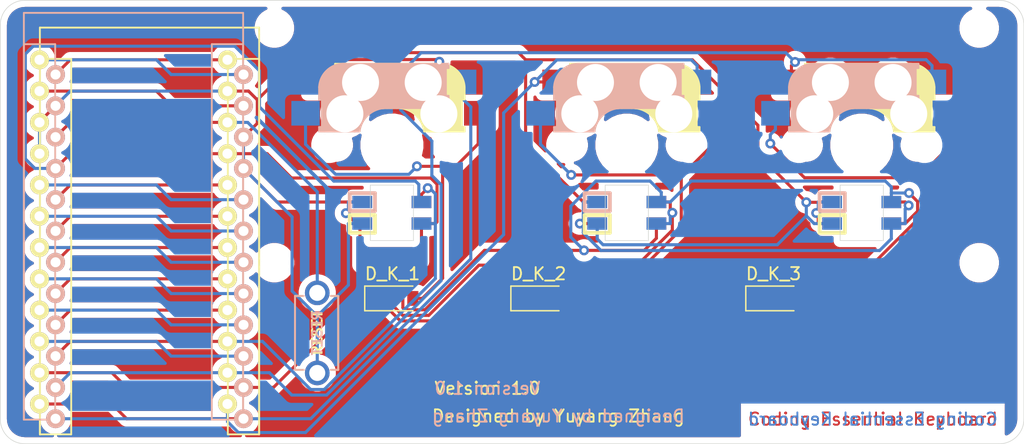
<source format=kicad_pcb>
(kicad_pcb (version 20171130) (host pcbnew "(5.1.9)-1")

  (general
    (thickness 1.6)
    (drawings 90)
    (tracks 302)
    (zones 0)
    (modules 12)
    (nets 29)
  )

  (page A4)
  (layers
    (0 F.Cu signal hide)
    (31 B.Cu signal hide)
    (32 B.Adhes user)
    (33 F.Adhes user)
    (34 B.Paste user)
    (35 F.Paste user)
    (36 B.SilkS user)
    (37 F.SilkS user)
    (38 B.Mask user)
    (39 F.Mask user)
    (40 Dwgs.User user)
    (41 Cmts.User user)
    (42 Eco1.User user)
    (43 Eco2.User user)
    (44 Edge.Cuts user)
    (45 Margin user)
    (46 B.CrtYd user)
    (47 F.CrtYd user)
    (48 B.Fab user)
    (49 F.Fab user)
  )

  (setup
    (last_trace_width 0.25)
    (trace_clearance 0.2)
    (zone_clearance 0.508)
    (zone_45_only no)
    (trace_min 0.2)
    (via_size 0.8)
    (via_drill 0.4)
    (via_min_size 0.4)
    (via_min_drill 0.3)
    (uvia_size 0.3)
    (uvia_drill 0.1)
    (uvias_allowed no)
    (uvia_min_size 0.2)
    (uvia_min_drill 0.1)
    (edge_width 0.05)
    (segment_width 0.2)
    (pcb_text_width 0.3)
    (pcb_text_size 1.5 1.5)
    (mod_edge_width 0.12)
    (mod_text_size 1 1)
    (mod_text_width 0.15)
    (pad_size 1.524 1.524)
    (pad_drill 0.762)
    (pad_to_mask_clearance 0)
    (aux_axis_origin 0 0)
    (visible_elements FFFFFF7F)
    (pcbplotparams
      (layerselection 0x010fc_ffffffff)
      (usegerberextensions false)
      (usegerberattributes true)
      (usegerberadvancedattributes true)
      (creategerberjobfile true)
      (excludeedgelayer true)
      (linewidth 0.100000)
      (plotframeref false)
      (viasonmask false)
      (mode 1)
      (useauxorigin false)
      (hpglpennumber 1)
      (hpglpenspeed 20)
      (hpglpendiameter 15.000000)
      (psnegative false)
      (psa4output false)
      (plotreference true)
      (plotvalue true)
      (plotinvisibletext false)
      (padsonsilk false)
      (subtractmaskfromsilk false)
      (outputformat 1)
      (mirror false)
      (drillshape 1)
      (scaleselection 1)
      (outputdirectory ""))
  )

  (net 0 "")
  (net 1 "Net-(D_K_1-Pad2)")
  (net 2 row_0)
  (net 3 "Net-(D_K_2-Pad2)")
  (net 4 "Net-(D_K_3-Pad2)")
  (net 5 col_0)
  (net 6 VCC)
  (net 7 LED_DIN)
  (net 8 "Net-(SW_K_1-Pad1)")
  (net 9 GND)
  (net 10 col_1)
  (net 11 "Net-(SW_K_2-Pad1)")
  (net 12 col_2)
  (net 13 "Net-(SW_K_3-Pad1)")
  (net 14 RST)
  (net 15 "Net-(U1-Pad10)")
  (net 16 "Net-(U1-Pad18)")
  (net 17 "Net-(U1-Pad6)")
  (net 18 "Net-(U1-Pad1)")
  (net 19 "Net-(U1-Pad16)")
  (net 20 "Net-(U1-Pad19)")
  (net 21 "Net-(U1-Pad20)")
  (net 22 "Net-(U1-Pad17)")
  (net 23 "Net-(U1-Pad9)")
  (net 24 "Net-(U1-Pad8)")
  (net 25 "Net-(U1-Pad2)")
  (net 26 "Net-(U1-Pad24)")
  (net 27 "Net-(U1-Pad7)")
  (net 28 "Net-(U1-Pad5)")

  (net_class Default "This is the default net class."
    (clearance 0.2)
    (trace_width 0.25)
    (via_dia 0.8)
    (via_drill 0.4)
    (uvia_dia 0.3)
    (uvia_drill 0.1)
    (add_net GND)
    (add_net LED_DIN)
    (add_net "Net-(D_K_1-Pad2)")
    (add_net "Net-(D_K_2-Pad2)")
    (add_net "Net-(D_K_3-Pad2)")
    (add_net "Net-(SW_K_1-Pad1)")
    (add_net "Net-(SW_K_2-Pad1)")
    (add_net "Net-(SW_K_3-Pad1)")
    (add_net "Net-(U1-Pad1)")
    (add_net "Net-(U1-Pad10)")
    (add_net "Net-(U1-Pad16)")
    (add_net "Net-(U1-Pad17)")
    (add_net "Net-(U1-Pad18)")
    (add_net "Net-(U1-Pad19)")
    (add_net "Net-(U1-Pad2)")
    (add_net "Net-(U1-Pad20)")
    (add_net "Net-(U1-Pad24)")
    (add_net "Net-(U1-Pad5)")
    (add_net "Net-(U1-Pad6)")
    (add_net "Net-(U1-Pad7)")
    (add_net "Net-(U1-Pad8)")
    (add_net "Net-(U1-Pad9)")
    (add_net RST)
    (add_net VCC)
    (add_net col_0)
    (add_net col_1)
    (add_net col_2)
    (add_net row_0)
  )

  (module MountingHole:MountingHole_2.2mm_M2 (layer F.Cu) (tedit 56D1B4CB) (tstamp 600F03FF)
    (at 166.375 37.3)
    (descr "Mounting Hole 2.2mm, no annular, M2")
    (tags "mounting hole 2.2mm no annular m2")
    (attr virtual)
    (fp_text reference M2_4 (at 0 -3.2) (layer F.SilkS) hide
      (effects (font (size 1 1) (thickness 0.15)))
    )
    (fp_text value MountingHole_2.2mm_M2 (at 0 3.2) (layer F.Fab)
      (effects (font (size 1 1) (thickness 0.15)))
    )
    (fp_circle (center 0 0) (end 2.2 0) (layer Cmts.User) (width 0.15))
    (fp_circle (center 0 0) (end 2.45 0) (layer F.CrtYd) (width 0.05))
    (fp_text user %R (at 0.3 0) (layer F.Fab)
      (effects (font (size 1 1) (thickness 0.15)))
    )
    (pad 1 np_thru_hole circle (at 0 0) (size 2.2 2.2) (drill 2.2) (layers *.Cu *.Mask))
  )

  (module MountingHole:MountingHole_2.2mm_M2 (layer F.Cu) (tedit 56D1B4CB) (tstamp 600F03F8)
    (at 109.225 37.3)
    (descr "Mounting Hole 2.2mm, no annular, M2")
    (tags "mounting hole 2.2mm no annular m2")
    (attr virtual)
    (fp_text reference M2_3 (at 0 -3.2) (layer F.SilkS) hide
      (effects (font (size 1 1) (thickness 0.15)))
    )
    (fp_text value MountingHole_2.2mm_M2 (at 0 3.2) (layer F.Fab)
      (effects (font (size 1 1) (thickness 0.15)))
    )
    (fp_circle (center 0 0) (end 2.45 0) (layer F.CrtYd) (width 0.05))
    (fp_circle (center 0 0) (end 2.2 0) (layer Cmts.User) (width 0.15))
    (fp_text user %R (at 0.3 0) (layer F.Fab)
      (effects (font (size 1 1) (thickness 0.15)))
    )
    (pad 1 np_thru_hole circle (at 0 0) (size 2.2 2.2) (drill 2.2) (layers *.Cu *.Mask))
  )

  (module MountingHole:MountingHole_2.2mm_M2 (layer F.Cu) (tedit 56D1B4CB) (tstamp 600EFDBE)
    (at 166.375 18.25)
    (descr "Mounting Hole 2.2mm, no annular, M2")
    (tags "mounting hole 2.2mm no annular m2")
    (attr virtual)
    (fp_text reference M2_2 (at 0 -3.2) (layer F.SilkS) hide
      (effects (font (size 1 1) (thickness 0.15)))
    )
    (fp_text value MountingHole_2.2mm_M2 (at 0 3.2) (layer F.Fab)
      (effects (font (size 1 1) (thickness 0.15)))
    )
    (fp_text user %R (at 0.3 0) (layer F.Fab)
      (effects (font (size 1 1) (thickness 0.15)))
    )
    (fp_circle (center 0 0) (end 2.2 0) (layer Cmts.User) (width 0.15))
    (fp_circle (center 0 0) (end 2.45 0) (layer F.CrtYd) (width 0.05))
    (pad 1 np_thru_hole circle (at 0 0) (size 2.2 2.2) (drill 2.2) (layers *.Cu *.Mask))
  )

  (module MountingHole:MountingHole_2.2mm_M2 (layer F.Cu) (tedit 56D1B4CB) (tstamp 600EFB11)
    (at 109.225 18.25)
    (descr "Mounting Hole 2.2mm, no annular, M2")
    (tags "mounting hole 2.2mm no annular m2")
    (attr virtual)
    (fp_text reference M2_1 (at 0 -3.2) (layer F.SilkS) hide
      (effects (font (size 1 1) (thickness 0.15)))
    )
    (fp_text value MountingHole_2.2mm_M2 (at 0 3.2) (layer F.Fab)
      (effects (font (size 1 1) (thickness 0.15)))
    )
    (fp_circle (center 0 0) (end 2.45 0) (layer F.CrtYd) (width 0.05))
    (fp_circle (center 0 0) (end 2.2 0) (layer Cmts.User) (width 0.15))
    (fp_text user %R (at 0.3 0) (layer F.Fab)
      (effects (font (size 1 1) (thickness 0.15)))
    )
    (pad 1 np_thru_hole circle (at 0 0) (size 2.2 2.2) (drill 2.2) (layers *.Cu *.Mask))
  )

  (module CodingEssentialsKeyboard:ProMicro (layer F.Cu) (tedit 5B8BDEB4) (tstamp 600EF559)
    (at 99 35.6)
    (path /600E715A)
    (fp_text reference U1 (at 0 1.2) (layer F.SilkS) hide
      (effects (font (size 1 1) (thickness 0.15)))
    )
    (fp_text value ProMicro (at 0 -0.8) (layer F.Fab) hide
      (effects (font (size 1 1) (thickness 0.15)))
    )
    (fp_line (start 8.988815 15.635745) (end 8.988815 -14.844255) (layer F.SilkS) (width 0.15))
    (fp_line (start -6.251185 15.635745) (end -6.251185 -14.844255) (layer F.SilkS) (width 0.15))
    (fp_line (start 6.448815 -14.844255) (end 6.448815 15.635745) (layer F.SilkS) (width 0.15))
    (fp_line (start 8.988815 15.635745) (end 8.988815 -17.384255) (layer F.SilkS) (width 0.15))
    (fp_line (start 8.988815 -14.844255) (end 6.448815 -14.844255) (layer F.SilkS) (width 0.15))
    (fp_line (start -8.791185 15.635745) (end -6.251185 15.635745) (layer F.SilkS) (width 0.15))
    (fp_line (start 8.988815 -17.384255) (end -8.791185 -17.384255) (layer F.SilkS) (width 0.15))
    (fp_line (start -8.791185 -17.384255) (end -8.791185 15.635745) (layer F.SilkS) (width 0.15))
    (fp_line (start -8.791185 -14.844255) (end -8.791185 15.635745) (layer F.SilkS) (width 0.15))
    (fp_line (start -6.251185 -14.844255) (end -8.791185 -14.844255) (layer F.SilkS) (width 0.15))
    (fp_line (start 6.448815 15.635745) (end 8.988815 15.635745) (layer F.SilkS) (width 0.15))
    (fp_line (start -10.09 -18.58) (end 7.69 -18.58) (layer B.SilkS) (width 0.15))
    (fp_line (start 7.69 -18.58) (end 7.69 14.44) (layer B.SilkS) (width 0.15))
    (fp_line (start -10.09 14.44) (end -10.09 -18.58) (layer B.SilkS) (width 0.15))
    (fp_line (start 5.15 -16.04) (end 7.69 -16.04) (layer B.SilkS) (width 0.15))
    (fp_line (start 7.69 -16.04) (end 7.69 14.44) (layer B.SilkS) (width 0.15))
    (fp_line (start 7.69 14.44) (end 5.15 14.44) (layer B.SilkS) (width 0.15))
    (fp_line (start 5.15 14.44) (end 5.15 -16.04) (layer B.SilkS) (width 0.15))
    (fp_line (start -10.09 -16.04) (end -7.55 -16.04) (layer B.SilkS) (width 0.15))
    (fp_line (start -7.55 -16.04) (end -7.55 14.44) (layer B.SilkS) (width 0.15))
    (fp_line (start -7.55 14.44) (end -10.09 14.44) (layer B.SilkS) (width 0.15))
    (fp_line (start -10.09 14.44) (end -10.09 -16.04) (layer B.SilkS) (width 0.15))
    (pad 22 thru_hole circle (at -7.521185 -8.494255 180) (size 1.524 1.524) (drill 0.8128) (layers *.Cu *.Mask B.SilkS)
      (net 14 RST))
    (pad 10 thru_hole circle (at 7.718815 9.285745 180) (size 1.524 1.524) (drill 0.8128) (layers *.Cu *.Mask B.SilkS)
      (net 15 "Net-(U1-Pad10)"))
    (pad 18 thru_hole circle (at -7.521185 1.665745 180) (size 1.524 1.524) (drill 0.8128) (layers *.Cu *.Mask B.SilkS)
      (net 16 "Net-(U1-Pad18)"))
    (pad 6 thru_hole circle (at 7.718815 -0.874255 180) (size 1.524 1.524) (drill 0.8128) (layers *.Cu *.Mask B.SilkS)
      (net 17 "Net-(U1-Pad6)"))
    (pad 4 thru_hole circle (at 7.718815 -5.954255 180) (size 1.524 1.524) (drill 0.8128) (layers *.Cu *.Mask B.SilkS)
      (net 9 GND))
    (pad 14 thru_hole circle (at -7.521185 11.825745 180) (size 1.524 1.524) (drill 0.8128) (layers *.Cu *.Mask B.SilkS)
      (net 12 col_2))
    (pad 3 thru_hole circle (at 7.718815 -8.494255 180) (size 1.524 1.524) (drill 0.8128) (layers *.Cu *.Mask B.SilkS)
      (net 9 GND))
    (pad 1 thru_hole circle (at 7.718815 -13.574255 180) (size 1.524 1.524) (drill 0.8128) (layers *.Cu *.Mask B.SilkS)
      (net 18 "Net-(U1-Pad1)"))
    (pad 16 thru_hole circle (at -7.521185 6.745745 180) (size 1.524 1.524) (drill 0.8128) (layers *.Cu *.Mask B.SilkS)
      (net 19 "Net-(U1-Pad16)"))
    (pad 12 thru_hole circle (at 7.718815 14.365745 180) (size 1.524 1.524) (drill 0.8128) (layers *.Cu *.Mask B.SilkS)
      (net 5 col_0))
    (pad 19 thru_hole circle (at -7.521185 -0.874255 180) (size 1.524 1.524) (drill 0.8128) (layers *.Cu *.Mask B.SilkS)
      (net 20 "Net-(U1-Pad19)"))
    (pad 23 thru_hole circle (at -7.521185 -11.034255 180) (size 1.524 1.524) (drill 0.8128) (layers *.Cu *.Mask B.SilkS)
      (net 9 GND))
    (pad 21 thru_hole circle (at -7.521185 -5.954255 180) (size 1.524 1.524) (drill 0.8128) (layers *.Cu *.Mask B.SilkS)
      (net 6 VCC))
    (pad 20 thru_hole circle (at -7.521185 -3.414255 180) (size 1.524 1.524) (drill 0.8128) (layers *.Cu *.Mask B.SilkS)
      (net 21 "Net-(U1-Pad20)"))
    (pad 15 thru_hole circle (at -7.521185 9.285745 180) (size 1.524 1.524) (drill 0.8128) (layers *.Cu *.Mask B.SilkS)
      (net 7 LED_DIN))
    (pad 17 thru_hole circle (at -7.521185 4.205745 180) (size 1.524 1.524) (drill 0.8128) (layers *.Cu *.Mask B.SilkS)
      (net 22 "Net-(U1-Pad17)"))
    (pad 9 thru_hole circle (at 7.718815 6.745745 180) (size 1.524 1.524) (drill 0.8128) (layers *.Cu *.Mask B.SilkS)
      (net 23 "Net-(U1-Pad9)"))
    (pad 8 thru_hole circle (at 7.718815 4.205745 180) (size 1.524 1.524) (drill 0.8128) (layers *.Cu *.Mask B.SilkS)
      (net 24 "Net-(U1-Pad8)"))
    (pad 13 thru_hole circle (at -7.521185 14.365745 180) (size 1.524 1.524) (drill 0.8128) (layers *.Cu *.Mask B.SilkS)
      (net 10 col_1))
    (pad 11 thru_hole circle (at 7.718815 11.825745 180) (size 1.524 1.524) (drill 0.8128) (layers *.Cu *.Mask B.SilkS)
      (net 2 row_0))
    (pad 2 thru_hole circle (at 7.718815 -11.034255 180) (size 1.524 1.524) (drill 0.8128) (layers *.Cu *.Mask B.SilkS)
      (net 25 "Net-(U1-Pad2)"))
    (pad 24 thru_hole circle (at -7.521185 -13.574255 180) (size 1.524 1.524) (drill 0.8128) (layers *.Cu *.Mask B.SilkS)
      (net 26 "Net-(U1-Pad24)"))
    (pad 7 thru_hole circle (at 7.718815 1.665745 180) (size 1.524 1.524) (drill 0.8128) (layers *.Cu *.Mask B.SilkS)
      (net 27 "Net-(U1-Pad7)"))
    (pad 5 thru_hole circle (at 7.718815 -3.414255 180) (size 1.524 1.524) (drill 0.8128) (layers *.Cu *.Mask B.SilkS)
      (net 28 "Net-(U1-Pad5)"))
    (pad 1 thru_hole circle (at -8.82 -14.77) (size 1.524 1.524) (drill 0.8128) (layers *.Cu *.Mask F.SilkS)
      (net 18 "Net-(U1-Pad1)"))
    (pad 2 thru_hole circle (at -8.82 -12.23) (size 1.524 1.524) (drill 0.8128) (layers *.Cu *.Mask F.SilkS)
      (net 25 "Net-(U1-Pad2)"))
    (pad 3 thru_hole circle (at -8.82 -9.69) (size 1.524 1.524) (drill 0.8128) (layers *.Cu *.Mask F.SilkS)
      (net 9 GND))
    (pad 4 thru_hole circle (at -8.82 -7.15) (size 1.524 1.524) (drill 0.8128) (layers *.Cu *.Mask F.SilkS)
      (net 9 GND))
    (pad 5 thru_hole circle (at -8.82 -4.61) (size 1.524 1.524) (drill 0.8128) (layers *.Cu *.Mask F.SilkS)
      (net 28 "Net-(U1-Pad5)"))
    (pad 6 thru_hole circle (at -8.82 -2.07) (size 1.524 1.524) (drill 0.8128) (layers *.Cu *.Mask F.SilkS)
      (net 17 "Net-(U1-Pad6)"))
    (pad 7 thru_hole circle (at -8.82 0.47) (size 1.524 1.524) (drill 0.8128) (layers *.Cu *.Mask F.SilkS)
      (net 27 "Net-(U1-Pad7)"))
    (pad 8 thru_hole circle (at -8.82 3.01) (size 1.524 1.524) (drill 0.8128) (layers *.Cu *.Mask F.SilkS)
      (net 24 "Net-(U1-Pad8)"))
    (pad 9 thru_hole circle (at -8.82 5.55) (size 1.524 1.524) (drill 0.8128) (layers *.Cu *.Mask F.SilkS)
      (net 23 "Net-(U1-Pad9)"))
    (pad 10 thru_hole circle (at -8.82 8.09) (size 1.524 1.524) (drill 0.8128) (layers *.Cu *.Mask F.SilkS)
      (net 15 "Net-(U1-Pad10)"))
    (pad 11 thru_hole circle (at -8.82 10.63) (size 1.524 1.524) (drill 0.8128) (layers *.Cu *.Mask F.SilkS)
      (net 2 row_0))
    (pad 12 thru_hole circle (at -8.82 13.17) (size 1.524 1.524) (drill 0.8128) (layers *.Cu *.Mask F.SilkS)
      (net 5 col_0))
    (pad 13 thru_hole circle (at 6.42 13.17) (size 1.524 1.524) (drill 0.8128) (layers *.Cu *.Mask F.SilkS)
      (net 10 col_1))
    (pad 14 thru_hole circle (at 6.42 10.63) (size 1.524 1.524) (drill 0.8128) (layers *.Cu *.Mask F.SilkS)
      (net 12 col_2))
    (pad 15 thru_hole circle (at 6.42 8.09) (size 1.524 1.524) (drill 0.8128) (layers *.Cu *.Mask F.SilkS)
      (net 7 LED_DIN))
    (pad 16 thru_hole circle (at 6.42 5.55) (size 1.524 1.524) (drill 0.8128) (layers *.Cu *.Mask F.SilkS)
      (net 19 "Net-(U1-Pad16)"))
    (pad 17 thru_hole circle (at 6.42 3.01) (size 1.524 1.524) (drill 0.8128) (layers *.Cu *.Mask F.SilkS)
      (net 22 "Net-(U1-Pad17)"))
    (pad 18 thru_hole circle (at 6.42 0.47) (size 1.524 1.524) (drill 0.8128) (layers *.Cu *.Mask F.SilkS)
      (net 16 "Net-(U1-Pad18)"))
    (pad 19 thru_hole circle (at 6.42 -2.07) (size 1.524 1.524) (drill 0.8128) (layers *.Cu *.Mask F.SilkS)
      (net 20 "Net-(U1-Pad19)"))
    (pad 20 thru_hole circle (at 6.42 -4.61) (size 1.524 1.524) (drill 0.8128) (layers *.Cu *.Mask F.SilkS)
      (net 21 "Net-(U1-Pad20)"))
    (pad 21 thru_hole circle (at 6.42 -7.15) (size 1.524 1.524) (drill 0.8128) (layers *.Cu *.Mask F.SilkS)
      (net 6 VCC))
    (pad 22 thru_hole circle (at 6.42 -9.69) (size 1.524 1.524) (drill 0.8128) (layers *.Cu *.Mask F.SilkS)
      (net 14 RST))
    (pad 23 thru_hole circle (at 6.42 -12.23) (size 1.524 1.524) (drill 0.8128) (layers *.Cu *.Mask F.SilkS)
      (net 9 GND))
    (pad 24 thru_hole circle (at 6.42 -14.77) (size 1.524 1.524) (drill 0.8128) (layers *.Cu *.Mask F.SilkS)
      (net 26 "Net-(U1-Pad24)"))
  )

  (module CodingEssentialsKeyboard:TACT_SWITCH_TVBP06 (layer F.Cu) (tedit 5B8CD44F) (tstamp 600EE171)
    (at 112.7 43 90)
    (path /600E8EDA)
    (fp_text reference SW_RST1 (at 0 -1.7 90) (layer F.SilkS) hide
      (effects (font (size 1 1) (thickness 0.15)))
    )
    (fp_text value SW_Push (at 0 2 90) (layer F.Fab) hide
      (effects (font (size 1 1) (thickness 0.15)))
    )
    (fp_text user RESET (at 0 0 90) (layer B.SilkS)
      (effects (font (size 0.8 0.8) (thickness 0.15)) (justify mirror))
    )
    (fp_text user RESET (at 0 0 270) (layer F.SilkS)
      (effects (font (size 0.8 0.8) (thickness 0.15)))
    )
    (fp_line (start -3 -1.8) (end 2.9 -1.8) (layer B.SilkS) (width 0.15))
    (fp_line (start -3 -1.8) (end 3 -1.8) (layer B.SilkS) (width 0.15))
    (fp_line (start 3 1.7) (end -3 1.7) (layer B.SilkS) (width 0.15))
    (fp_line (start 3 -1.8) (end -3 -1.8) (layer F.SilkS) (width 0.15))
    (fp_line (start -3 1.7) (end 3 1.7) (layer F.SilkS) (width 0.15))
    (fp_line (start 3 -1.8) (end 3 -1.1) (layer F.SilkS) (width 0.15))
    (fp_line (start 3 1.7) (end 3 1.1) (layer F.SilkS) (width 0.15))
    (fp_line (start -3 1.7) (end -3 1.1) (layer F.SilkS) (width 0.15))
    (fp_line (start -3 -1.8) (end -3 -1.1) (layer F.SilkS) (width 0.15))
    (fp_line (start 3 -1.8) (end 3 -1.1) (layer B.SilkS) (width 0.15))
    (fp_line (start 3 1.7) (end 3 1.1) (layer B.SilkS) (width 0.15))
    (fp_line (start -3 1.7) (end -3 1.1) (layer B.SilkS) (width 0.15))
    (fp_line (start -3 -1.8) (end -3 -1.1) (layer B.SilkS) (width 0.15))
    (pad 2 thru_hole circle (at 3.25 0 90) (size 2 2) (drill 1.3) (layers *.Cu *.Mask)
      (net 14 RST))
    (pad 1 thru_hole circle (at -3.25 0 90) (size 2 2) (drill 1.3) (layers *.Cu *.Mask)
      (net 9 GND))
  )

  (module CodingEssentialsKeyboard:SK6812MINI_and_cherry (layer F.Cu) (tedit 5F75D850) (tstamp 600EE15C)
    (at 156.85 27.75)
    (path /600EEAE1)
    (fp_text reference SW_K_3 (at 0 3 -180 unlocked) (layer F.SilkS) hide
      (effects (font (size 1 1) (thickness 0.15)))
    )
    (fp_text value SW_PUSH-MX_W_LED (at -0.3 8.2 -180) (layer F.Fab) hide
      (effects (font (size 1 1) (thickness 0.15)))
    )
    (fp_text user D? (at -5.2 6 -180) (layer B.SilkS) hide
      (effects (font (size 1 1) (thickness 0.15)) (justify mirror))
    )
    (fp_text user SW_PUSH (at -4.8 8.3 -180) (layer F.Fab) hide
      (effects (font (size 1 1) (thickness 0.15)))
    )
    (fp_arc (start -0.865 -1.23) (end -0.8 -3.4) (angle -84) (layer B.SilkS) (width 1))
    (fp_arc (start -3.9 -4.6) (end -3.800001 -6.6) (angle -90) (layer B.SilkS) (width 0.15))
    (fp_arc (start 0.865 -1.23) (end 0.8 -3.4) (angle 84) (layer F.SilkS) (width 1))
    (fp_arc (start 3.9 -4.6) (end 3.8 -6.600001) (angle 90) (layer F.SilkS) (width 0.15))
    (fp_arc (start -0.465 -0.83) (end -0.4 -3) (angle -84) (layer B.SilkS) (width 0.15))
    (fp_arc (start 0.465 -0.83) (end 0.4 -3) (angle 84) (layer F.SilkS) (width 0.15))
    (fp_line (start -1.75 3.25) (end -1.75 7.75) (layer F.Fab) (width 0.15))
    (fp_line (start 1.75 3.25) (end 1.75 7.75) (layer F.Fab) (width 0.15))
    (fp_line (start -1.75 3.25) (end 1.75 3.25) (layer F.Fab) (width 0.15))
    (fp_line (start 1.75 7.75) (end -1.75 7.75) (layer F.Fab) (width 0.15))
    (fp_line (start -1.3706 7.1254) (end -3.4206 7.1254) (layer F.SilkS) (width 0.3))
    (fp_line (start -1.3706 5.6754) (end -1.3706 7.1254) (layer F.SilkS) (width 0.3))
    (fp_line (start -3.4206 5.6754) (end -1.3706 5.6754) (layer F.SilkS) (width 0.3))
    (fp_line (start -3.4206 7.1254) (end -3.4206 5.6754) (layer F.SilkS) (width 0.3))
    (fp_line (start -3.4206 5.35) (end -3.4206 3.9) (layer B.SilkS) (width 0.3))
    (fp_line (start -3.4206 3.9) (end -1.3706 3.9) (layer B.SilkS) (width 0.3))
    (fp_line (start -1.3706 3.9) (end -1.3706 5.35) (layer B.SilkS) (width 0.3))
    (fp_line (start -1.3706 5.35) (end -3.4206 5.35) (layer B.SilkS) (width 0.3))
    (fp_line (start -5.3 -1.6) (end -5.3 -3.399999) (layer B.SilkS) (width 0.8))
    (fp_line (start -4.17 -5.1) (end -4.17 -2.86) (layer B.SilkS) (width 3))
    (fp_line (start 4.17 -5.1) (end 4.17 -2.86) (layer F.SilkS) (width 3))
    (fp_line (start -2.6 -4.8) (end 4.1 -4.8) (layer F.SilkS) (width 3.5))
    (fp_line (start 5.9 -3.7) (end 5.7 -3.7) (layer F.SilkS) (width 0.15))
    (fp_line (start 0.4 -3) (end -4.6 -3) (layer F.SilkS) (width 0.15))
    (fp_line (start -4.6 -6.25) (end -4.6 -6.6) (layer F.SilkS) (width 0.15))
    (fp_line (start 5.3 -1.6) (end 5.3 -3.4) (layer F.SilkS) (width 0.8))
    (fp_line (start 9.525 9.525) (end -9.525 9.525) (layer Dwgs.User) (width 0.15))
    (fp_line (start -9.525 9.525) (end -9.525 -9.525) (layer Dwgs.User) (width 0.15))
    (fp_line (start -3.9 -6) (end -3.9 -3.5) (layer F.SilkS) (width 1))
    (fp_line (start -7 -6) (end -7 -7) (layer Dwgs.User) (width 0.15))
    (fp_line (start 7 -7) (end 6 -7) (layer Dwgs.User) (width 0.15))
    (fp_line (start 5.9 -1.1) (end 2.62 -1.1) (layer F.SilkS) (width 0.15))
    (fp_line (start -7 6) (end -7 7) (layer Dwgs.User) (width 0.15))
    (fp_line (start 6 7) (end 7 7) (layer Dwgs.User) (width 0.15))
    (fp_line (start 4.4 -3.9) (end 4.4 -3.2) (layer B.SilkS) (width 0.4))
    (fp_line (start 3.9 -6) (end 3.9 -3.5) (layer B.SilkS) (width 1))
    (fp_line (start -4.38 -4) (end -4.38 -6.25) (layer F.SilkS) (width 0.15))
    (fp_line (start -5.7 -1.3) (end -3 -1.3) (layer B.SilkS) (width 0.5))
    (fp_line (start 5.799999 -3.8) (end 5.8 -4.699999) (layer F.SilkS) (width 0.3))
    (fp_line (start -0.4 -3) (end 4.6 -3) (layer B.SilkS) (width 0.15))
    (fp_line (start -5.9 -3.7) (end -5.7 -3.7) (layer B.SilkS) (width 0.15))
    (fp_line (start 4.4 -6.25) (end 4.6 -6.25) (layer B.SilkS) (width 0.15))
    (fp_line (start -4.4 -6.4) (end -3 -6.4) (layer F.SilkS) (width 0.4))
    (fp_line (start -5.9 -4.7) (end -5.9 -3.7) (layer B.SilkS) (width 0.15))
    (fp_line (start 4.6 -4) (end 4.4 -4) (layer B.SilkS) (width 0.15))
    (fp_line (start -4.4 -6.25) (end -4.6 -6.25) (layer F.SilkS) (width 0.15))
    (fp_line (start 5.67 -3.7) (end 5.67 -1.46) (layer F.SilkS) (width 0.15))
    (fp_line (start 9.525 -9.525) (end 9.525 9.525) (layer Dwgs.User) (width 0.15))
    (fp_line (start -5.9 -1.1) (end -2.62 -1.1) (layer B.SilkS) (width 0.15))
    (fp_line (start -4.3 -3.3) (end -2.9 -3.3) (layer F.SilkS) (width 0.5))
    (fp_line (start 5.7 -1.3) (end 3 -1.3) (layer F.SilkS) (width 0.5))
    (fp_line (start -4.4 -3.9) (end -4.4 -3.2) (layer F.SilkS) (width 0.4))
    (fp_line (start 5.7 -1.46) (end 5.9 -1.46) (layer F.SilkS) (width 0.15))
    (fp_line (start -5.7 -1.46) (end -5.9 -1.46) (layer B.SilkS) (width 0.15))
    (fp_line (start 5.9 -1.1) (end 5.9 -1.46) (layer F.SilkS) (width 0.15))
    (fp_line (start 5.9 -4.7) (end 5.9 -3.7) (layer F.SilkS) (width 0.15))
    (fp_line (start 4.4 -6.4) (end 3 -6.4) (layer B.SilkS) (width 0.4))
    (fp_line (start -5.9 -1.1) (end -5.9 -1.46) (layer B.SilkS) (width 0.15))
    (fp_line (start 4.38 -4) (end 4.38 -6.25) (layer B.SilkS) (width 0.15))
    (fp_line (start -5.8 -3.800001) (end -5.8 -4.7) (layer B.SilkS) (width 0.3))
    (fp_line (start 4.6 -3) (end 4.6 -4) (layer B.SilkS) (width 0.15))
    (fp_line (start 4.3 -3.3) (end 2.9 -3.3) (layer B.SilkS) (width 0.5))
    (fp_line (start -9.525 -9.525) (end 9.525 -9.525) (layer Dwgs.User) (width 0.15))
    (fp_line (start -4.6 -3) (end -4.6 -4) (layer F.SilkS) (width 0.15))
    (fp_line (start 4.6 -6.25) (end 4.6 -6.6) (layer B.SilkS) (width 0.15))
    (fp_line (start -4.6 -4) (end -4.4 -4) (layer F.SilkS) (width 0.15))
    (fp_line (start -4.6 -6.6) (end 3.8 -6.600001) (layer F.SilkS) (width 0.15))
    (fp_line (start 2.6 -4.8) (end -4.1 -4.8) (layer B.SilkS) (width 3.5))
    (fp_line (start 4.6 -6.6) (end -3.800001 -6.6) (layer B.SilkS) (width 0.15))
    (fp_line (start -5.67 -3.7) (end -5.67 -1.46) (layer B.SilkS) (width 0.15))
    (fp_line (start 7 -7) (end 7 -6) (layer Dwgs.User) (width 0.15))
    (fp_line (start -7 7) (end -6 7) (layer Dwgs.User) (width 0.15))
    (fp_line (start -7 -7) (end -6 -7) (layer Dwgs.User) (width 0.15))
    (fp_line (start 7 7) (end 7 6) (layer Dwgs.User) (width 0.15))
    (fp_line (start -0.8 3.3) (end -1.7 4.2) (layer Dwgs.User) (width 0.12))
    (fp_line (start -0.2 3.3) (end -1.7 4.8) (layer Dwgs.User) (width 0.12))
    (fp_line (start 0.4 3.3) (end -1.7 5.4) (layer Dwgs.User) (width 0.12))
    (fp_line (start 1 3.3) (end -1.7 6) (layer Dwgs.User) (width 0.12))
    (fp_line (start 1.6 3.3) (end -1.7 6.6) (layer Dwgs.User) (width 0.12))
    (fp_line (start 1.7 3.8) (end -1.7 7.2) (layer Dwgs.User) (width 0.12))
    (fp_line (start 1.7 4.4) (end -1.6 7.7) (layer Dwgs.User) (width 0.12))
    (fp_line (start 1.7 5.6) (end -0.4 7.7) (layer Dwgs.User) (width 0.12))
    (fp_line (start 1.7 5) (end -1 7.7) (layer Dwgs.User) (width 0.12))
    (fp_line (start 1.7 6.2) (end 0.2 7.7) (layer Dwgs.User) (width 0.12))
    (fp_line (start 1.7 6.8) (end 0.8 7.7) (layer Dwgs.User) (width 0.12))
    (fp_line (start 1.7 7.4) (end 1.4 7.7) (layer Dwgs.User) (width 0.12))
    (pad 5 smd rect (at -7 -2.58 180) (size 2.3 2) (layers B.Cu B.Paste B.Mask)
      (net 4 "Net-(D_K_3-Pad2)"))
    (pad "" np_thru_hole circle (at -5.08 0) (size 1.9 1.9) (drill 1.9) (layers *.Cu *.Mask))
    (pad "" np_thru_hole circle (at 3.81 -2.540001 180) (size 3 3) (drill 3) (layers *.Cu *.Mask))
    (pad "" np_thru_hole circle (at 5.08 0) (size 1.9 1.9) (drill 1.9) (layers *.Cu *.Mask))
    (pad "" np_thru_hole circle (at 4.5 0) (size 1.7 1.7) (drill 1.7) (layers *.Cu *.Mask))
    (pad "" np_thru_hole circle (at -2.54 -5.08 180) (size 3 3) (drill 3) (layers *.Cu *.Mask))
    (pad 6 smd rect (at -5.7 -5.12 180) (size 2.3 2) (layers F.Cu F.Mask)
      (net 12 col_2))
    (pad 5 smd rect (at 7 -2.58 180) (size 2.3 2) (layers F.Cu F.Paste F.Mask)
      (net 4 "Net-(D_K_3-Pad2)"))
    (pad "" np_thru_hole circle (at -4.5 0) (size 1.7 1.7) (drill 1.7) (layers *.Cu *.Mask))
    (pad "" np_thru_hole circle (at -3.81 -2.54 180) (size 3 3) (drill 3) (layers *.Cu *.Mask))
    (pad 6 smd rect (at 5.7 -5.12 180) (size 2.3 2) (layers B.Cu B.Paste B.Mask)
      (net 12 col_2))
    (pad "" np_thru_hole circle (at 0 0 90) (size 4.1 4.1) (drill 4.1) (layers *.Cu *.Mask))
    (pad "" np_thru_hole circle (at 2.54 -5.08 180) (size 3 3) (drill 3) (layers *.Cu *.Mask))
    (pad 4 smd rect (at 2.4 6.375) (size 1.6 1) (layers F.Cu F.Paste F.Mask)
      (net 6 VCC))
    (pad 3 smd rect (at 2.4 4.625) (size 1.6 1) (layers F.Cu F.Paste F.Mask)
      (net 11 "Net-(SW_K_2-Pad1)"))
    (pad 1 smd rect (at -2.4 6.375) (size 1.6 1) (layers F.Cu F.Paste F.Mask)
      (net 13 "Net-(SW_K_3-Pad1)"))
    (pad 2 smd rect (at -2.4 4.625) (size 1.6 1) (layers F.Cu F.Paste F.Mask)
      (net 9 GND))
    (pad 3 smd rect (at 2.4 6.375) (size 1.6 1) (layers B.Cu B.Paste B.Mask)
      (net 11 "Net-(SW_K_2-Pad1)"))
    (pad 4 smd rect (at 2.4 4.625) (size 1.6 1) (layers B.Cu B.Paste B.Mask)
      (net 6 VCC))
    (pad 1 smd rect (at -2.4 4.625) (size 1.6 1) (layers B.Cu B.Paste B.Mask)
      (net 13 "Net-(SW_K_3-Pad1)"))
    (pad 2 smd rect (at -2.4 6.375) (size 1.6 1) (layers B.Cu B.Paste B.Mask)
      (net 9 GND))
  )

  (module CodingEssentialsKeyboard:SK6812MINI_and_cherry (layer F.Cu) (tedit 5F75D850) (tstamp 600EE0EB)
    (at 137.8 27.75)
    (path /600EE81F)
    (fp_text reference SW_K_2 (at 0 3 -180 unlocked) (layer F.SilkS) hide
      (effects (font (size 1 1) (thickness 0.15)))
    )
    (fp_text value SW_PUSH-MX_W_LED (at -0.3 8.2 -180) (layer F.Fab) hide
      (effects (font (size 1 1) (thickness 0.15)))
    )
    (fp_text user D? (at -5.2 6 -180) (layer B.SilkS) hide
      (effects (font (size 1 1) (thickness 0.15)) (justify mirror))
    )
    (fp_text user SW_PUSH (at -4.8 8.3 -180) (layer F.Fab) hide
      (effects (font (size 1 1) (thickness 0.15)))
    )
    (fp_arc (start -0.865 -1.23) (end -0.8 -3.4) (angle -84) (layer B.SilkS) (width 1))
    (fp_arc (start -3.9 -4.6) (end -3.800001 -6.6) (angle -90) (layer B.SilkS) (width 0.15))
    (fp_arc (start 0.865 -1.23) (end 0.8 -3.4) (angle 84) (layer F.SilkS) (width 1))
    (fp_arc (start 3.9 -4.6) (end 3.8 -6.600001) (angle 90) (layer F.SilkS) (width 0.15))
    (fp_arc (start -0.465 -0.83) (end -0.4 -3) (angle -84) (layer B.SilkS) (width 0.15))
    (fp_arc (start 0.465 -0.83) (end 0.4 -3) (angle 84) (layer F.SilkS) (width 0.15))
    (fp_line (start -1.75 3.25) (end -1.75 7.75) (layer F.Fab) (width 0.15))
    (fp_line (start 1.75 3.25) (end 1.75 7.75) (layer F.Fab) (width 0.15))
    (fp_line (start -1.75 3.25) (end 1.75 3.25) (layer F.Fab) (width 0.15))
    (fp_line (start 1.75 7.75) (end -1.75 7.75) (layer F.Fab) (width 0.15))
    (fp_line (start -1.3706 7.1254) (end -3.4206 7.1254) (layer F.SilkS) (width 0.3))
    (fp_line (start -1.3706 5.6754) (end -1.3706 7.1254) (layer F.SilkS) (width 0.3))
    (fp_line (start -3.4206 5.6754) (end -1.3706 5.6754) (layer F.SilkS) (width 0.3))
    (fp_line (start -3.4206 7.1254) (end -3.4206 5.6754) (layer F.SilkS) (width 0.3))
    (fp_line (start -3.4206 5.35) (end -3.4206 3.9) (layer B.SilkS) (width 0.3))
    (fp_line (start -3.4206 3.9) (end -1.3706 3.9) (layer B.SilkS) (width 0.3))
    (fp_line (start -1.3706 3.9) (end -1.3706 5.35) (layer B.SilkS) (width 0.3))
    (fp_line (start -1.3706 5.35) (end -3.4206 5.35) (layer B.SilkS) (width 0.3))
    (fp_line (start -5.3 -1.6) (end -5.3 -3.399999) (layer B.SilkS) (width 0.8))
    (fp_line (start -4.17 -5.1) (end -4.17 -2.86) (layer B.SilkS) (width 3))
    (fp_line (start 4.17 -5.1) (end 4.17 -2.86) (layer F.SilkS) (width 3))
    (fp_line (start -2.6 -4.8) (end 4.1 -4.8) (layer F.SilkS) (width 3.5))
    (fp_line (start 5.9 -3.7) (end 5.7 -3.7) (layer F.SilkS) (width 0.15))
    (fp_line (start 0.4 -3) (end -4.6 -3) (layer F.SilkS) (width 0.15))
    (fp_line (start -4.6 -6.25) (end -4.6 -6.6) (layer F.SilkS) (width 0.15))
    (fp_line (start 5.3 -1.6) (end 5.3 -3.4) (layer F.SilkS) (width 0.8))
    (fp_line (start 9.525 9.525) (end -9.525 9.525) (layer Dwgs.User) (width 0.15))
    (fp_line (start -9.525 9.525) (end -9.525 -9.525) (layer Dwgs.User) (width 0.15))
    (fp_line (start -3.9 -6) (end -3.9 -3.5) (layer F.SilkS) (width 1))
    (fp_line (start -7 -6) (end -7 -7) (layer Dwgs.User) (width 0.15))
    (fp_line (start 7 -7) (end 6 -7) (layer Dwgs.User) (width 0.15))
    (fp_line (start 5.9 -1.1) (end 2.62 -1.1) (layer F.SilkS) (width 0.15))
    (fp_line (start -7 6) (end -7 7) (layer Dwgs.User) (width 0.15))
    (fp_line (start 6 7) (end 7 7) (layer Dwgs.User) (width 0.15))
    (fp_line (start 4.4 -3.9) (end 4.4 -3.2) (layer B.SilkS) (width 0.4))
    (fp_line (start 3.9 -6) (end 3.9 -3.5) (layer B.SilkS) (width 1))
    (fp_line (start -4.38 -4) (end -4.38 -6.25) (layer F.SilkS) (width 0.15))
    (fp_line (start -5.7 -1.3) (end -3 -1.3) (layer B.SilkS) (width 0.5))
    (fp_line (start 5.799999 -3.8) (end 5.8 -4.699999) (layer F.SilkS) (width 0.3))
    (fp_line (start -0.4 -3) (end 4.6 -3) (layer B.SilkS) (width 0.15))
    (fp_line (start -5.9 -3.7) (end -5.7 -3.7) (layer B.SilkS) (width 0.15))
    (fp_line (start 4.4 -6.25) (end 4.6 -6.25) (layer B.SilkS) (width 0.15))
    (fp_line (start -4.4 -6.4) (end -3 -6.4) (layer F.SilkS) (width 0.4))
    (fp_line (start -5.9 -4.7) (end -5.9 -3.7) (layer B.SilkS) (width 0.15))
    (fp_line (start 4.6 -4) (end 4.4 -4) (layer B.SilkS) (width 0.15))
    (fp_line (start -4.4 -6.25) (end -4.6 -6.25) (layer F.SilkS) (width 0.15))
    (fp_line (start 5.67 -3.7) (end 5.67 -1.46) (layer F.SilkS) (width 0.15))
    (fp_line (start 9.525 -9.525) (end 9.525 9.525) (layer Dwgs.User) (width 0.15))
    (fp_line (start -5.9 -1.1) (end -2.62 -1.1) (layer B.SilkS) (width 0.15))
    (fp_line (start -4.3 -3.3) (end -2.9 -3.3) (layer F.SilkS) (width 0.5))
    (fp_line (start 5.7 -1.3) (end 3 -1.3) (layer F.SilkS) (width 0.5))
    (fp_line (start -4.4 -3.9) (end -4.4 -3.2) (layer F.SilkS) (width 0.4))
    (fp_line (start 5.7 -1.46) (end 5.9 -1.46) (layer F.SilkS) (width 0.15))
    (fp_line (start -5.7 -1.46) (end -5.9 -1.46) (layer B.SilkS) (width 0.15))
    (fp_line (start 5.9 -1.1) (end 5.9 -1.46) (layer F.SilkS) (width 0.15))
    (fp_line (start 5.9 -4.7) (end 5.9 -3.7) (layer F.SilkS) (width 0.15))
    (fp_line (start 4.4 -6.4) (end 3 -6.4) (layer B.SilkS) (width 0.4))
    (fp_line (start -5.9 -1.1) (end -5.9 -1.46) (layer B.SilkS) (width 0.15))
    (fp_line (start 4.38 -4) (end 4.38 -6.25) (layer B.SilkS) (width 0.15))
    (fp_line (start -5.8 -3.800001) (end -5.8 -4.7) (layer B.SilkS) (width 0.3))
    (fp_line (start 4.6 -3) (end 4.6 -4) (layer B.SilkS) (width 0.15))
    (fp_line (start 4.3 -3.3) (end 2.9 -3.3) (layer B.SilkS) (width 0.5))
    (fp_line (start -9.525 -9.525) (end 9.525 -9.525) (layer Dwgs.User) (width 0.15))
    (fp_line (start -4.6 -3) (end -4.6 -4) (layer F.SilkS) (width 0.15))
    (fp_line (start 4.6 -6.25) (end 4.6 -6.6) (layer B.SilkS) (width 0.15))
    (fp_line (start -4.6 -4) (end -4.4 -4) (layer F.SilkS) (width 0.15))
    (fp_line (start -4.6 -6.6) (end 3.8 -6.600001) (layer F.SilkS) (width 0.15))
    (fp_line (start 2.6 -4.8) (end -4.1 -4.8) (layer B.SilkS) (width 3.5))
    (fp_line (start 4.6 -6.6) (end -3.800001 -6.6) (layer B.SilkS) (width 0.15))
    (fp_line (start -5.67 -3.7) (end -5.67 -1.46) (layer B.SilkS) (width 0.15))
    (fp_line (start 7 -7) (end 7 -6) (layer Dwgs.User) (width 0.15))
    (fp_line (start -7 7) (end -6 7) (layer Dwgs.User) (width 0.15))
    (fp_line (start -7 -7) (end -6 -7) (layer Dwgs.User) (width 0.15))
    (fp_line (start 7 7) (end 7 6) (layer Dwgs.User) (width 0.15))
    (fp_line (start -0.8 3.3) (end -1.7 4.2) (layer Dwgs.User) (width 0.12))
    (fp_line (start -0.2 3.3) (end -1.7 4.8) (layer Dwgs.User) (width 0.12))
    (fp_line (start 0.4 3.3) (end -1.7 5.4) (layer Dwgs.User) (width 0.12))
    (fp_line (start 1 3.3) (end -1.7 6) (layer Dwgs.User) (width 0.12))
    (fp_line (start 1.6 3.3) (end -1.7 6.6) (layer Dwgs.User) (width 0.12))
    (fp_line (start 1.7 3.8) (end -1.7 7.2) (layer Dwgs.User) (width 0.12))
    (fp_line (start 1.7 4.4) (end -1.6 7.7) (layer Dwgs.User) (width 0.12))
    (fp_line (start 1.7 5.6) (end -0.4 7.7) (layer Dwgs.User) (width 0.12))
    (fp_line (start 1.7 5) (end -1 7.7) (layer Dwgs.User) (width 0.12))
    (fp_line (start 1.7 6.2) (end 0.2 7.7) (layer Dwgs.User) (width 0.12))
    (fp_line (start 1.7 6.8) (end 0.8 7.7) (layer Dwgs.User) (width 0.12))
    (fp_line (start 1.7 7.4) (end 1.4 7.7) (layer Dwgs.User) (width 0.12))
    (pad 5 smd rect (at -7 -2.58 180) (size 2.3 2) (layers B.Cu B.Paste B.Mask)
      (net 3 "Net-(D_K_2-Pad2)"))
    (pad "" np_thru_hole circle (at -5.08 0) (size 1.9 1.9) (drill 1.9) (layers *.Cu *.Mask))
    (pad "" np_thru_hole circle (at 3.81 -2.540001 180) (size 3 3) (drill 3) (layers *.Cu *.Mask))
    (pad "" np_thru_hole circle (at 5.08 0) (size 1.9 1.9) (drill 1.9) (layers *.Cu *.Mask))
    (pad "" np_thru_hole circle (at 4.5 0) (size 1.7 1.7) (drill 1.7) (layers *.Cu *.Mask))
    (pad "" np_thru_hole circle (at -2.54 -5.08 180) (size 3 3) (drill 3) (layers *.Cu *.Mask))
    (pad 6 smd rect (at -5.7 -5.12 180) (size 2.3 2) (layers F.Cu F.Mask)
      (net 10 col_1))
    (pad 5 smd rect (at 7 -2.58 180) (size 2.3 2) (layers F.Cu F.Paste F.Mask)
      (net 3 "Net-(D_K_2-Pad2)"))
    (pad "" np_thru_hole circle (at -4.5 0) (size 1.7 1.7) (drill 1.7) (layers *.Cu *.Mask))
    (pad "" np_thru_hole circle (at -3.81 -2.54 180) (size 3 3) (drill 3) (layers *.Cu *.Mask))
    (pad 6 smd rect (at 5.7 -5.12 180) (size 2.3 2) (layers B.Cu B.Paste B.Mask)
      (net 10 col_1))
    (pad "" np_thru_hole circle (at 0 0 90) (size 4.1 4.1) (drill 4.1) (layers *.Cu *.Mask))
    (pad "" np_thru_hole circle (at 2.54 -5.08 180) (size 3 3) (drill 3) (layers *.Cu *.Mask))
    (pad 4 smd rect (at 2.4 6.375) (size 1.6 1) (layers F.Cu F.Paste F.Mask)
      (net 6 VCC))
    (pad 3 smd rect (at 2.4 4.625) (size 1.6 1) (layers F.Cu F.Paste F.Mask)
      (net 8 "Net-(SW_K_1-Pad1)"))
    (pad 1 smd rect (at -2.4 6.375) (size 1.6 1) (layers F.Cu F.Paste F.Mask)
      (net 11 "Net-(SW_K_2-Pad1)"))
    (pad 2 smd rect (at -2.4 4.625) (size 1.6 1) (layers F.Cu F.Paste F.Mask)
      (net 9 GND))
    (pad 3 smd rect (at 2.4 6.375) (size 1.6 1) (layers B.Cu B.Paste B.Mask)
      (net 8 "Net-(SW_K_1-Pad1)"))
    (pad 4 smd rect (at 2.4 4.625) (size 1.6 1) (layers B.Cu B.Paste B.Mask)
      (net 6 VCC))
    (pad 1 smd rect (at -2.4 4.625) (size 1.6 1) (layers B.Cu B.Paste B.Mask)
      (net 11 "Net-(SW_K_2-Pad1)"))
    (pad 2 smd rect (at -2.4 6.375) (size 1.6 1) (layers B.Cu B.Paste B.Mask)
      (net 9 GND))
  )

  (module CodingEssentialsKeyboard:SK6812MINI_and_cherry (layer F.Cu) (tedit 5F75D850) (tstamp 600EE07A)
    (at 118.75 27.75)
    (path /600EA6E4)
    (fp_text reference SW_K_1 (at 0 3 -180 unlocked) (layer F.SilkS) hide
      (effects (font (size 1 1) (thickness 0.15)))
    )
    (fp_text value SW_PUSH-MX_W_LED (at -0.3 8.2 -180) (layer F.Fab) hide
      (effects (font (size 1 1) (thickness 0.15)))
    )
    (fp_text user D? (at -5.2 6 -180) (layer B.SilkS) hide
      (effects (font (size 1 1) (thickness 0.15)) (justify mirror))
    )
    (fp_text user SW_PUSH (at -4.8 8.3 -180) (layer F.Fab) hide
      (effects (font (size 1 1) (thickness 0.15)))
    )
    (fp_arc (start -0.865 -1.23) (end -0.8 -3.4) (angle -84) (layer B.SilkS) (width 1))
    (fp_arc (start -3.9 -4.6) (end -3.800001 -6.6) (angle -90) (layer B.SilkS) (width 0.15))
    (fp_arc (start 0.865 -1.23) (end 0.8 -3.4) (angle 84) (layer F.SilkS) (width 1))
    (fp_arc (start 3.9 -4.6) (end 3.8 -6.600001) (angle 90) (layer F.SilkS) (width 0.15))
    (fp_arc (start -0.465 -0.83) (end -0.4 -3) (angle -84) (layer B.SilkS) (width 0.15))
    (fp_arc (start 0.465 -0.83) (end 0.4 -3) (angle 84) (layer F.SilkS) (width 0.15))
    (fp_line (start -1.75 3.25) (end -1.75 7.75) (layer F.Fab) (width 0.15))
    (fp_line (start 1.75 3.25) (end 1.75 7.75) (layer F.Fab) (width 0.15))
    (fp_line (start -1.75 3.25) (end 1.75 3.25) (layer F.Fab) (width 0.15))
    (fp_line (start 1.75 7.75) (end -1.75 7.75) (layer F.Fab) (width 0.15))
    (fp_line (start -1.3706 7.1254) (end -3.4206 7.1254) (layer F.SilkS) (width 0.3))
    (fp_line (start -1.3706 5.6754) (end -1.3706 7.1254) (layer F.SilkS) (width 0.3))
    (fp_line (start -3.4206 5.6754) (end -1.3706 5.6754) (layer F.SilkS) (width 0.3))
    (fp_line (start -3.4206 7.1254) (end -3.4206 5.6754) (layer F.SilkS) (width 0.3))
    (fp_line (start -3.4206 5.35) (end -3.4206 3.9) (layer B.SilkS) (width 0.3))
    (fp_line (start -3.4206 3.9) (end -1.3706 3.9) (layer B.SilkS) (width 0.3))
    (fp_line (start -1.3706 3.9) (end -1.3706 5.35) (layer B.SilkS) (width 0.3))
    (fp_line (start -1.3706 5.35) (end -3.4206 5.35) (layer B.SilkS) (width 0.3))
    (fp_line (start -5.3 -1.6) (end -5.3 -3.399999) (layer B.SilkS) (width 0.8))
    (fp_line (start -4.17 -5.1) (end -4.17 -2.86) (layer B.SilkS) (width 3))
    (fp_line (start 4.17 -5.1) (end 4.17 -2.86) (layer F.SilkS) (width 3))
    (fp_line (start -2.6 -4.8) (end 4.1 -4.8) (layer F.SilkS) (width 3.5))
    (fp_line (start 5.9 -3.7) (end 5.7 -3.7) (layer F.SilkS) (width 0.15))
    (fp_line (start 0.4 -3) (end -4.6 -3) (layer F.SilkS) (width 0.15))
    (fp_line (start -4.6 -6.25) (end -4.6 -6.6) (layer F.SilkS) (width 0.15))
    (fp_line (start 5.3 -1.6) (end 5.3 -3.4) (layer F.SilkS) (width 0.8))
    (fp_line (start 9.525 9.525) (end -9.525 9.525) (layer Dwgs.User) (width 0.15))
    (fp_line (start -9.525 9.525) (end -9.525 -9.525) (layer Dwgs.User) (width 0.15))
    (fp_line (start -3.9 -6) (end -3.9 -3.5) (layer F.SilkS) (width 1))
    (fp_line (start -7 -6) (end -7 -7) (layer Dwgs.User) (width 0.15))
    (fp_line (start 7 -7) (end 6 -7) (layer Dwgs.User) (width 0.15))
    (fp_line (start 5.9 -1.1) (end 2.62 -1.1) (layer F.SilkS) (width 0.15))
    (fp_line (start -7 6) (end -7 7) (layer Dwgs.User) (width 0.15))
    (fp_line (start 6 7) (end 7 7) (layer Dwgs.User) (width 0.15))
    (fp_line (start 4.4 -3.9) (end 4.4 -3.2) (layer B.SilkS) (width 0.4))
    (fp_line (start 3.9 -6) (end 3.9 -3.5) (layer B.SilkS) (width 1))
    (fp_line (start -4.38 -4) (end -4.38 -6.25) (layer F.SilkS) (width 0.15))
    (fp_line (start -5.7 -1.3) (end -3 -1.3) (layer B.SilkS) (width 0.5))
    (fp_line (start 5.799999 -3.8) (end 5.8 -4.699999) (layer F.SilkS) (width 0.3))
    (fp_line (start -0.4 -3) (end 4.6 -3) (layer B.SilkS) (width 0.15))
    (fp_line (start -5.9 -3.7) (end -5.7 -3.7) (layer B.SilkS) (width 0.15))
    (fp_line (start 4.4 -6.25) (end 4.6 -6.25) (layer B.SilkS) (width 0.15))
    (fp_line (start -4.4 -6.4) (end -3 -6.4) (layer F.SilkS) (width 0.4))
    (fp_line (start -5.9 -4.7) (end -5.9 -3.7) (layer B.SilkS) (width 0.15))
    (fp_line (start 4.6 -4) (end 4.4 -4) (layer B.SilkS) (width 0.15))
    (fp_line (start -4.4 -6.25) (end -4.6 -6.25) (layer F.SilkS) (width 0.15))
    (fp_line (start 5.67 -3.7) (end 5.67 -1.46) (layer F.SilkS) (width 0.15))
    (fp_line (start 9.525 -9.525) (end 9.525 9.525) (layer Dwgs.User) (width 0.15))
    (fp_line (start -5.9 -1.1) (end -2.62 -1.1) (layer B.SilkS) (width 0.15))
    (fp_line (start -4.3 -3.3) (end -2.9 -3.3) (layer F.SilkS) (width 0.5))
    (fp_line (start 5.7 -1.3) (end 3 -1.3) (layer F.SilkS) (width 0.5))
    (fp_line (start -4.4 -3.9) (end -4.4 -3.2) (layer F.SilkS) (width 0.4))
    (fp_line (start 5.7 -1.46) (end 5.9 -1.46) (layer F.SilkS) (width 0.15))
    (fp_line (start -5.7 -1.46) (end -5.9 -1.46) (layer B.SilkS) (width 0.15))
    (fp_line (start 5.9 -1.1) (end 5.9 -1.46) (layer F.SilkS) (width 0.15))
    (fp_line (start 5.9 -4.7) (end 5.9 -3.7) (layer F.SilkS) (width 0.15))
    (fp_line (start 4.4 -6.4) (end 3 -6.4) (layer B.SilkS) (width 0.4))
    (fp_line (start -5.9 -1.1) (end -5.9 -1.46) (layer B.SilkS) (width 0.15))
    (fp_line (start 4.38 -4) (end 4.38 -6.25) (layer B.SilkS) (width 0.15))
    (fp_line (start -5.8 -3.800001) (end -5.8 -4.7) (layer B.SilkS) (width 0.3))
    (fp_line (start 4.6 -3) (end 4.6 -4) (layer B.SilkS) (width 0.15))
    (fp_line (start 4.3 -3.3) (end 2.9 -3.3) (layer B.SilkS) (width 0.5))
    (fp_line (start -9.525 -9.525) (end 9.525 -9.525) (layer Dwgs.User) (width 0.15))
    (fp_line (start -4.6 -3) (end -4.6 -4) (layer F.SilkS) (width 0.15))
    (fp_line (start 4.6 -6.25) (end 4.6 -6.6) (layer B.SilkS) (width 0.15))
    (fp_line (start -4.6 -4) (end -4.4 -4) (layer F.SilkS) (width 0.15))
    (fp_line (start -4.6 -6.6) (end 3.8 -6.600001) (layer F.SilkS) (width 0.15))
    (fp_line (start 2.6 -4.8) (end -4.1 -4.8) (layer B.SilkS) (width 3.5))
    (fp_line (start 4.6 -6.6) (end -3.800001 -6.6) (layer B.SilkS) (width 0.15))
    (fp_line (start -5.67 -3.7) (end -5.67 -1.46) (layer B.SilkS) (width 0.15))
    (fp_line (start 7 -7) (end 7 -6) (layer Dwgs.User) (width 0.15))
    (fp_line (start -7 7) (end -6 7) (layer Dwgs.User) (width 0.15))
    (fp_line (start -7 -7) (end -6 -7) (layer Dwgs.User) (width 0.15))
    (fp_line (start 7 7) (end 7 6) (layer Dwgs.User) (width 0.15))
    (fp_line (start -0.8 3.3) (end -1.7 4.2) (layer Dwgs.User) (width 0.12))
    (fp_line (start -0.2 3.3) (end -1.7 4.8) (layer Dwgs.User) (width 0.12))
    (fp_line (start 0.4 3.3) (end -1.7 5.4) (layer Dwgs.User) (width 0.12))
    (fp_line (start 1 3.3) (end -1.7 6) (layer Dwgs.User) (width 0.12))
    (fp_line (start 1.6 3.3) (end -1.7 6.6) (layer Dwgs.User) (width 0.12))
    (fp_line (start 1.7 3.8) (end -1.7 7.2) (layer Dwgs.User) (width 0.12))
    (fp_line (start 1.7 4.4) (end -1.6 7.7) (layer Dwgs.User) (width 0.12))
    (fp_line (start 1.7 5.6) (end -0.4 7.7) (layer Dwgs.User) (width 0.12))
    (fp_line (start 1.7 5) (end -1 7.7) (layer Dwgs.User) (width 0.12))
    (fp_line (start 1.7 6.2) (end 0.2 7.7) (layer Dwgs.User) (width 0.12))
    (fp_line (start 1.7 6.8) (end 0.8 7.7) (layer Dwgs.User) (width 0.12))
    (fp_line (start 1.7 7.4) (end 1.4 7.7) (layer Dwgs.User) (width 0.12))
    (pad 5 smd rect (at -7 -2.58 180) (size 2.3 2) (layers B.Cu B.Paste B.Mask)
      (net 1 "Net-(D_K_1-Pad2)"))
    (pad "" np_thru_hole circle (at -5.08 0) (size 1.9 1.9) (drill 1.9) (layers *.Cu *.Mask))
    (pad "" np_thru_hole circle (at 3.81 -2.540001 180) (size 3 3) (drill 3) (layers *.Cu *.Mask))
    (pad "" np_thru_hole circle (at 5.08 0) (size 1.9 1.9) (drill 1.9) (layers *.Cu *.Mask))
    (pad "" np_thru_hole circle (at 4.5 0) (size 1.7 1.7) (drill 1.7) (layers *.Cu *.Mask))
    (pad "" np_thru_hole circle (at -2.54 -5.08 180) (size 3 3) (drill 3) (layers *.Cu *.Mask))
    (pad 6 smd rect (at -5.7 -5.12 180) (size 2.3 2) (layers F.Cu F.Mask)
      (net 5 col_0))
    (pad 5 smd rect (at 7 -2.58 180) (size 2.3 2) (layers F.Cu F.Paste F.Mask)
      (net 1 "Net-(D_K_1-Pad2)"))
    (pad "" np_thru_hole circle (at -4.5 0) (size 1.7 1.7) (drill 1.7) (layers *.Cu *.Mask))
    (pad "" np_thru_hole circle (at -3.81 -2.54 180) (size 3 3) (drill 3) (layers *.Cu *.Mask))
    (pad 6 smd rect (at 5.7 -5.12 180) (size 2.3 2) (layers B.Cu B.Paste B.Mask)
      (net 5 col_0))
    (pad "" np_thru_hole circle (at 0 0 90) (size 4.1 4.1) (drill 4.1) (layers *.Cu *.Mask))
    (pad "" np_thru_hole circle (at 2.54 -5.08 180) (size 3 3) (drill 3) (layers *.Cu *.Mask))
    (pad 4 smd rect (at 2.4 6.375) (size 1.6 1) (layers F.Cu F.Paste F.Mask)
      (net 6 VCC))
    (pad 3 smd rect (at 2.4 4.625) (size 1.6 1) (layers F.Cu F.Paste F.Mask)
      (net 7 LED_DIN))
    (pad 1 smd rect (at -2.4 6.375) (size 1.6 1) (layers F.Cu F.Paste F.Mask)
      (net 8 "Net-(SW_K_1-Pad1)"))
    (pad 2 smd rect (at -2.4 4.625) (size 1.6 1) (layers F.Cu F.Paste F.Mask)
      (net 9 GND))
    (pad 3 smd rect (at 2.4 6.375) (size 1.6 1) (layers B.Cu B.Paste B.Mask)
      (net 7 LED_DIN))
    (pad 4 smd rect (at 2.4 4.625) (size 1.6 1) (layers B.Cu B.Paste B.Mask)
      (net 6 VCC))
    (pad 1 smd rect (at -2.4 4.625) (size 1.6 1) (layers B.Cu B.Paste B.Mask)
      (net 8 "Net-(SW_K_1-Pad1)"))
    (pad 2 smd rect (at -2.4 6.375) (size 1.6 1) (layers B.Cu B.Paste B.Mask)
      (net 9 GND))
  )

  (module Diode_SMD:D_SOD-123 (layer F.Cu) (tedit 58645DC7) (tstamp 600EE009)
    (at 149.7 40.2)
    (descr SOD-123)
    (tags SOD-123)
    (path /600EEAE7)
    (attr smd)
    (fp_text reference D_K_3 (at 0 -2) (layer F.SilkS)
      (effects (font (size 1 1) (thickness 0.15)))
    )
    (fp_text value D (at 0 2.1) (layer F.Fab)
      (effects (font (size 1 1) (thickness 0.15)))
    )
    (fp_text user %R (at 0 -2) (layer F.Fab)
      (effects (font (size 1 1) (thickness 0.15)))
    )
    (fp_line (start -2.25 -1) (end -2.25 1) (layer F.SilkS) (width 0.12))
    (fp_line (start 0.25 0) (end 0.75 0) (layer F.Fab) (width 0.1))
    (fp_line (start 0.25 0.4) (end -0.35 0) (layer F.Fab) (width 0.1))
    (fp_line (start 0.25 -0.4) (end 0.25 0.4) (layer F.Fab) (width 0.1))
    (fp_line (start -0.35 0) (end 0.25 -0.4) (layer F.Fab) (width 0.1))
    (fp_line (start -0.35 0) (end -0.35 0.55) (layer F.Fab) (width 0.1))
    (fp_line (start -0.35 0) (end -0.35 -0.55) (layer F.Fab) (width 0.1))
    (fp_line (start -0.75 0) (end -0.35 0) (layer F.Fab) (width 0.1))
    (fp_line (start -1.4 0.9) (end -1.4 -0.9) (layer F.Fab) (width 0.1))
    (fp_line (start 1.4 0.9) (end -1.4 0.9) (layer F.Fab) (width 0.1))
    (fp_line (start 1.4 -0.9) (end 1.4 0.9) (layer F.Fab) (width 0.1))
    (fp_line (start -1.4 -0.9) (end 1.4 -0.9) (layer F.Fab) (width 0.1))
    (fp_line (start -2.35 -1.15) (end 2.35 -1.15) (layer F.CrtYd) (width 0.05))
    (fp_line (start 2.35 -1.15) (end 2.35 1.15) (layer F.CrtYd) (width 0.05))
    (fp_line (start 2.35 1.15) (end -2.35 1.15) (layer F.CrtYd) (width 0.05))
    (fp_line (start -2.35 -1.15) (end -2.35 1.15) (layer F.CrtYd) (width 0.05))
    (fp_line (start -2.25 1) (end 1.65 1) (layer F.SilkS) (width 0.12))
    (fp_line (start -2.25 -1) (end 1.65 -1) (layer F.SilkS) (width 0.12))
    (pad 2 smd rect (at 1.65 0) (size 0.9 1.2) (layers F.Cu F.Paste F.Mask)
      (net 4 "Net-(D_K_3-Pad2)"))
    (pad 1 smd rect (at -1.65 0) (size 0.9 1.2) (layers F.Cu F.Paste F.Mask)
      (net 2 row_0))
    (model ${KISYS3DMOD}/Diode_SMD.3dshapes/D_SOD-123.wrl
      (at (xyz 0 0 0))
      (scale (xyz 1 1 1))
      (rotate (xyz 0 0 0))
    )
  )

  (module Diode_SMD:D_SOD-123 (layer F.Cu) (tedit 58645DC7) (tstamp 600EDFF0)
    (at 130.65 40.2)
    (descr SOD-123)
    (tags SOD-123)
    (path /600EE825)
    (attr smd)
    (fp_text reference D_K_2 (at 0 -2) (layer F.SilkS)
      (effects (font (size 1 1) (thickness 0.15)))
    )
    (fp_text value D (at 0 2.1) (layer F.Fab)
      (effects (font (size 1 1) (thickness 0.15)))
    )
    (fp_text user %R (at 0 -2) (layer F.Fab)
      (effects (font (size 1 1) (thickness 0.15)))
    )
    (fp_line (start -2.25 -1) (end -2.25 1) (layer F.SilkS) (width 0.12))
    (fp_line (start 0.25 0) (end 0.75 0) (layer F.Fab) (width 0.1))
    (fp_line (start 0.25 0.4) (end -0.35 0) (layer F.Fab) (width 0.1))
    (fp_line (start 0.25 -0.4) (end 0.25 0.4) (layer F.Fab) (width 0.1))
    (fp_line (start -0.35 0) (end 0.25 -0.4) (layer F.Fab) (width 0.1))
    (fp_line (start -0.35 0) (end -0.35 0.55) (layer F.Fab) (width 0.1))
    (fp_line (start -0.35 0) (end -0.35 -0.55) (layer F.Fab) (width 0.1))
    (fp_line (start -0.75 0) (end -0.35 0) (layer F.Fab) (width 0.1))
    (fp_line (start -1.4 0.9) (end -1.4 -0.9) (layer F.Fab) (width 0.1))
    (fp_line (start 1.4 0.9) (end -1.4 0.9) (layer F.Fab) (width 0.1))
    (fp_line (start 1.4 -0.9) (end 1.4 0.9) (layer F.Fab) (width 0.1))
    (fp_line (start -1.4 -0.9) (end 1.4 -0.9) (layer F.Fab) (width 0.1))
    (fp_line (start -2.35 -1.15) (end 2.35 -1.15) (layer F.CrtYd) (width 0.05))
    (fp_line (start 2.35 -1.15) (end 2.35 1.15) (layer F.CrtYd) (width 0.05))
    (fp_line (start 2.35 1.15) (end -2.35 1.15) (layer F.CrtYd) (width 0.05))
    (fp_line (start -2.35 -1.15) (end -2.35 1.15) (layer F.CrtYd) (width 0.05))
    (fp_line (start -2.25 1) (end 1.65 1) (layer F.SilkS) (width 0.12))
    (fp_line (start -2.25 -1) (end 1.65 -1) (layer F.SilkS) (width 0.12))
    (pad 2 smd rect (at 1.65 0) (size 0.9 1.2) (layers F.Cu F.Paste F.Mask)
      (net 3 "Net-(D_K_2-Pad2)"))
    (pad 1 smd rect (at -1.65 0) (size 0.9 1.2) (layers F.Cu F.Paste F.Mask)
      (net 2 row_0))
    (model ${KISYS3DMOD}/Diode_SMD.3dshapes/D_SOD-123.wrl
      (at (xyz 0 0 0))
      (scale (xyz 1 1 1))
      (rotate (xyz 0 0 0))
    )
  )

  (module Diode_SMD:D_SOD-123 (layer F.Cu) (tedit 58645DC7) (tstamp 600EDFD7)
    (at 118.8 40.2)
    (descr SOD-123)
    (tags SOD-123)
    (path /600EC1BC)
    (attr smd)
    (fp_text reference D_K_1 (at 0 -2) (layer F.SilkS)
      (effects (font (size 1 1) (thickness 0.15)))
    )
    (fp_text value D (at 0 2.1) (layer F.Fab)
      (effects (font (size 1 1) (thickness 0.15)))
    )
    (fp_text user %R (at 0 -2) (layer F.Fab)
      (effects (font (size 1 1) (thickness 0.15)))
    )
    (fp_line (start -2.25 -1) (end -2.25 1) (layer F.SilkS) (width 0.12))
    (fp_line (start 0.25 0) (end 0.75 0) (layer F.Fab) (width 0.1))
    (fp_line (start 0.25 0.4) (end -0.35 0) (layer F.Fab) (width 0.1))
    (fp_line (start 0.25 -0.4) (end 0.25 0.4) (layer F.Fab) (width 0.1))
    (fp_line (start -0.35 0) (end 0.25 -0.4) (layer F.Fab) (width 0.1))
    (fp_line (start -0.35 0) (end -0.35 0.55) (layer F.Fab) (width 0.1))
    (fp_line (start -0.35 0) (end -0.35 -0.55) (layer F.Fab) (width 0.1))
    (fp_line (start -0.75 0) (end -0.35 0) (layer F.Fab) (width 0.1))
    (fp_line (start -1.4 0.9) (end -1.4 -0.9) (layer F.Fab) (width 0.1))
    (fp_line (start 1.4 0.9) (end -1.4 0.9) (layer F.Fab) (width 0.1))
    (fp_line (start 1.4 -0.9) (end 1.4 0.9) (layer F.Fab) (width 0.1))
    (fp_line (start -1.4 -0.9) (end 1.4 -0.9) (layer F.Fab) (width 0.1))
    (fp_line (start -2.35 -1.15) (end 2.35 -1.15) (layer F.CrtYd) (width 0.05))
    (fp_line (start 2.35 -1.15) (end 2.35 1.15) (layer F.CrtYd) (width 0.05))
    (fp_line (start 2.35 1.15) (end -2.35 1.15) (layer F.CrtYd) (width 0.05))
    (fp_line (start -2.35 -1.15) (end -2.35 1.15) (layer F.CrtYd) (width 0.05))
    (fp_line (start -2.25 1) (end 1.65 1) (layer F.SilkS) (width 0.12))
    (fp_line (start -2.25 -1) (end 1.65 -1) (layer F.SilkS) (width 0.12))
    (pad 2 smd rect (at 1.65 0) (size 0.9 1.2) (layers F.Cu F.Paste F.Mask)
      (net 1 "Net-(D_K_1-Pad2)"))
    (pad 1 smd rect (at -1.65 0) (size 0.9 1.2) (layers F.Cu F.Paste F.Mask)
      (net 2 row_0))
    (model ${KISYS3DMOD}/Diode_SMD.3dshapes/D_SOD-123.wrl
      (at (xyz 0 0 0))
      (scale (xyz 1 1 1))
      (rotate (xyz 0 0 0))
    )
  )

  (gr_text "Version 1.0" (at 126.5 47.5) (layer B.SilkS) (tstamp 600F0ACB)
    (effects (font (size 1 1) (thickness 0.15)) (justify mirror))
  )
  (gr_text "Version 1.0" (at 126.5 47.5) (layer F.SilkS)
    (effects (font (size 1 1) (thickness 0.15)))
  )
  (gr_text "Designed by Yuyang Zhang" (at 132.25 49.75) (layer B.SilkS) (tstamp 600F0AC1)
    (effects (font (size 1 1) (thickness 0.15)) (justify mirror))
  )
  (gr_text "Designed by Yuyang Zhang" (at 132.25 49.75) (layer F.SilkS)
    (effects (font (size 1 1) (thickness 0.15)))
  )
  (gr_text "Coding Essential Keyboard" (at 157.75 50) (layer B.Cu) (tstamp 600F0ABA)
    (effects (font (size 1 1) (thickness 0.15)) (justify mirror))
  )
  (gr_text "Coding Essential Keyboard" (at 157.75 50) (layer F.Cu)
    (effects (font (size 1 1) (thickness 0.15)))
  )
  (gr_line (start 155.1 35.5) (end 155.1 31) (layer Edge.Cuts) (width 0.05) (tstamp 600F08AB))
  (gr_line (start 158.6 35.5) (end 155.1 35.5) (layer Edge.Cuts) (width 0.05))
  (gr_line (start 158.6 31) (end 158.6 35.5) (layer Edge.Cuts) (width 0.05))
  (gr_line (start 155.1 31) (end 158.6 31) (layer Edge.Cuts) (width 0.05))
  (gr_line (start 136.05 35.5) (end 136.05 31) (layer Edge.Cuts) (width 0.05) (tstamp 600F08AA))
  (gr_line (start 139.55 35.5) (end 136.05 35.5) (layer Edge.Cuts) (width 0.05))
  (gr_line (start 139.55 31) (end 139.55 35.5) (layer Edge.Cuts) (width 0.05))
  (gr_line (start 136.05 31) (end 139.55 31) (layer Edge.Cuts) (width 0.05))
  (gr_line (start 117 35.5) (end 117 31) (layer Edge.Cuts) (width 0.05) (tstamp 600F08A9))
  (gr_line (start 120.5 35.5) (end 117 35.5) (layer Edge.Cuts) (width 0.05))
  (gr_line (start 120.5 31) (end 120.5 35.5) (layer Edge.Cuts) (width 0.05))
  (gr_line (start 117 31) (end 120.5 31) (layer Edge.Cuts) (width 0.05))
  (gr_line (start 87 18) (end 87 50) (layer Edge.Cuts) (width 0.05) (tstamp 600F0726))
  (gr_line (start 168 16) (end 89 16) (layer Edge.Cuts) (width 0.05) (tstamp 600F0725))
  (gr_line (start 170 18) (end 170 50) (layer Edge.Cuts) (width 0.05) (tstamp 600F0724))
  (gr_line (start 89 52) (end 168 52) (layer Edge.Cuts) (width 0.05) (tstamp 600F0716))
  (gr_arc (start 168 50) (end 168 52) (angle -90) (layer Edge.Cuts) (width 0.05) (tstamp 600F071E))
  (gr_arc (start 168 18) (end 170 18) (angle -90) (layer Edge.Cuts) (width 0.05))
  (gr_arc (start 89 50) (end 87 50) (angle -90) (layer Edge.Cuts) (width 0.05))
  (gr_arc (start 89 18) (end 89 16) (angle -90) (layer Edge.Cuts) (width 0.05))
  (gr_line (start 125.744116 20.764593) (end 111.744566 20.764593) (layer Dwgs.User) (width 0.2))
  (gr_line (start 130.794616 33.764963) (end 130.794616 34.764053) (layer Dwgs.User) (width 0.2))
  (gr_line (start 125.744116 24.864193) (end 126.544716 24.864193) (layer Dwgs.User) (width 0.2))
  (gr_line (start 125.744116 33.764963) (end 126.544716 33.764963) (layer Dwgs.User) (width 0.2))
  (gr_line (start 145.594716 30.664403) (end 144.793916 30.664403) (layer Dwgs.User) (width 0.2))
  (gr_line (start 129.993916 21.764993) (end 129.993916 24.864193) (layer Dwgs.User) (width 0.2))
  (gr_line (start 111.744566 21.764993) (end 110.943926 21.764993) (layer Dwgs.User) (width 0.2))
  (gr_line (start 111.744566 30.664403) (end 110.943926 30.664403) (layer Dwgs.User) (width 0.2))
  (gr_line (start 111.744566 34.764053) (end 125.744116 34.764053) (layer Dwgs.User) (width 0.2))
  (gr_line (start 110.943926 33.764963) (end 111.744566 33.764963) (layer Dwgs.User) (width 0.2))
  (gr_line (start 111.744566 20.764593) (end 111.744566 21.764993) (layer Dwgs.User) (width 0.2))
  (gr_line (start 144.793916 20.764593) (end 130.794616 20.764593) (layer Dwgs.User) (width 0.2))
  (gr_line (start 130.794616 24.864193) (end 130.794616 30.664403) (layer Dwgs.User) (width 0.2))
  (gr_line (start 129.993916 24.864193) (end 130.794616 24.864193) (layer Dwgs.User) (width 0.2))
  (gr_line (start 125.744116 21.764993) (end 125.744116 20.764593) (layer Dwgs.User) (width 0.2))
  (gr_line (start 111.744566 33.764963) (end 111.744566 34.764053) (layer Dwgs.User) (width 0.2))
  (gr_line (start 110.943926 24.864193) (end 111.744566 24.864193) (layer Dwgs.User) (width 0.2))
  (gr_line (start 130.794616 34.764053) (end 144.793916 34.764053) (layer Dwgs.User) (width 0.2))
  (gr_line (start 129.993916 30.664403) (end 129.993916 33.764963) (layer Dwgs.User) (width 0.2))
  (gr_line (start 126.544716 21.764993) (end 125.744116 21.764993) (layer Dwgs.User) (width 0.2))
  (gr_line (start 125.744116 30.664403) (end 125.744116 24.864193) (layer Dwgs.User) (width 0.2))
  (gr_line (start 144.793916 30.664403) (end 144.793916 24.864193) (layer Dwgs.User) (width 0.2))
  (gr_line (start 125.744116 34.764053) (end 125.744116 33.764963) (layer Dwgs.User) (width 0.2))
  (gr_line (start 144.793916 33.764963) (end 145.594716 33.764963) (layer Dwgs.User) (width 0.2))
  (gr_line (start 110.943926 21.764993) (end 110.943926 24.864193) (layer Dwgs.User) (width 0.2))
  (gr_line (start 145.594716 21.764993) (end 144.793916 21.764993) (layer Dwgs.User) (width 0.2))
  (gr_line (start 129.993916 33.764963) (end 130.794616 33.764963) (layer Dwgs.User) (width 0.2))
  (gr_line (start 145.594716 33.764963) (end 145.594716 30.664403) (layer Dwgs.User) (width 0.2))
  (gr_line (start 110.943926 30.664403) (end 110.943926 33.764963) (layer Dwgs.User) (width 0.2))
  (gr_line (start 144.793916 34.764053) (end 144.793916 33.764963) (layer Dwgs.User) (width 0.2))
  (gr_line (start 145.594716 24.864193) (end 145.594716 21.764993) (layer Dwgs.User) (width 0.2))
  (gr_line (start 126.544716 24.864193) (end 126.544716 21.764993) (layer Dwgs.User) (width 0.2))
  (gr_line (start 126.544716 30.664403) (end 125.744116 30.664403) (layer Dwgs.User) (width 0.2))
  (gr_line (start 126.544716 33.764963) (end 126.544716 30.664403) (layer Dwgs.User) (width 0.2))
  (gr_line (start 111.744566 24.864193) (end 111.744566 30.664403) (layer Dwgs.User) (width 0.2))
  (gr_line (start 144.793916 21.764993) (end 144.793916 20.764593) (layer Dwgs.User) (width 0.2))
  (gr_line (start 144.793916 24.864193) (end 145.594716 24.864193) (layer Dwgs.User) (width 0.2))
  (gr_line (start 130.794616 30.664403) (end 129.993916 30.664403) (layer Dwgs.User) (width 0.2))
  (gr_line (start 164.644716 24.864193) (end 164.644716 21.764993) (layer Dwgs.User) (width 0.2))
  (gr_line (start 163.843916 20.764593) (end 149.844616 20.764593) (layer Dwgs.User) (width 0.2))
  (gr_line (start 163.843916 21.764993) (end 163.843916 20.764593) (layer Dwgs.User) (width 0.2))
  (gr_line (start 164.644716 30.664403) (end 163.843916 30.664403) (layer Dwgs.User) (width 0.2))
  (gr_line (start 130.794616 20.764593) (end 130.794616 21.764993) (layer Dwgs.User) (width 0.2))
  (gr_line (start 164.644716 21.764993) (end 163.843916 21.764993) (layer Dwgs.User) (width 0.2))
  (gr_line (start 163.843916 24.864193) (end 164.644716 24.864193) (layer Dwgs.User) (width 0.2))
  (gr_line (start 163.843916 30.664403) (end 163.843916 24.864193) (layer Dwgs.User) (width 0.2))
  (gr_line (start 130.794616 21.764993) (end 129.993916 21.764993) (layer Dwgs.User) (width 0.2))
  (gr_line (start 166.370216 18.239993) (end 166.370216 37.29) (layer Dwgs.User) (width 0.2))
  (gr_line (start 149.844616 24.864193) (end 149.844616 30.664403) (layer Dwgs.User) (width 0.2))
  (gr_line (start 149.043816 24.864193) (end 149.844616 24.864193) (layer Dwgs.User) (width 0.2))
  (gr_line (start 166.370216 37.29) (end 109.22 37.29) (layer Dwgs.User) (width 0.2))
  (gr_line (start 109.22 18.239993) (end 166.370216 18.239993) (layer Dwgs.User) (width 0.2))
  (gr_line (start 164.644716 33.764963) (end 164.644716 30.664403) (layer Dwgs.User) (width 0.2))
  (gr_line (start 163.843916 33.764963) (end 164.644716 33.764963) (layer Dwgs.User) (width 0.2))
  (gr_line (start 163.843916 34.764053) (end 163.843916 33.764963) (layer Dwgs.User) (width 0.2))
  (gr_line (start 149.844616 34.764053) (end 163.843916 34.764053) (layer Dwgs.User) (width 0.2))
  (gr_line (start 149.844616 33.764963) (end 149.844616 34.764053) (layer Dwgs.User) (width 0.2))
  (gr_line (start 149.043816 33.764963) (end 149.844616 33.764963) (layer Dwgs.User) (width 0.2))
  (gr_line (start 149.043816 30.664403) (end 149.043816 33.764963) (layer Dwgs.User) (width 0.2))
  (gr_line (start 149.043816 21.764993) (end 149.043816 24.864193) (layer Dwgs.User) (width 0.2))
  (gr_line (start 149.844616 30.664403) (end 149.043816 30.664403) (layer Dwgs.User) (width 0.2))
  (gr_line (start 149.844616 21.764993) (end 149.043816 21.764993) (layer Dwgs.User) (width 0.2))
  (gr_line (start 149.844616 20.764593) (end 149.844616 21.764993) (layer Dwgs.User) (width 0.2))
  (gr_line (start 109.22 37.29) (end 109.22 18.239993) (layer Dwgs.User) (width 0.2))

  (segment (start 122.8658 29.4752) (end 120.783 29.4752) (width 0.25) (layer F.Cu) (net 1))
  (segment (start 125.75 25.17) (end 125.75 27.6599) (width 0.25) (layer F.Cu) (net 1))
  (segment (start 125.75 27.6599) (end 123.9347 29.4752) (width 0.25) (layer F.Cu) (net 1))
  (segment (start 123.9347 29.4752) (end 122.8658 29.4752) (width 0.25) (layer F.Cu) (net 1))
  (segment (start 121.2253 40.2) (end 122.8658 38.5595) (width 0.25) (layer F.Cu) (net 1))
  (segment (start 122.8658 38.5595) (end 122.8658 29.4752) (width 0.25) (layer F.Cu) (net 1))
  (segment (start 120.45 40.2) (end 121.2253 40.2) (width 0.25) (layer F.Cu) (net 1))
  (segment (start 111.75 25.17) (end 111.75 27.6867) (width 0.25) (layer B.Cu) (net 1))
  (segment (start 111.75 27.6867) (end 114.1887 30.1254) (width 0.25) (layer B.Cu) (net 1))
  (segment (start 114.1887 30.1254) (end 120.1328 30.1254) (width 0.25) (layer B.Cu) (net 1))
  (segment (start 120.1328 30.1254) (end 120.783 29.4752) (width 0.25) (layer B.Cu) (net 1))
  (via (at 120.783 29.4752) (size 0.8) (layers F.Cu B.Cu) (net 1))
  (segment (start 117.9253 40.2) (end 117.9253 40.5136) (width 0.25) (layer F.Cu) (net 2))
  (segment (start 117.9253 40.5136) (end 119.4377 42.026) (width 0.25) (layer F.Cu) (net 2))
  (segment (start 119.4377 42.026) (end 126.3987 42.026) (width 0.25) (layer F.Cu) (net 2))
  (segment (start 126.3987 42.026) (end 128.2247 40.2) (width 0.25) (layer F.Cu) (net 2))
  (segment (start 106.7188 47.4257) (end 97.2391 47.4257) (width 0.25) (layer F.Cu) (net 2))
  (segment (start 97.2391 47.4257) (end 96.0434 46.23) (width 0.25) (layer F.Cu) (net 2))
  (segment (start 96.0434 46.23) (end 90.18 46.23) (width 0.25) (layer F.Cu) (net 2))
  (segment (start 116.3747 40.2) (end 109.149 47.4257) (width 0.25) (layer F.Cu) (net 2))
  (segment (start 109.149 47.4257) (end 106.7188 47.4257) (width 0.25) (layer F.Cu) (net 2))
  (segment (start 117.15 40.2) (end 117.9253 40.2) (width 0.25) (layer F.Cu) (net 2))
  (segment (start 116.7624 40.2) (end 117.15 40.2) (width 0.25) (layer F.Cu) (net 2))
  (segment (start 129 40.2) (end 128.2247 40.2) (width 0.25) (layer F.Cu) (net 2))
  (segment (start 148.05 40.2) (end 147.2747 40.2) (width 0.25) (layer F.Cu) (net 2))
  (segment (start 129 40.2) (end 129.7753 40.2) (width 0.25) (layer F.Cu) (net 2))
  (segment (start 129.7753 40.2) (end 130.7156 41.1403) (width 0.25) (layer F.Cu) (net 2))
  (segment (start 130.7156 41.1403) (end 146.3344 41.1403) (width 0.25) (layer F.Cu) (net 2))
  (segment (start 146.3344 41.1403) (end 147.2747 40.2) (width 0.25) (layer F.Cu) (net 2))
  (segment (start 116.7624 40.2) (end 116.3747 40.2) (width 0.25) (layer F.Cu) (net 2))
  (segment (start 142.2184 30.176) (end 133.2918 30.176) (width 0.25) (layer F.Cu) (net 3))
  (segment (start 130.8 26.4953) (end 130.8 27.6842) (width 0.25) (layer B.Cu) (net 3))
  (segment (start 130.8 27.6842) (end 133.2918 30.176) (width 0.25) (layer B.Cu) (net 3))
  (segment (start 132.3 40.2) (end 136.5877 40.2) (width 0.25) (layer F.Cu) (net 3))
  (segment (start 136.5877 40.2) (end 142.2184 34.5693) (width 0.25) (layer F.Cu) (net 3))
  (segment (start 142.2184 34.5693) (end 142.2184 30.176) (width 0.25) (layer F.Cu) (net 3))
  (segment (start 144.8 25.17) (end 144.8 27.6939) (width 0.25) (layer F.Cu) (net 3))
  (segment (start 144.8 27.6939) (end 142.3179 30.176) (width 0.25) (layer F.Cu) (net 3))
  (segment (start 142.3179 30.176) (end 142.2184 30.176) (width 0.25) (layer F.Cu) (net 3))
  (segment (start 130.8 25.17) (end 130.8 26.4953) (width 0.25) (layer B.Cu) (net 3))
  (via (at 133.2918 30.176) (size 0.8) (layers F.Cu B.Cu) (net 3))
  (segment (start 149.85 25.17) (end 149.85 26.4953) (width 0.25) (layer B.Cu) (net 4))
  (segment (start 149.4361 27.6275) (end 149.4361 26.9092) (width 0.25) (layer B.Cu) (net 4))
  (segment (start 149.4361 26.9092) (end 149.85 26.4953) (width 0.25) (layer B.Cu) (net 4))
  (segment (start 161.4374 30.4021) (end 152.2107 30.4021) (width 0.25) (layer F.Cu) (net 4))
  (segment (start 152.2107 30.4021) (end 149.4361 27.6275) (width 0.25) (layer F.Cu) (net 4))
  (segment (start 151.35 40.2) (end 154.9642 40.2) (width 0.25) (layer F.Cu) (net 4))
  (segment (start 154.9642 40.2) (end 161.8604 33.3038) (width 0.25) (layer F.Cu) (net 4))
  (segment (start 161.8604 33.3038) (end 161.8604 30.8251) (width 0.25) (layer F.Cu) (net 4))
  (segment (start 161.8604 30.8251) (end 161.4374 30.4021) (width 0.25) (layer F.Cu) (net 4))
  (segment (start 161.4374 30.4021) (end 163.85 27.9895) (width 0.25) (layer F.Cu) (net 4))
  (segment (start 163.85 27.9895) (end 163.85 25.17) (width 0.25) (layer F.Cu) (net 4))
  (via (at 149.4361 27.6275) (size 0.8) (layers F.Cu B.Cu) (net 4))
  (segment (start 124.45 23.9553) (end 125.1489 24.6542) (width 0.25) (layer B.Cu) (net 5))
  (segment (start 125.1489 24.6542) (end 125.1489 36.9894) (width 0.25) (layer B.Cu) (net 5))
  (segment (start 125.1489 36.9894) (end 112.1726 49.9657) (width 0.25) (layer B.Cu) (net 5))
  (segment (start 112.1726 49.9657) (end 106.7188 49.9657) (width 0.25) (layer B.Cu) (net 5))
  (segment (start 106.7188 49.9657) (end 97.2391 49.9657) (width 0.25) (layer F.Cu) (net 5))
  (segment (start 97.2391 49.9657) (end 96.0434 48.77) (width 0.25) (layer F.Cu) (net 5))
  (segment (start 96.0434 48.77) (end 90.18 48.77) (width 0.25) (layer F.Cu) (net 5))
  (segment (start 124.45 22.63) (end 124.45 23.9553) (width 0.25) (layer B.Cu) (net 5))
  (segment (start 124.45 22.63) (end 124.24 22.63) (width 0.25) (layer B.Cu) (net 5))
  (segment (start 124.24 22.63) (end 122.5974 20.9874) (width 0.25) (layer B.Cu) (net 5))
  (segment (start 122.5974 20.9874) (end 122.4213 20.8113) (width 0.25) (layer F.Cu) (net 5))
  (segment (start 122.4213 20.8113) (end 113.5434 20.8113) (width 0.25) (layer F.Cu) (net 5))
  (segment (start 113.5434 20.8113) (end 113.05 21.3047) (width 0.25) (layer F.Cu) (net 5))
  (segment (start 113.05 22.63) (end 113.05 21.3047) (width 0.25) (layer F.Cu) (net 5))
  (via (at 122.5974 20.9874) (size 0.8) (layers F.Cu B.Cu) (net 5))
  (segment (start 134.3335 36.3015) (end 126.2562 36.3015) (width 0.25) (layer F.Cu) (net 6))
  (segment (start 126.2562 36.3015) (end 121.4323 41.1254) (width 0.25) (layer F.Cu) (net 6))
  (segment (start 121.4323 41.1254) (end 119.8109 41.1254) (width 0.25) (layer F.Cu) (net 6))
  (segment (start 119.8109 41.1254) (end 119.6422 40.9567) (width 0.25) (layer F.Cu) (net 6))
  (segment (start 119.6422 40.9567) (end 119.6422 38.7039) (width 0.25) (layer F.Cu) (net 6))
  (segment (start 119.6422 38.7039) (end 121.15 37.1961) (width 0.25) (layer F.Cu) (net 6))
  (segment (start 121.15 37.1961) (end 121.15 34.125) (width 0.25) (layer F.Cu) (net 6))
  (segment (start 140.2 34.125) (end 140.2 35.3139) (width 0.25) (layer F.Cu) (net 6))
  (segment (start 140.2 35.3139) (end 139.2124 36.3015) (width 0.25) (layer F.Cu) (net 6))
  (segment (start 139.2124 36.3015) (end 134.3335 36.3015) (width 0.25) (layer F.Cu) (net 6))
  (segment (start 122.2753 34.125) (end 122.4133 33.987) (width 0.25) (layer F.Cu) (net 6))
  (segment (start 122.4133 33.987) (end 122.4133 30.9383) (width 0.25) (layer F.Cu) (net 6))
  (segment (start 122.4133 30.9383) (end 121.9006 30.4256) (width 0.25) (layer F.Cu) (net 6))
  (segment (start 121.9006 30.4256) (end 110.611 30.4256) (width 0.25) (layer F.Cu) (net 6))
  (segment (start 110.611 30.4256) (end 108.6354 28.45) (width 0.25) (layer F.Cu) (net 6))
  (segment (start 108.6354 28.45) (end 105.42 28.45) (width 0.25) (layer F.Cu) (net 6))
  (segment (start 140.5961 32.375) (end 140.5961 31.586) (width 0.25) (layer B.Cu) (net 6))
  (segment (start 140.5961 31.586) (end 139.6847 30.6746) (width 0.25) (layer B.Cu) (net 6))
  (segment (start 139.6847 30.6746) (end 135.2968 30.6746) (width 0.25) (layer B.Cu) (net 6))
  (segment (start 135.2968 30.6746) (end 133.257 32.7144) (width 0.25) (layer B.Cu) (net 6))
  (segment (start 133.257 32.7144) (end 133.257 35.225) (width 0.25) (layer B.Cu) (net 6))
  (segment (start 133.257 35.225) (end 134.3335 36.3015) (width 0.25) (layer B.Cu) (net 6))
  (segment (start 140.5961 32.375) (end 141.3253 32.375) (width 0.25) (layer B.Cu) (net 6))
  (segment (start 140.2 32.375) (end 140.5961 32.375) (width 0.25) (layer B.Cu) (net 6))
  (segment (start 160.2461 34.125) (end 160.3753 34.125) (width 0.25) (layer F.Cu) (net 6))
  (segment (start 159.25 34.125) (end 160.246 34.125) (width 0.25) (layer F.Cu) (net 6))
  (segment (start 160.246 34.125) (end 160.2461 34.125) (width 0.25) (layer F.Cu) (net 6))
  (segment (start 121.15 34.125) (end 122.2753 34.125) (width 0.25) (layer F.Cu) (net 6))
  (segment (start 91.4788 29.6457) (end 92.6745 28.45) (width 0.25) (layer F.Cu) (net 6))
  (segment (start 92.6745 28.45) (end 105.42 28.45) (width 0.25) (layer F.Cu) (net 6))
  (segment (start 159.25 31.6435) (end 159.25 31.157) (width 0.25) (layer B.Cu) (net 6))
  (segment (start 159.25 31.157) (end 158.7657 30.6727) (width 0.25) (layer B.Cu) (net 6))
  (segment (start 158.7657 30.6727) (end 143.0276 30.6727) (width 0.25) (layer B.Cu) (net 6))
  (segment (start 143.0276 30.6727) (end 141.3253 32.375) (width 0.25) (layer B.Cu) (net 6))
  (segment (start 159.25 32.375) (end 159.25 31.6435) (width 0.25) (layer B.Cu) (net 6))
  (segment (start 159.25 31.6435) (end 160.6838 31.6435) (width 0.25) (layer B.Cu) (net 6))
  (segment (start 160.3753 34.125) (end 161.3819 33.1184) (width 0.25) (layer F.Cu) (net 6))
  (segment (start 161.3819 33.1184) (end 161.3819 32.3416) (width 0.25) (layer F.Cu) (net 6))
  (segment (start 161.3819 32.3416) (end 160.6838 31.6435) (width 0.25) (layer F.Cu) (net 6))
  (segment (start 91.4788 29.6457) (end 89.8026 29.6457) (width 0.25) (layer B.Cu) (net 6))
  (segment (start 89.8026 29.6457) (end 89.0296 28.8727) (width 0.25) (layer B.Cu) (net 6))
  (segment (start 89.0296 28.8727) (end 89.0296 20.3602) (width 0.25) (layer B.Cu) (net 6))
  (segment (start 89.0296 20.3602) (end 89.6637 19.7261) (width 0.25) (layer B.Cu) (net 6))
  (segment (start 89.6637 19.7261) (end 106.0222 19.7261) (width 0.25) (layer B.Cu) (net 6))
  (segment (start 106.0222 19.7261) (end 108.0158 21.7197) (width 0.25) (layer B.Cu) (net 6))
  (segment (start 108.0158 21.7197) (end 108.0158 24.6545) (width 0.25) (layer B.Cu) (net 6))
  (segment (start 108.0158 24.6545) (end 114.0359 30.6746) (width 0.25) (layer B.Cu) (net 6))
  (segment (start 114.0359 30.6746) (end 120.6622 30.6746) (width 0.25) (layer B.Cu) (net 6))
  (segment (start 120.6622 30.6746) (end 120.9341 30.9465) (width 0.25) (layer B.Cu) (net 6))
  (segment (start 120.9341 30.9465) (end 120.9341 32.1591) (width 0.25) (layer B.Cu) (net 6))
  (segment (start 120.9341 32.1591) (end 121.15 32.375) (width 0.25) (layer B.Cu) (net 6))
  (via (at 134.3335 36.3015) (size 0.8) (layers F.Cu B.Cu) (net 6))
  (via (at 160.6838 31.6435) (size 0.8) (layers F.Cu B.Cu) (net 6))
  (segment (start 122.2753 34.125) (end 122.2753 31.7062) (width 0.25) (layer B.Cu) (net 7))
  (segment (start 122.2753 31.7062) (end 121.8162 31.2471) (width 0.25) (layer B.Cu) (net 7))
  (segment (start 121.8162 31.2471) (end 121.6594 31.2471) (width 0.25) (layer B.Cu) (net 7))
  (segment (start 105.42 43.69) (end 108.2589 43.69) (width 0.25) (layer B.Cu) (net 7))
  (segment (start 108.2589 43.69) (end 112.1629 47.594) (width 0.25) (layer B.Cu) (net 7))
  (segment (start 112.1629 47.594) (end 113.2705 47.594) (width 0.25) (layer B.Cu) (net 7))
  (segment (start 113.2705 47.594) (end 122.2753 38.5892) (width 0.25) (layer B.Cu) (net 7))
  (segment (start 122.2753 38.5892) (end 122.2753 34.125) (width 0.25) (layer B.Cu) (net 7))
  (segment (start 121.15 34.125) (end 122.2753 34.125) (width 0.25) (layer B.Cu) (net 7))
  (segment (start 121.6594 31.2471) (end 121.15 31.7565) (width 0.25) (layer F.Cu) (net 7))
  (segment (start 121.15 31.7565) (end 121.15 32.375) (width 0.25) (layer F.Cu) (net 7))
  (segment (start 91.4788 44.8857) (end 92.6745 43.69) (width 0.25) (layer F.Cu) (net 7))
  (segment (start 92.6745 43.69) (end 105.42 43.69) (width 0.25) (layer F.Cu) (net 7))
  (via (at 121.6594 31.2471) (size 0.8) (layers F.Cu B.Cu) (net 7))
  (segment (start 116.1632 34.125) (end 116.1632 37.4777) (width 0.25) (layer F.Cu) (net 8))
  (segment (start 116.1632 37.4777) (end 118.7515 40.066) (width 0.25) (layer F.Cu) (net 8))
  (segment (start 118.7515 40.066) (end 118.7515 40.7029) (width 0.25) (layer F.Cu) (net 8))
  (segment (start 118.7515 40.7029) (end 119.6243 41.5757) (width 0.25) (layer F.Cu) (net 8))
  (segment (start 119.6243 41.5757) (end 121.7404 41.5757) (width 0.25) (layer F.Cu) (net 8))
  (segment (start 121.7404 41.5757) (end 125.8163 37.4998) (width 0.25) (layer F.Cu) (net 8))
  (segment (start 125.8163 37.4998) (end 138.651 37.4998) (width 0.25) (layer F.Cu) (net 8))
  (segment (start 138.651 37.4998) (end 141.4922 34.6586) (width 0.25) (layer F.Cu) (net 8))
  (segment (start 141.4922 34.6586) (end 141.4922 33.25) (width 0.25) (layer F.Cu) (net 8))
  (segment (start 116.1632 34.125) (end 115.7874 34.125) (width 0.25) (layer F.Cu) (net 8))
  (segment (start 116.35 34.125) (end 116.1632 34.125) (width 0.25) (layer F.Cu) (net 8))
  (segment (start 140.2 34.125) (end 141.3253 34.125) (width 0.25) (layer B.Cu) (net 8))
  (segment (start 141.4922 33.25) (end 141.3253 33.0831) (width 0.25) (layer F.Cu) (net 8))
  (segment (start 141.3253 33.0831) (end 141.3253 32.375) (width 0.25) (layer F.Cu) (net 8))
  (segment (start 141.3253 34.125) (end 141.3253 33.4169) (width 0.25) (layer B.Cu) (net 8))
  (segment (start 141.3253 33.4169) (end 141.4922 33.25) (width 0.25) (layer B.Cu) (net 8))
  (segment (start 140.2 32.375) (end 141.3253 32.375) (width 0.25) (layer F.Cu) (net 8))
  (segment (start 116.35 32.375) (end 115.2247 32.375) (width 0.25) (layer B.Cu) (net 8))
  (segment (start 115.0215 33.2796) (end 115.7874 34.0455) (width 0.25) (layer F.Cu) (net 8))
  (segment (start 115.7874 34.0455) (end 115.7874 34.125) (width 0.25) (layer F.Cu) (net 8))
  (segment (start 115.2247 32.375) (end 115.2247 33.0764) (width 0.25) (layer B.Cu) (net 8))
  (segment (start 115.2247 33.0764) (end 115.0215 33.2796) (width 0.25) (layer B.Cu) (net 8))
  (via (at 141.4922 33.25) (size 0.8) (layers F.Cu B.Cu) (net 8))
  (via (at 115.0215 33.2796) (size 0.8) (layers F.Cu B.Cu) (net 8))
  (segment (start 129.5948 20.827) (end 129.5948 27.6951) (width 0.25) (layer F.Cu) (net 9))
  (segment (start 129.5948 27.6951) (end 134.2747 32.375) (width 0.25) (layer F.Cu) (net 9))
  (segment (start 129.5948 20.827) (end 129.0155 20.2477) (width 0.25) (layer F.Cu) (net 9))
  (segment (start 129.0155 20.2477) (end 111.6725 20.2477) (width 0.25) (layer F.Cu) (net 9))
  (segment (start 111.6725 20.2477) (end 107.8392 24.081) (width 0.25) (layer F.Cu) (net 9))
  (segment (start 129.5948 20.827) (end 143.1139 20.827) (width 0.25) (layer F.Cu) (net 9))
  (segment (start 143.1139 20.827) (end 148.4293 26.1424) (width 0.25) (layer F.Cu) (net 9))
  (segment (start 148.4293 26.1424) (end 148.4293 28.4691) (width 0.25) (layer F.Cu) (net 9))
  (segment (start 148.4293 28.4691) (end 152.3567 32.3965) (width 0.25) (layer F.Cu) (net 9))
  (segment (start 135.4 32.375) (end 134.2747 32.375) (width 0.25) (layer F.Cu) (net 9))
  (segment (start 107.8392 24.081) (end 107.1282 23.37) (width 0.25) (layer F.Cu) (net 9))
  (segment (start 107.1282 23.37) (end 105.42 23.37) (width 0.25) (layer F.Cu) (net 9))
  (segment (start 106.7188 27.1057) (end 107.8392 25.9853) (width 0.25) (layer F.Cu) (net 9))
  (segment (start 107.8392 25.9853) (end 107.8392 24.081) (width 0.25) (layer F.Cu) (net 9))
  (segment (start 91.4788 24.5657) (end 90.18 25.8645) (width 0.25) (layer F.Cu) (net 9))
  (segment (start 90.18 25.8645) (end 90.18 25.91) (width 0.25) (layer F.Cu) (net 9))
  (segment (start 152.3567 33.4934) (end 152.3567 32.3965) (width 0.25) (layer B.Cu) (net 9))
  (segment (start 153.3247 34.125) (end 152.9883 34.125) (width 0.25) (layer B.Cu) (net 9))
  (segment (start 152.9883 34.125) (end 152.3567 33.4934) (width 0.25) (layer B.Cu) (net 9))
  (segment (start 135.4 34.125) (end 135.4 35.3705) (width 0.25) (layer B.Cu) (net 9))
  (segment (start 135.4 35.3705) (end 135.8749 35.8454) (width 0.25) (layer B.Cu) (net 9))
  (segment (start 135.8749 35.8454) (end 150.0047 35.8454) (width 0.25) (layer B.Cu) (net 9))
  (segment (start 150.0047 35.8454) (end 152.3567 33.4934) (width 0.25) (layer B.Cu) (net 9))
  (segment (start 154.45 34.125) (end 153.3247 34.125) (width 0.25) (layer B.Cu) (net 9))
  (segment (start 153.3247 32.375) (end 153.3032 32.3965) (width 0.25) (layer F.Cu) (net 9))
  (segment (start 153.3032 32.3965) (end 152.3567 32.3965) (width 0.25) (layer F.Cu) (net 9))
  (segment (start 106.7188 29.6457) (end 110.661 33.5879) (width 0.25) (layer B.Cu) (net 9))
  (segment (start 110.661 33.5879) (end 110.661 39.5995) (width 0.25) (layer B.Cu) (net 9))
  (segment (start 110.661 39.5995) (end 112.7005 41.6389) (width 0.25) (layer B.Cu) (net 9))
  (segment (start 112.7005 41.6389) (end 112.7 41.6394) (width 0.25) (layer B.Cu) (net 9))
  (segment (start 112.7 41.6394) (end 112.7 46.25) (width 0.25) (layer B.Cu) (net 9))
  (segment (start 115.2247 34.125) (end 115.2247 39.1147) (width 0.25) (layer B.Cu) (net 9))
  (segment (start 115.2247 39.1147) (end 112.7005 41.6389) (width 0.25) (layer B.Cu) (net 9))
  (segment (start 106.7188 27.1057) (end 106.7188 29.6457) (width 0.25) (layer B.Cu) (net 9))
  (segment (start 116.35 34.125) (end 115.2247 34.125) (width 0.25) (layer B.Cu) (net 9))
  (segment (start 105.42 23.37) (end 92.6745 23.37) (width 0.25) (layer B.Cu) (net 9))
  (segment (start 92.6745 23.37) (end 91.4788 24.5657) (width 0.25) (layer B.Cu) (net 9))
  (segment (start 106.7188 29.6457) (end 109.4481 32.375) (width 0.25) (layer F.Cu) (net 9))
  (segment (start 109.4481 32.375) (end 116.35 32.375) (width 0.25) (layer F.Cu) (net 9))
  (segment (start 154.45 32.375) (end 153.3247 32.375) (width 0.25) (layer F.Cu) (net 9))
  (segment (start 90.18 28.45) (end 90.18 25.91) (width 0.25) (layer B.Cu) (net 9))
  (via (at 152.3567 32.3965) (size 0.8) (layers F.Cu B.Cu) (net 9))
  (segment (start 105.42 49.9657) (end 105.42 48.77) (width 0.25) (layer B.Cu) (net 10))
  (segment (start 130.3301 22.63) (end 127.8131 25.147) (width 0.25) (layer B.Cu) (net 10))
  (segment (start 127.8131 25.147) (end 127.8131 35.0202) (width 0.25) (layer B.Cu) (net 10))
  (segment (start 127.8131 35.0202) (end 111.7448 51.0885) (width 0.25) (layer B.Cu) (net 10))
  (segment (start 111.7448 51.0885) (end 106.3038 51.0885) (width 0.25) (layer B.Cu) (net 10))
  (segment (start 106.3038 51.0885) (end 105.42 50.2047) (width 0.25) (layer B.Cu) (net 10))
  (segment (start 105.42 50.2047) (end 105.42 49.9657) (width 0.25) (layer B.Cu) (net 10))
  (segment (start 105.42 49.9657) (end 91.4788 49.9657) (width 0.25) (layer B.Cu) (net 10))
  (segment (start 143.5 21.3047) (end 143.0355 20.8402) (width 0.25) (layer B.Cu) (net 10))
  (segment (start 143.0355 20.8402) (end 132.1199 20.8402) (width 0.25) (layer B.Cu) (net 10))
  (segment (start 132.1199 20.8402) (end 130.3301 22.63) (width 0.25) (layer B.Cu) (net 10))
  (segment (start 143.5 22.63) (end 143.5 21.3047) (width 0.25) (layer B.Cu) (net 10))
  (segment (start 130.6247 22.63) (end 130.3301 22.63) (width 0.25) (layer F.Cu) (net 10))
  (segment (start 132.1 22.63) (end 130.6247 22.63) (width 0.25) (layer F.Cu) (net 10))
  (via (at 130.3301 22.63) (size 0.8) (layers F.Cu B.Cu) (net 10))
  (segment (start 160.3753 32.375) (end 160.6542 32.6539) (width 0.25) (layer F.Cu) (net 11))
  (segment (start 160.3753 34.125) (end 160.3753 32.9328) (width 0.25) (layer B.Cu) (net 11))
  (segment (start 160.3753 32.9328) (end 160.6542 32.6539) (width 0.25) (layer B.Cu) (net 11))
  (segment (start 159.25 34.125) (end 160.3753 34.125) (width 0.25) (layer B.Cu) (net 11))
  (segment (start 134.2747 34.125) (end 134.2747 34.8821) (width 0.25) (layer B.Cu) (net 11))
  (segment (start 134.2747 34.8821) (end 135.7045 36.3119) (width 0.25) (layer B.Cu) (net 11))
  (segment (start 135.7045 36.3119) (end 158.2949 36.3119) (width 0.25) (layer B.Cu) (net 11))
  (segment (start 158.2949 36.3119) (end 159.25 35.3568) (width 0.25) (layer B.Cu) (net 11))
  (segment (start 159.25 35.3568) (end 159.25 34.125) (width 0.25) (layer B.Cu) (net 11))
  (segment (start 159.25 32.375) (end 160.3753 32.375) (width 0.25) (layer F.Cu) (net 11))
  (segment (start 134.2747 32.375) (end 134.2747 34.125) (width 0.25) (layer B.Cu) (net 11))
  (segment (start 134.2747 34.125) (end 133.9909 34.125) (width 0.25) (layer B.Cu) (net 11))
  (segment (start 134.2747 34.125) (end 133.9909 34.125) (width 0.25) (layer F.Cu) (net 11))
  (segment (start 135.4 34.125) (end 134.2747 34.125) (width 0.25) (layer F.Cu) (net 11))
  (segment (start 135.4 32.375) (end 134.2747 32.375) (width 0.25) (layer B.Cu) (net 11))
  (via (at 160.6542 32.6539) (size 0.8) (layers F.Cu B.Cu) (net 11))
  (via (at 133.9909 34.125) (size 0.8) (layers F.Cu B.Cu) (net 11))
  (segment (start 151.4436 21.0068) (end 150.6891 20.2523) (width 0.25) (layer B.Cu) (net 12))
  (segment (start 150.6891 20.2523) (end 121.1246 20.2523) (width 0.25) (layer B.Cu) (net 12))
  (segment (start 121.1246 20.2523) (end 119.4636 21.9133) (width 0.25) (layer B.Cu) (net 12))
  (segment (start 119.4636 21.9133) (end 119.4636 24.8996) (width 0.25) (layer B.Cu) (net 12))
  (segment (start 119.4636 24.8996) (end 121.9927 27.4287) (width 0.25) (layer B.Cu) (net 12))
  (segment (start 121.9927 27.4287) (end 121.9927 30.2234) (width 0.25) (layer B.Cu) (net 12))
  (segment (start 121.9927 30.2234) (end 122.7401 30.9708) (width 0.25) (layer B.Cu) (net 12))
  (segment (start 122.7401 30.9708) (end 122.7401 38.7613) (width 0.25) (layer B.Cu) (net 12))
  (segment (start 122.7401 38.7613) (end 113.457 48.0444) (width 0.25) (layer B.Cu) (net 12))
  (segment (start 113.457 48.0444) (end 110.6362 48.0444) (width 0.25) (layer B.Cu) (net 12))
  (segment (start 110.6362 48.0444) (end 108.8218 46.23) (width 0.25) (layer B.Cu) (net 12))
  (segment (start 108.8218 46.23) (end 105.42 46.23) (width 0.25) (layer B.Cu) (net 12))
  (segment (start 105.42 46.23) (end 92.6745 46.23) (width 0.25) (layer B.Cu) (net 12))
  (segment (start 92.6745 46.23) (end 91.4788 47.4257) (width 0.25) (layer B.Cu) (net 12))
  (segment (start 162.55 21.3047) (end 162.0686 20.8233) (width 0.25) (layer B.Cu) (net 12))
  (segment (start 162.0686 20.8233) (end 151.6271 20.8233) (width 0.25) (layer B.Cu) (net 12))
  (segment (start 151.6271 20.8233) (end 151.4436 21.0068) (width 0.25) (layer B.Cu) (net 12))
  (segment (start 162.55 22.63) (end 162.55 21.3047) (width 0.25) (layer B.Cu) (net 12))
  (segment (start 151.4436 21.0068) (end 151.15 21.3004) (width 0.25) (layer F.Cu) (net 12))
  (segment (start 151.15 21.3004) (end 151.15 22.63) (width 0.25) (layer F.Cu) (net 12))
  (via (at 151.4436 21.0068) (size 0.8) (layers F.Cu B.Cu) (net 12))
  (segment (start 154.45 32.375) (end 153.3247 32.375) (width 0.25) (layer B.Cu) (net 13))
  (segment (start 153.3247 34.125) (end 153.3247 33.4312) (width 0.25) (layer F.Cu) (net 13))
  (segment (start 153.3247 33.4312) (end 153.1587 33.2652) (width 0.25) (layer F.Cu) (net 13))
  (segment (start 153.3247 32.375) (end 153.3247 33.0992) (width 0.25) (layer B.Cu) (net 13))
  (segment (start 153.3247 33.0992) (end 153.1587 33.2652) (width 0.25) (layer B.Cu) (net 13))
  (segment (start 154.45 34.125) (end 153.3247 34.125) (width 0.25) (layer F.Cu) (net 13))
  (via (at 153.1587 33.2652) (size 0.8) (layers F.Cu B.Cu) (net 13))
  (segment (start 112.7 39.75) (end 112.7 31.549) (width 0.25) (layer B.Cu) (net 14))
  (segment (start 112.7 31.549) (end 107.061 25.91) (width 0.25) (layer B.Cu) (net 14))
  (segment (start 107.061 25.91) (end 105.42 25.91) (width 0.25) (layer B.Cu) (net 14))
  (segment (start 105.42 25.91) (end 92.6745 25.91) (width 0.25) (layer F.Cu) (net 14))
  (segment (start 92.6745 25.91) (end 91.4788 27.1057) (width 0.25) (layer F.Cu) (net 14))
  (segment (start 90.18 43.69) (end 99.6597 43.69) (width 0.25) (layer B.Cu) (net 15))
  (segment (start 99.6597 43.69) (end 100.8554 44.8857) (width 0.25) (layer B.Cu) (net 15))
  (segment (start 100.8554 44.8857) (end 106.7188 44.8857) (width 0.25) (layer B.Cu) (net 15))
  (segment (start 105.42 36.07) (end 92.6745 36.07) (width 0.25) (layer F.Cu) (net 16))
  (segment (start 92.6745 36.07) (end 91.4788 37.2657) (width 0.25) (layer F.Cu) (net 16))
  (segment (start 90.18 33.53) (end 99.6597 33.53) (width 0.25) (layer B.Cu) (net 17))
  (segment (start 99.6597 33.53) (end 100.8554 34.7257) (width 0.25) (layer B.Cu) (net 17))
  (segment (start 100.8554 34.7257) (end 106.7188 34.7257) (width 0.25) (layer B.Cu) (net 17))
  (segment (start 90.18 20.83) (end 99.6597 20.83) (width 0.25) (layer B.Cu) (net 18))
  (segment (start 99.6597 20.83) (end 100.8554 22.0257) (width 0.25) (layer B.Cu) (net 18))
  (segment (start 100.8554 22.0257) (end 106.7188 22.0257) (width 0.25) (layer B.Cu) (net 18))
  (segment (start 105.42 41.15) (end 92.6745 41.15) (width 0.25) (layer F.Cu) (net 19))
  (segment (start 92.6745 41.15) (end 91.4788 42.3457) (width 0.25) (layer F.Cu) (net 19))
  (segment (start 105.42 33.53) (end 92.6745 33.53) (width 0.25) (layer F.Cu) (net 20))
  (segment (start 92.6745 33.53) (end 91.4788 34.7257) (width 0.25) (layer F.Cu) (net 20))
  (segment (start 105.42 30.99) (end 92.6745 30.99) (width 0.25) (layer F.Cu) (net 21))
  (segment (start 92.6745 30.99) (end 91.4788 32.1857) (width 0.25) (layer F.Cu) (net 21))
  (segment (start 105.42 38.61) (end 92.6745 38.61) (width 0.25) (layer F.Cu) (net 22))
  (segment (start 92.6745 38.61) (end 91.4788 39.8057) (width 0.25) (layer F.Cu) (net 22))
  (segment (start 90.18 41.15) (end 99.6597 41.15) (width 0.25) (layer B.Cu) (net 23))
  (segment (start 99.6597 41.15) (end 100.8554 42.3457) (width 0.25) (layer B.Cu) (net 23))
  (segment (start 100.8554 42.3457) (end 106.7188 42.3457) (width 0.25) (layer B.Cu) (net 23))
  (segment (start 90.18 38.61) (end 99.6597 38.61) (width 0.25) (layer B.Cu) (net 24))
  (segment (start 99.6597 38.61) (end 100.8554 39.8057) (width 0.25) (layer B.Cu) (net 24))
  (segment (start 100.8554 39.8057) (end 106.7188 39.8057) (width 0.25) (layer B.Cu) (net 24))
  (segment (start 90.18 23.37) (end 99.6597 23.37) (width 0.25) (layer F.Cu) (net 25))
  (segment (start 99.6597 23.37) (end 100.8554 24.5657) (width 0.25) (layer F.Cu) (net 25))
  (segment (start 100.8554 24.5657) (end 106.7188 24.5657) (width 0.25) (layer F.Cu) (net 25))
  (segment (start 105.42 20.83) (end 92.6745 20.83) (width 0.25) (layer F.Cu) (net 26))
  (segment (start 92.6745 20.83) (end 91.4788 22.0257) (width 0.25) (layer F.Cu) (net 26))
  (segment (start 90.18 36.07) (end 99.6597 36.07) (width 0.25) (layer B.Cu) (net 27))
  (segment (start 99.6597 36.07) (end 100.8554 37.2657) (width 0.25) (layer B.Cu) (net 27))
  (segment (start 100.8554 37.2657) (end 106.7188 37.2657) (width 0.25) (layer B.Cu) (net 27))
  (segment (start 90.18 30.99) (end 99.6597 30.99) (width 0.25) (layer B.Cu) (net 28))
  (segment (start 99.6597 30.99) (end 100.8554 32.1857) (width 0.25) (layer B.Cu) (net 28))
  (segment (start 100.8554 32.1857) (end 106.7188 32.1857) (width 0.25) (layer B.Cu) (net 28))

  (zone (net 0) (net_name "") (layer F.Cu) (tstamp 0) (hatch edge 0.508)
    (connect_pads (clearance 0.508))
    (min_thickness 0.254)
    (fill yes (arc_segments 32) (thermal_gap 0.508) (thermal_bridge_width 0.508))
    (polygon
      (pts
        (xy 170 52) (xy 87 52) (xy 87 16) (xy 170 16)
      )
    )
    (filled_polygon
      (pts
        (xy 96.675301 50.476703) (xy 96.699099 50.505701) (xy 96.728097 50.529499) (xy 96.814823 50.600674) (xy 96.931787 50.663193)
        (xy 96.946853 50.671246) (xy 97.090114 50.714703) (xy 97.201767 50.7257) (xy 97.201776 50.7257) (xy 97.239099 50.729376)
        (xy 97.276422 50.7257) (xy 105.546444 50.7257) (xy 105.633695 50.85628) (xy 105.82828 51.050865) (xy 106.057088 51.20375)
        (xy 106.311325 51.309059) (xy 106.466876 51.34) (xy 91.730754 51.34) (xy 91.886305 51.309059) (xy 92.140542 51.20375)
        (xy 92.36935 51.050865) (xy 92.563935 50.85628) (xy 92.71682 50.627472) (xy 92.822129 50.373235) (xy 92.875815 50.103337)
        (xy 92.875815 49.828153) (xy 92.822129 49.558255) (xy 92.810425 49.53) (xy 95.728599 49.53)
      )
    )
    (filled_polygon
      (pts
        (xy 108.403169 16.712463) (xy 108.119002 16.902337) (xy 107.877337 17.144002) (xy 107.687463 17.428169) (xy 107.556675 17.743919)
        (xy 107.49 18.079117) (xy 107.49 18.420883) (xy 107.556675 18.756081) (xy 107.687463 19.071831) (xy 107.877337 19.355998)
        (xy 108.119002 19.597663) (xy 108.403169 19.787537) (xy 108.718919 19.918325) (xy 109.054117 19.985) (xy 109.395883 19.985)
        (xy 109.731081 19.918325) (xy 110.046831 19.787537) (xy 110.330998 19.597663) (xy 110.572663 19.355998) (xy 110.762537 19.071831)
        (xy 110.893325 18.756081) (xy 110.96 18.420883) (xy 110.96 18.079117) (xy 110.893325 17.743919) (xy 110.762537 17.428169)
        (xy 110.572663 17.144002) (xy 110.330998 16.902337) (xy 110.046831 16.712463) (xy 109.920174 16.66) (xy 165.679826 16.66)
        (xy 165.553169 16.712463) (xy 165.269002 16.902337) (xy 165.027337 17.144002) (xy 164.837463 17.428169) (xy 164.706675 17.743919)
        (xy 164.64 18.079117) (xy 164.64 18.420883) (xy 164.706675 18.756081) (xy 164.837463 19.071831) (xy 165.027337 19.355998)
        (xy 165.269002 19.597663) (xy 165.553169 19.787537) (xy 165.868919 19.918325) (xy 166.204117 19.985) (xy 166.545883 19.985)
        (xy 166.881081 19.918325) (xy 167.196831 19.787537) (xy 167.480998 19.597663) (xy 167.722663 19.355998) (xy 167.912537 19.071831)
        (xy 168.043325 18.756081) (xy 168.11 18.420883) (xy 168.11 18.079117) (xy 168.043325 17.743919) (xy 167.912537 17.428169)
        (xy 167.722663 17.144002) (xy 167.480998 16.902337) (xy 167.196831 16.712463) (xy 167.070174 16.66) (xy 167.967721 16.66)
        (xy 168.259659 16.688625) (xy 168.509429 16.764035) (xy 168.739792 16.886522) (xy 168.94198 17.051422) (xy 169.108286 17.25245)
        (xy 169.232378 17.481954) (xy 169.309531 17.731195) (xy 169.34 18.021089) (xy 169.340001 49.967711) (xy 169.311375 50.25966)
        (xy 169.235965 50.509429) (xy 169.113477 50.739794) (xy 168.948579 50.941979) (xy 168.747546 51.108288) (xy 168.579048 51.199394)
        (xy 168.579048 48.6075) (xy 146.920953 48.6075) (xy 146.920953 51.34) (xy 106.970754 51.34) (xy 107.126305 51.309059)
        (xy 107.380542 51.20375) (xy 107.60935 51.050865) (xy 107.803935 50.85628) (xy 107.95682 50.627472) (xy 108.062129 50.373235)
        (xy 108.115815 50.103337) (xy 108.115815 49.828153) (xy 108.062129 49.558255) (xy 107.95682 49.304018) (xy 107.803935 49.07521)
        (xy 107.60935 48.880625) (xy 107.380542 48.72774) (xy 107.3033 48.695745) (xy 107.380542 48.66375) (xy 107.60935 48.510865)
        (xy 107.803935 48.31628) (xy 107.891186 48.1857) (xy 109.111678 48.1857) (xy 109.149 48.189376) (xy 109.186322 48.1857)
        (xy 109.186333 48.1857) (xy 109.297986 48.174703) (xy 109.441247 48.131246) (xy 109.573276 48.060674) (xy 109.689001 47.965701)
        (xy 109.712804 47.936697) (xy 111.09378 46.555721) (xy 111.127832 46.726912) (xy 111.251082 47.024463) (xy 111.430013 47.292252)
        (xy 111.657748 47.519987) (xy 111.925537 47.698918) (xy 112.223088 47.822168) (xy 112.538967 47.885) (xy 112.861033 47.885)
        (xy 113.176912 47.822168) (xy 113.474463 47.698918) (xy 113.742252 47.519987) (xy 113.969987 47.292252) (xy 114.148918 47.024463)
        (xy 114.272168 46.726912) (xy 114.335 46.411033) (xy 114.335 46.088967) (xy 114.272168 45.773088) (xy 114.148918 45.475537)
        (xy 113.969987 45.207748) (xy 113.742252 44.980013) (xy 113.474463 44.801082) (xy 113.176912 44.677832) (xy 113.005721 44.64378)
        (xy 116.330928 41.318574) (xy 116.345506 41.330537) (xy 116.45582 41.389502) (xy 116.575518 41.425812) (xy 116.7 41.438072)
        (xy 117.6 41.438072) (xy 117.724482 41.425812) (xy 117.753813 41.416914) (xy 118.873901 42.537003) (xy 118.897699 42.566001)
        (xy 118.926697 42.589799) (xy 119.013424 42.660974) (xy 119.145453 42.731546) (xy 119.288714 42.775003) (xy 119.4377 42.789677)
        (xy 119.475033 42.786) (xy 126.361378 42.786) (xy 126.3987 42.789676) (xy 126.436022 42.786) (xy 126.436033 42.786)
        (xy 126.547686 42.775003) (xy 126.690947 42.731546) (xy 126.822976 42.660974) (xy 126.938701 42.566001) (xy 126.962504 42.536997)
        (xy 128.180928 41.318573) (xy 128.195506 41.330537) (xy 128.30582 41.389502) (xy 128.425518 41.425812) (xy 128.55 41.438072)
        (xy 129.45 41.438072) (xy 129.574482 41.425812) (xy 129.69418 41.389502) (xy 129.804494 41.330537) (xy 129.819072 41.318573)
        (xy 130.151801 41.651303) (xy 130.175599 41.680301) (xy 130.204597 41.704099) (xy 130.291323 41.775274) (xy 130.395477 41.830946)
        (xy 130.423353 41.845846) (xy 130.566614 41.889303) (xy 130.678267 41.9003) (xy 130.678277 41.9003) (xy 130.715599 41.903976)
        (xy 130.752922 41.9003) (xy 146.297078 41.9003) (xy 146.3344 41.903976) (xy 146.371722 41.9003) (xy 146.371733 41.9003)
        (xy 146.483386 41.889303) (xy 146.626647 41.845846) (xy 146.758676 41.775274) (xy 146.874401 41.680301) (xy 146.898204 41.651298)
        (xy 147.230928 41.318573) (xy 147.245506 41.330537) (xy 147.35582 41.389502) (xy 147.475518 41.425812) (xy 147.6 41.438072)
        (xy 148.5 41.438072) (xy 148.624482 41.425812) (xy 148.74418 41.389502) (xy 148.854494 41.330537) (xy 148.951185 41.251185)
        (xy 149.030537 41.154494) (xy 149.089502 41.04418) (xy 149.125812 40.924482) (xy 149.138072 40.8) (xy 149.138072 39.6)
        (xy 149.125812 39.475518) (xy 149.089502 39.35582) (xy 149.030537 39.245506) (xy 148.951185 39.148815) (xy 148.854494 39.069463)
        (xy 148.74418 39.010498) (xy 148.624482 38.974188) (xy 148.5 38.961928) (xy 147.6 38.961928) (xy 147.475518 38.974188)
        (xy 147.35582 39.010498) (xy 147.245506 39.069463) (xy 147.148815 39.148815) (xy 147.069463 39.245506) (xy 147.010498 39.35582)
        (xy 146.974188 39.475518) (xy 146.97176 39.50017) (xy 146.850423 39.565026) (xy 146.807808 39.6) (xy 146.734699 39.659999)
        (xy 146.710901 39.688997) (xy 146.019599 40.3803) (xy 137.482201 40.3803) (xy 142.729404 35.133098) (xy 142.758401 35.109301)
        (xy 142.853374 34.993576) (xy 142.923946 34.861547) (xy 142.967403 34.718286) (xy 142.9784 34.606633) (xy 142.9784 34.606624)
        (xy 142.982076 34.569301) (xy 142.9784 34.531978) (xy 142.9784 30.590301) (xy 145.311008 28.257695) (xy 145.340001 28.233901)
        (xy 145.363795 28.204908) (xy 145.363799 28.204904) (xy 145.434973 28.118177) (xy 145.453147 28.084177) (xy 145.505546 27.986147)
        (xy 145.549003 27.842886) (xy 145.56 27.731233) (xy 145.56 27.731224) (xy 145.563676 27.693901) (xy 145.56 27.656578)
        (xy 145.56 26.808072) (xy 145.95 26.808072) (xy 146.074482 26.795812) (xy 146.19418 26.759502) (xy 146.304494 26.700537)
        (xy 146.401185 26.621185) (xy 146.480537 26.524494) (xy 146.539502 26.41418) (xy 146.575812 26.294482) (xy 146.588072 26.17)
        (xy 146.588072 25.375974) (xy 147.6693 26.457202) (xy 147.669301 28.431768) (xy 147.665624 28.4691) (xy 147.669301 28.506433)
        (xy 147.67438 28.557995) (xy 147.680298 28.618085) (xy 147.723754 28.761346) (xy 147.794326 28.893376) (xy 147.849826 28.961002)
        (xy 147.8893 29.009101) (xy 147.918298 29.032899) (xy 151.3217 32.436302) (xy 151.3217 32.498439) (xy 151.361474 32.698398)
        (xy 151.439495 32.886756) (xy 151.552763 33.056274) (xy 151.696926 33.200437) (xy 151.866444 33.313705) (xy 152.054802 33.391726)
        (xy 152.13163 33.407008) (xy 152.163474 33.567098) (xy 152.241495 33.755456) (xy 152.354763 33.924974) (xy 152.498926 34.069137)
        (xy 152.562351 34.111516) (xy 152.561023 34.125) (xy 152.575697 34.273986) (xy 152.619154 34.417247) (xy 152.689726 34.549276)
        (xy 152.749388 34.621974) (xy 152.784699 34.665001) (xy 152.900424 34.759974) (xy 153.032453 34.830546) (xy 153.050433 34.836)
        (xy 153.060498 34.86918) (xy 153.119463 34.979494) (xy 153.198815 35.076185) (xy 153.295506 35.155537) (xy 153.40582 35.214502)
        (xy 153.525518 35.250812) (xy 153.65 35.263072) (xy 154.44 35.263072) (xy 154.44 35.46758) (xy 154.436807 35.5)
        (xy 154.44955 35.629383) (xy 154.48729 35.753793) (xy 154.548575 35.86845) (xy 154.614578 35.948874) (xy 154.631052 35.968948)
        (xy 154.73155 36.051425) (xy 154.846207 36.11271) (xy 154.970617 36.15045) (xy 155.1 36.163193) (xy 155.132419 36.16)
        (xy 157.929398 36.16) (xy 154.649399 39.44) (xy 152.415038 39.44) (xy 152.389502 39.35582) (xy 152.330537 39.245506)
        (xy 152.251185 39.148815) (xy 152.154494 39.069463) (xy 152.04418 39.010498) (xy 151.924482 38.974188) (xy 151.8 38.961928)
        (xy 150.9 38.961928) (xy 150.775518 38.974188) (xy 150.65582 39.010498) (xy 150.545506 39.069463) (xy 150.448815 39.148815)
        (xy 150.369463 39.245506) (xy 150.310498 39.35582) (xy 150.274188 39.475518) (xy 150.261928 39.6) (xy 150.261928 40.8)
        (xy 150.274188 40.924482) (xy 150.310498 41.04418) (xy 150.369463 41.154494) (xy 150.448815 41.251185) (xy 150.545506 41.330537)
        (xy 150.65582 41.389502) (xy 150.775518 41.425812) (xy 150.9 41.438072) (xy 151.8 41.438072) (xy 151.924482 41.425812)
        (xy 152.04418 41.389502) (xy 152.154494 41.330537) (xy 152.251185 41.251185) (xy 152.330537 41.154494) (xy 152.389502 41.04418)
        (xy 152.415038 40.96) (xy 154.926878 40.96) (xy 154.9642 40.963676) (xy 155.001522 40.96) (xy 155.001533 40.96)
        (xy 155.113186 40.949003) (xy 155.256447 40.905546) (xy 155.388476 40.834974) (xy 155.504201 40.740001) (xy 155.528004 40.710997)
        (xy 159.109884 37.129117) (xy 164.64 37.129117) (xy 164.64 37.470883) (xy 164.706675 37.806081) (xy 164.837463 38.121831)
        (xy 165.027337 38.405998) (xy 165.269002 38.647663) (xy 165.553169 38.837537) (xy 165.868919 38.968325) (xy 166.204117 39.035)
        (xy 166.545883 39.035) (xy 166.881081 38.968325) (xy 167.196831 38.837537) (xy 167.480998 38.647663) (xy 167.722663 38.405998)
        (xy 167.912537 38.121831) (xy 168.043325 37.806081) (xy 168.11 37.470883) (xy 168.11 37.129117) (xy 168.043325 36.793919)
        (xy 167.912537 36.478169) (xy 167.722663 36.194002) (xy 167.480998 35.952337) (xy 167.196831 35.762463) (xy 166.881081 35.631675)
        (xy 166.545883 35.565) (xy 166.204117 35.565) (xy 165.868919 35.631675) (xy 165.553169 35.762463) (xy 165.269002 35.952337)
        (xy 165.027337 36.194002) (xy 164.837463 36.478169) (xy 164.706675 36.793919) (xy 164.64 37.129117) (xy 159.109884 37.129117)
        (xy 162.371404 33.867598) (xy 162.400401 33.843801) (xy 162.495374 33.728076) (xy 162.565946 33.596047) (xy 162.609403 33.452786)
        (xy 162.6204 33.341133) (xy 162.6204 33.341132) (xy 162.624077 33.3038) (xy 162.6204 33.266467) (xy 162.6204 30.862422)
        (xy 162.624076 30.825099) (xy 162.6204 30.787776) (xy 162.6204 30.787767) (xy 162.609403 30.676114) (xy 162.565946 30.532853)
        (xy 162.50168 30.412621) (xy 164.361004 28.553298) (xy 164.390001 28.529501) (xy 164.484974 28.413776) (xy 164.555546 28.281747)
        (xy 164.599003 28.138486) (xy 164.61 28.026833) (xy 164.61 28.026825) (xy 164.613676 27.9895) (xy 164.61 27.952175)
        (xy 164.61 26.808072) (xy 165 26.808072) (xy 165.124482 26.795812) (xy 165.24418 26.759502) (xy 165.354494 26.700537)
        (xy 165.451185 26.621185) (xy 165.530537 26.524494) (xy 165.589502 26.41418) (xy 165.625812 26.294482) (xy 165.638072 26.17)
        (xy 165.638072 24.17) (xy 165.625812 24.045518) (xy 165.589502 23.92582) (xy 165.530537 23.815506) (xy 165.451185 23.718815)
        (xy 165.354494 23.639463) (xy 165.24418 23.580498) (xy 165.124482 23.544188) (xy 165 23.531928) (xy 162.7 23.531928)
        (xy 162.575518 23.544188) (xy 162.45582 23.580498) (xy 162.345506 23.639463) (xy 162.248815 23.718815) (xy 162.221475 23.752128)
        (xy 162.020983 23.551636) (xy 161.671302 23.317987) (xy 161.455698 23.228681) (xy 161.525 22.880279) (xy 161.525 22.459721)
        (xy 161.442953 22.047244) (xy 161.282012 21.658698) (xy 161.048363 21.309017) (xy 160.750983 21.011637) (xy 160.401302 20.777988)
        (xy 160.012756 20.617047) (xy 159.600279 20.535) (xy 159.179721 20.535) (xy 158.767244 20.617047) (xy 158.378698 20.777988)
        (xy 158.029017 21.011637) (xy 157.731637 21.309017) (xy 157.497988 21.658698) (xy 157.337047 22.047244) (xy 157.255 22.459721)
        (xy 157.255 22.880279) (xy 157.337047 23.292756) (xy 157.497988 23.681302) (xy 157.731637 24.030983) (xy 158.029017 24.328363)
        (xy 158.378698 24.562012) (xy 158.594302 24.651318) (xy 158.525 24.99972) (xy 158.525 25.420278) (xy 158.576537 25.679373)
        (xy 158.561588 25.664424) (xy 158.121825 25.370583) (xy 157.633186 25.168183) (xy 157.114449 25.065) (xy 156.585551 25.065)
        (xy 156.066814 25.168183) (xy 155.578175 25.370583) (xy 155.138412 25.664424) (xy 155.123463 25.679373) (xy 155.175 25.420279)
        (xy 155.175 24.999721) (xy 155.105698 24.651318) (xy 155.321302 24.562012) (xy 155.670983 24.328363) (xy 155.968363 24.030983)
        (xy 156.202012 23.681302) (xy 156.362953 23.292756) (xy 156.445 22.880279) (xy 156.445 22.459721) (xy 156.362953 22.047244)
        (xy 156.202012 21.658698) (xy 155.968363 21.309017) (xy 155.670983 21.011637) (xy 155.321302 20.777988) (xy 154.932756 20.617047)
        (xy 154.520279 20.535) (xy 154.099721 20.535) (xy 153.687244 20.617047) (xy 153.298698 20.777988) (xy 152.949017 21.011637)
        (xy 152.765002 21.195652) (xy 152.751185 21.178815) (xy 152.654494 21.099463) (xy 152.54418 21.040498) (xy 152.4786 21.020605)
        (xy 152.4786 20.904861) (xy 152.438826 20.704902) (xy 152.360805 20.516544) (xy 152.247537 20.347026) (xy 152.103374 20.202863)
        (xy 151.933856 20.089595) (xy 151.745498 20.011574) (xy 151.545539 19.9718) (xy 151.341661 19.9718) (xy 151.141702 20.011574)
        (xy 150.953344 20.089595) (xy 150.783826 20.202863) (xy 150.639663 20.347026) (xy 150.526395 20.516544) (xy 150.448374 20.704902)
        (xy 150.4086 20.904861) (xy 150.4086 20.991928) (xy 150 20.991928) (xy 149.875518 21.004188) (xy 149.75582 21.040498)
        (xy 149.645506 21.099463) (xy 149.548815 21.178815) (xy 149.469463 21.275506) (xy 149.410498 21.38582) (xy 149.374188 21.505518)
        (xy 149.361928 21.63) (xy 149.361928 23.63) (xy 149.374188 23.754482) (xy 149.410498 23.87418) (xy 149.469463 23.984494)
        (xy 149.548815 24.081185) (xy 149.645506 24.160537) (xy 149.75582 24.219502) (xy 149.875518 24.255812) (xy 150 24.268072)
        (xy 151.119252 24.268072) (xy 150.987047 24.587244) (xy 150.905 24.999721) (xy 150.905 25.420279) (xy 150.987047 25.832756)
        (xy 151.147988 26.221302) (xy 151.185015 26.276717) (xy 151.019221 26.345391) (xy 150.759621 26.51885) (xy 150.53885 26.739621)
        (xy 150.365391 26.999221) (xy 150.325473 27.095591) (xy 150.240037 26.967726) (xy 150.095874 26.823563) (xy 149.926356 26.710295)
        (xy 149.737998 26.632274) (xy 149.538039 26.5925) (xy 149.334161 26.5925) (xy 149.1893 26.621314) (xy 149.1893 26.179725)
        (xy 149.192976 26.1424) (xy 149.1893 26.105075) (xy 149.1893 26.105067) (xy 149.178303 25.993414) (xy 149.134846 25.850153)
        (xy 149.064274 25.718124) (xy 148.969301 25.602399) (xy 148.940304 25.578602) (xy 143.677704 20.316003) (xy 143.653901 20.286999)
        (xy 143.538176 20.192026) (xy 143.406147 20.121454) (xy 143.262886 20.077997) (xy 143.151233 20.067) (xy 143.151222 20.067)
        (xy 143.1139 20.063324) (xy 143.076578 20.067) (xy 129.909602 20.067) (xy 129.579303 19.736702) (xy 129.555501 19.707699)
        (xy 129.439776 19.612726) (xy 129.307747 19.542154) (xy 129.164486 19.498697) (xy 129.052833 19.4877) (xy 129.052822 19.4877)
        (xy 129.0155 19.484024) (xy 128.978178 19.4877) (xy 111.709823 19.4877) (xy 111.6725 19.484024) (xy 111.635177 19.4877)
        (xy 111.635167 19.4877) (xy 111.523514 19.498697) (xy 111.380253 19.542154) (xy 111.248224 19.612726) (xy 111.132499 19.707699)
        (xy 111.108701 19.736697) (xy 107.8392 23.006199) (xy 107.776608 22.943607) (xy 107.803935 22.91628) (xy 107.95682 22.687472)
        (xy 108.062129 22.433235) (xy 108.115815 22.163337) (xy 108.115815 21.888153) (xy 108.062129 21.618255) (xy 107.95682 21.364018)
        (xy 107.803935 21.13521) (xy 107.60935 20.940625) (xy 107.380542 20.78774) (xy 107.126305 20.682431) (xy 106.856407 20.628745)
        (xy 106.804337 20.628745) (xy 106.763314 20.42251) (xy 106.658005 20.168273) (xy 106.50512 19.939465) (xy 106.310535 19.74488)
        (xy 106.081727 19.591995) (xy 105.82749 19.486686) (xy 105.557592 19.433) (xy 105.282408 19.433) (xy 105.01251 19.486686)
        (xy 104.758273 19.591995) (xy 104.529465 19.74488) (xy 104.33488 19.939465) (xy 104.247659 20.07) (xy 92.711822 20.07)
        (xy 92.674499 20.066324) (xy 92.637176 20.07) (xy 92.637167 20.07) (xy 92.525514 20.080997) (xy 92.392143 20.121454)
        (xy 92.382253 20.124454) (xy 92.250223 20.195026) (xy 92.173736 20.257798) (xy 92.134499 20.289999) (xy 92.110701 20.318997)
        (xy 91.770335 20.659363) (xy 91.616407 20.628745) (xy 91.564337 20.628745) (xy 91.523314 20.42251) (xy 91.418005 20.168273)
        (xy 91.26512 19.939465) (xy 91.070535 19.74488) (xy 90.841727 19.591995) (xy 90.58749 19.486686) (xy 90.317592 19.433)
        (xy 90.042408 19.433) (xy 89.77251 19.486686) (xy 89.518273 19.591995) (xy 89.289465 19.74488) (xy 89.09488 19.939465)
        (xy 88.941995 20.168273) (xy 88.836686 20.42251) (xy 88.783 20.692408) (xy 88.783 20.967592) (xy 88.836686 21.23749)
        (xy 88.941995 21.491727) (xy 89.09488 21.720535) (xy 89.289465 21.91512) (xy 89.518273 22.068005) (xy 89.595515 22.1)
        (xy 89.518273 22.131995) (xy 89.289465 22.28488) (xy 89.09488 22.479465) (xy 88.941995 22.708273) (xy 88.836686 22.96251)
        (xy 88.783 23.232408) (xy 88.783 23.507592) (xy 88.836686 23.77749) (xy 88.941995 24.031727) (xy 89.09488 24.260535)
        (xy 89.289465 24.45512) (xy 89.518273 24.608005) (xy 89.595515 24.64) (xy 89.518273 24.671995) (xy 89.289465 24.82488)
        (xy 89.09488 25.019465) (xy 88.941995 25.248273) (xy 88.836686 25.50251) (xy 88.783 25.772408) (xy 88.783 26.047592)
        (xy 88.836686 26.31749) (xy 88.941995 26.571727) (xy 89.09488 26.800535) (xy 89.289465 26.99512) (xy 89.518273 27.148005)
        (xy 89.595515 27.18) (xy 89.518273 27.211995) (xy 89.289465 27.36488) (xy 89.09488 27.559465) (xy 88.941995 27.788273)
        (xy 88.836686 28.04251) (xy 88.783 28.312408) (xy 88.783 28.587592) (xy 88.836686 28.85749) (xy 88.941995 29.111727)
        (xy 89.09488 29.340535) (xy 89.289465 29.53512) (xy 89.518273 29.688005) (xy 89.595515 29.72) (xy 89.518273 29.751995)
        (xy 89.289465 29.90488) (xy 89.09488 30.099465) (xy 88.941995 30.328273) (xy 88.836686 30.58251) (xy 88.783 30.852408)
        (xy 88.783 31.127592) (xy 88.836686 31.39749) (xy 88.941995 31.651727) (xy 89.09488 31.880535) (xy 89.289465 32.07512)
        (xy 89.518273 32.228005) (xy 89.595515 32.26) (xy 89.518273 32.291995) (xy 89.289465 32.44488) (xy 89.09488 32.639465)
        (xy 88.941995 32.868273) (xy 88.836686 33.12251) (xy 88.783 33.392408) (xy 88.783 33.667592) (xy 88.836686 33.93749)
        (xy 88.941995 34.191727) (xy 89.09488 34.420535) (xy 89.289465 34.61512) (xy 89.518273 34.768005) (xy 89.595515 34.8)
        (xy 89.518273 34.831995) (xy 89.289465 34.98488) (xy 89.09488 35.179465) (xy 88.941995 35.408273) (xy 88.836686 35.66251)
        (xy 88.783 35.932408) (xy 88.783 36.207592) (xy 88.836686 36.47749) (xy 88.941995 36.731727) (xy 89.09488 36.960535)
        (xy 89.289465 37.15512) (xy 89.518273 37.308005) (xy 89.595515 37.34) (xy 89.518273 37.371995) (xy 89.289465 37.52488)
        (xy 89.09488 37.719465) (xy 88.941995 37.948273) (xy 88.836686 38.20251) (xy 88.783 38.472408) (xy 88.783 38.747592)
        (xy 88.836686 39.01749) (xy 88.941995 39.271727) (xy 89.09488 39.500535) (xy 89.289465 39.69512) (xy 89.518273 39.848005)
        (xy 89.595515 39.88) (xy 89.518273 39.911995) (xy 89.289465 40.06488) (xy 89.09488 40.259465) (xy 88.941995 40.488273)
        (xy 88.836686 40.74251) (xy 88.783 41.012408) (xy 88.783 41.287592) (xy 88.836686 41.55749) (xy 88.941995 41.811727)
        (xy 89.09488 42.040535) (xy 89.289465 42.23512) (xy 89.518273 42.388005) (xy 89.595515 42.42) (xy 89.518273 42.451995)
        (xy 89.289465 42.60488) (xy 89.09488 42.799465) (xy 88.941995 43.028273) (xy 88.836686 43.28251) (xy 88.783 43.552408)
        (xy 88.783 43.827592) (xy 88.836686 44.09749) (xy 88.941995 44.351727) (xy 89.09488 44.580535) (xy 89.289465 44.77512)
        (xy 89.518273 44.928005) (xy 89.595515 44.96) (xy 89.518273 44.991995) (xy 89.289465 45.14488) (xy 89.09488 45.339465)
        (xy 88.941995 45.568273) (xy 88.836686 45.82251) (xy 88.783 46.092408) (xy 88.783 46.367592) (xy 88.836686 46.63749)
        (xy 88.941995 46.891727) (xy 89.09488 47.120535) (xy 89.289465 47.31512) (xy 89.518273 47.468005) (xy 89.595515 47.5)
        (xy 89.518273 47.531995) (xy 89.289465 47.68488) (xy 89.09488 47.879465) (xy 88.941995 48.108273) (xy 88.836686 48.36251)
        (xy 88.783 48.632408) (xy 88.783 48.907592) (xy 88.836686 49.17749) (xy 88.941995 49.431727) (xy 89.09488 49.660535)
        (xy 89.289465 49.85512) (xy 89.518273 50.008005) (xy 89.77251 50.113314) (xy 90.042408 50.167) (xy 90.094478 50.167)
        (xy 90.135501 50.373235) (xy 90.24081 50.627472) (xy 90.393695 50.85628) (xy 90.58828 51.050865) (xy 90.817088 51.20375)
        (xy 91.071325 51.309059) (xy 91.226876 51.34) (xy 89.032279 51.34) (xy 88.74034 51.311375) (xy 88.490571 51.235965)
        (xy 88.260206 51.113477) (xy 88.058021 50.948579) (xy 87.891712 50.747546) (xy 87.767622 50.518046) (xy 87.690469 50.268805)
        (xy 87.66 49.978911) (xy 87.66 18.032279) (xy 87.688625 17.740341) (xy 87.764035 17.490571) (xy 87.886522 17.260208)
        (xy 88.051422 17.05802) (xy 88.25245 16.891714) (xy 88.481954 16.767622) (xy 88.731195 16.690469) (xy 89.021088 16.66)
        (xy 108.529826 16.66)
      )
    )
    (filled_polygon
      (pts
        (xy 96.675301 47.936703) (xy 96.699099 47.965701) (xy 96.728097 47.989499) (xy 96.814823 48.060674) (xy 96.903874 48.108273)
        (xy 96.946853 48.131246) (xy 97.090114 48.174703) (xy 97.201767 48.1857) (xy 97.201776 48.1857) (xy 97.239099 48.189376)
        (xy 97.276422 48.1857) (xy 104.149924 48.1857) (xy 104.076686 48.36251) (xy 104.023 48.632408) (xy 104.023 48.907592)
        (xy 104.076686 49.17749) (xy 104.088371 49.2057) (xy 97.553902 49.2057) (xy 96.607204 48.259003) (xy 96.583401 48.229999)
        (xy 96.467676 48.135026) (xy 96.335647 48.064454) (xy 96.192386 48.020997) (xy 96.080733 48.01) (xy 96.080722 48.01)
        (xy 96.0434 48.006324) (xy 96.006078 48.01) (xy 92.74891 48.01) (xy 92.822129 47.833235) (xy 92.875815 47.563337)
        (xy 92.875815 47.288153) (xy 92.822129 47.018255) (xy 92.810425 46.99) (xy 95.728599 46.99)
      )
    )
    (filled_polygon
      (pts
        (xy 108.8843 32.886002) (xy 108.908099 32.915001) (xy 108.937097 32.938799) (xy 109.023823 33.009974) (xy 109.071575 33.035498)
        (xy 109.155853 33.080546) (xy 109.299114 33.124003) (xy 109.410767 33.135) (xy 109.410776 33.135) (xy 109.448099 33.138676)
        (xy 109.485422 33.135) (xy 113.994986 33.135) (xy 113.9865 33.177661) (xy 113.9865 33.381539) (xy 114.026274 33.581498)
        (xy 114.104295 33.769856) (xy 114.217563 33.939374) (xy 114.361726 34.083537) (xy 114.531244 34.196805) (xy 114.719602 34.274826)
        (xy 114.911928 34.313082) (xy 114.911928 34.625) (xy 114.924188 34.749482) (xy 114.960498 34.86918) (xy 115.019463 34.979494)
        (xy 115.098815 35.076185) (xy 115.195506 35.155537) (xy 115.30582 35.214502) (xy 115.4032 35.244042) (xy 115.403201 37.440368)
        (xy 115.399524 37.4777) (xy 115.403201 37.515033) (xy 115.413577 37.620375) (xy 115.414198 37.626685) (xy 115.457654 37.769946)
        (xy 115.528226 37.901976) (xy 115.599401 37.988702) (xy 115.6232 38.017701) (xy 115.652198 38.041499) (xy 116.584047 38.973348)
        (xy 116.575518 38.974188) (xy 116.45582 39.010498) (xy 116.345506 39.069463) (xy 116.248815 39.148815) (xy 116.169463 39.245506)
        (xy 116.110498 39.35582) (xy 116.074188 39.475518) (xy 116.07176 39.50017) (xy 115.950423 39.565026) (xy 115.907808 39.6)
        (xy 115.834699 39.659999) (xy 115.810901 39.688997) (xy 108.834199 46.6657) (xy 107.891126 46.6657) (xy 107.803935 46.53521)
        (xy 107.60935 46.340625) (xy 107.380542 46.18774) (xy 107.3033 46.155745) (xy 107.380542 46.12375) (xy 107.60935 45.970865)
        (xy 107.803935 45.77628) (xy 107.95682 45.547472) (xy 108.062129 45.293235) (xy 108.115815 45.023337) (xy 108.115815 44.748153)
        (xy 108.062129 44.478255) (xy 107.95682 44.224018) (xy 107.803935 43.99521) (xy 107.60935 43.800625) (xy 107.380542 43.64774)
        (xy 107.3033 43.615745) (xy 107.380542 43.58375) (xy 107.60935 43.430865) (xy 107.803935 43.23628) (xy 107.95682 43.007472)
        (xy 108.062129 42.753235) (xy 108.115815 42.483337) (xy 108.115815 42.208153) (xy 108.062129 41.938255) (xy 107.95682 41.684018)
        (xy 107.803935 41.45521) (xy 107.60935 41.260625) (xy 107.380542 41.10774) (xy 107.3033 41.075745) (xy 107.380542 41.04375)
        (xy 107.60935 40.890865) (xy 107.803935 40.69628) (xy 107.95682 40.467472) (xy 108.062129 40.213235) (xy 108.115815 39.943337)
        (xy 108.115815 39.668153) (xy 108.100064 39.588967) (xy 111.065 39.588967) (xy 111.065 39.911033) (xy 111.127832 40.226912)
        (xy 111.251082 40.524463) (xy 111.430013 40.792252) (xy 111.657748 41.019987) (xy 111.925537 41.198918) (xy 112.223088 41.322168)
        (xy 112.538967 41.385) (xy 112.861033 41.385) (xy 113.176912 41.322168) (xy 113.474463 41.198918) (xy 113.742252 41.019987)
        (xy 113.969987 40.792252) (xy 114.148918 40.524463) (xy 114.272168 40.226912) (xy 114.335 39.911033) (xy 114.335 39.588967)
        (xy 114.272168 39.273088) (xy 114.148918 38.975537) (xy 113.969987 38.707748) (xy 113.742252 38.480013) (xy 113.474463 38.301082)
        (xy 113.176912 38.177832) (xy 112.861033 38.115) (xy 112.538967 38.115) (xy 112.223088 38.177832) (xy 111.925537 38.301082)
        (xy 111.657748 38.480013) (xy 111.430013 38.707748) (xy 111.251082 38.975537) (xy 111.127832 39.273088) (xy 111.065 39.588967)
        (xy 108.100064 39.588967) (xy 108.062129 39.398255) (xy 107.95682 39.144018) (xy 107.803935 38.91521) (xy 107.60935 38.720625)
        (xy 107.380542 38.56774) (xy 107.3033 38.535745) (xy 107.380542 38.50375) (xy 107.60935 38.350865) (xy 107.747913 38.212302)
        (xy 107.877337 38.405998) (xy 108.119002 38.647663) (xy 108.403169 38.837537) (xy 108.718919 38.968325) (xy 109.054117 39.035)
        (xy 109.395883 39.035) (xy 109.731081 38.968325) (xy 110.046831 38.837537) (xy 110.330998 38.647663) (xy 110.572663 38.405998)
        (xy 110.762537 38.121831) (xy 110.893325 37.806081) (xy 110.96 37.470883) (xy 110.96 37.129117) (xy 110.893325 36.793919)
        (xy 110.762537 36.478169) (xy 110.572663 36.194002) (xy 110.330998 35.952337) (xy 110.046831 35.762463) (xy 109.731081 35.631675)
        (xy 109.395883 35.565) (xy 109.054117 35.565) (xy 108.718919 35.631675) (xy 108.403169 35.762463) (xy 108.119002 35.952337)
        (xy 107.877337 36.194002) (xy 107.775355 36.34663) (xy 107.60935 36.180625) (xy 107.380542 36.02774) (xy 107.3033 35.995745)
        (xy 107.380542 35.96375) (xy 107.60935 35.810865) (xy 107.803935 35.61628) (xy 107.95682 35.387472) (xy 108.062129 35.133235)
        (xy 108.115815 34.863337) (xy 108.115815 34.588153) (xy 108.062129 34.318255) (xy 107.95682 34.064018) (xy 107.803935 33.83521)
        (xy 107.60935 33.640625) (xy 107.380542 33.48774) (xy 107.3033 33.455745) (xy 107.380542 33.42375) (xy 107.60935 33.270865)
        (xy 107.803935 33.07628) (xy 107.95682 32.847472) (xy 108.062129 32.593235) (xy 108.115815 32.323337) (xy 108.115815 32.117517)
      )
    )
    (filled_polygon
      (pts
        (xy 104.33488 44.580535) (xy 104.529465 44.77512) (xy 104.758273 44.928005) (xy 104.835515 44.96) (xy 104.758273 44.991995)
        (xy 104.529465 45.14488) (xy 104.33488 45.339465) (xy 104.181995 45.568273) (xy 104.076686 45.82251) (xy 104.023 46.092408)
        (xy 104.023 46.367592) (xy 104.076686 46.63749) (xy 104.088371 46.6657) (xy 97.553902 46.6657) (xy 96.607204 45.719003)
        (xy 96.583401 45.689999) (xy 96.467676 45.595026) (xy 96.335647 45.524454) (xy 96.192386 45.480997) (xy 96.080733 45.47)
        (xy 96.080722 45.47) (xy 96.0434 45.466324) (xy 96.006078 45.47) (xy 92.74891 45.47) (xy 92.822129 45.293235)
        (xy 92.875815 45.023337) (xy 92.875815 44.748153) (xy 92.845177 44.594125) (xy 92.989302 44.45) (xy 104.247659 44.45)
      )
    )
    (filled_polygon
      (pts
        (xy 104.33488 42.040535) (xy 104.529465 42.23512) (xy 104.758273 42.388005) (xy 104.835515 42.42) (xy 104.758273 42.451995)
        (xy 104.529465 42.60488) (xy 104.33488 42.799465) (xy 104.247659 42.93) (xy 92.74891 42.93) (xy 92.822129 42.753235)
        (xy 92.875815 42.483337) (xy 92.875815 42.208153) (xy 92.845177 42.054125) (xy 92.989302 41.91) (xy 104.247659 41.91)
      )
    )
    (filled_polygon
      (pts
        (xy 136.272899 39.44) (xy 133.365038 39.44) (xy 133.339502 39.35582) (xy 133.280537 39.245506) (xy 133.201185 39.148815)
        (xy 133.104494 39.069463) (xy 132.99418 39.010498) (xy 132.874482 38.974188) (xy 132.75 38.961928) (xy 131.85 38.961928)
        (xy 131.725518 38.974188) (xy 131.60582 39.010498) (xy 131.495506 39.069463) (xy 131.398815 39.148815) (xy 131.319463 39.245506)
        (xy 131.260498 39.35582) (xy 131.224188 39.475518) (xy 131.211928 39.6) (xy 131.211928 40.3803) (xy 131.030402 40.3803)
        (xy 130.339104 39.689002) (xy 130.315301 39.659999) (xy 130.199576 39.565026) (xy 130.07824 39.50017) (xy 130.075812 39.475518)
        (xy 130.039502 39.35582) (xy 129.980537 39.245506) (xy 129.901185 39.148815) (xy 129.804494 39.069463) (xy 129.69418 39.010498)
        (xy 129.574482 38.974188) (xy 129.45 38.961928) (xy 128.55 38.961928) (xy 128.425518 38.974188) (xy 128.30582 39.010498)
        (xy 128.195506 39.069463) (xy 128.098815 39.148815) (xy 128.019463 39.245506) (xy 127.960498 39.35582) (xy 127.924188 39.475518)
        (xy 127.92176 39.50017) (xy 127.800423 39.565026) (xy 127.757808 39.6) (xy 127.684699 39.659999) (xy 127.660901 39.688997)
        (xy 126.083899 41.266) (xy 123.124901 41.266) (xy 126.131102 38.2598) (xy 137.453099 38.2598)
      )
    )
    (filled_polygon
      (pts
        (xy 104.33488 39.500535) (xy 104.529465 39.69512) (xy 104.758273 39.848005) (xy 104.835515 39.88) (xy 104.758273 39.911995)
        (xy 104.529465 40.06488) (xy 104.33488 40.259465) (xy 104.247659 40.39) (xy 92.74891 40.39) (xy 92.822129 40.213235)
        (xy 92.875815 39.943337) (xy 92.875815 39.668153) (xy 92.845177 39.514125) (xy 92.989302 39.37) (xy 104.247659 39.37)
      )
    )
    (filled_polygon
      (pts
        (xy 117 36.163193) (xy 117.032419 36.16) (xy 120.39 36.16) (xy 120.39 36.881298) (xy 119.131198 38.140101)
        (xy 119.1022 38.163899) (xy 119.078402 38.192897) (xy 119.078401 38.192898) (xy 119.007226 38.279624) (xy 118.936654 38.411654)
        (xy 118.908718 38.50375) (xy 118.893198 38.554914) (xy 118.887772 38.610001) (xy 118.878524 38.7039) (xy 118.882201 38.741232)
        (xy 118.882201 39.121899) (xy 116.9232 37.162899) (xy 116.9232 36.155629)
      )
    )
    (filled_polygon
      (pts
        (xy 122.1058 38.244698) (xy 121.269072 39.081427) (xy 121.254494 39.069463) (xy 121.14418 39.010498) (xy 121.024482 38.974188)
        (xy 120.9 38.961928) (xy 120.458973 38.961928) (xy 121.661004 37.759898) (xy 121.690001 37.736101) (xy 121.784974 37.620376)
        (xy 121.855546 37.488347) (xy 121.899003 37.345086) (xy 121.91 37.233433) (xy 121.91 37.233424) (xy 121.913676 37.196101)
        (xy 121.91 37.158778) (xy 121.91 35.263072) (xy 121.95 35.263072) (xy 122.074482 35.250812) (xy 122.1058 35.241312)
      )
    )
    (filled_polygon
      (pts
        (xy 128.8348 21.141802) (xy 128.834801 27.657768) (xy 128.831124 27.6951) (xy 128.834801 27.732433) (xy 128.845798 27.844086)
        (xy 128.85347 27.869376) (xy 128.889254 27.987346) (xy 128.959826 28.119376) (xy 129.018496 28.190865) (xy 129.0548 28.235101)
        (xy 129.083798 28.258899) (xy 133.7109 32.886002) (xy 133.734699 32.915001) (xy 133.763697 32.938799) (xy 133.850423 33.009974)
        (xy 133.898175 33.035498) (xy 133.982453 33.080546) (xy 134.000433 33.086) (xy 134.001646 33.09) (xy 133.888961 33.09)
        (xy 133.689002 33.129774) (xy 133.500644 33.207795) (xy 133.331126 33.321063) (xy 133.186963 33.465226) (xy 133.073695 33.634744)
        (xy 132.995674 33.823102) (xy 132.9559 34.023061) (xy 132.9559 34.226939) (xy 132.995674 34.426898) (xy 133.073695 34.615256)
        (xy 133.186963 34.784774) (xy 133.331126 34.928937) (xy 133.500644 35.042205) (xy 133.689002 35.120226) (xy 133.888961 35.16)
        (xy 134.092839 35.16) (xy 134.2201 35.134687) (xy 134.245506 35.155537) (xy 134.35582 35.214502) (xy 134.475518 35.250812)
        (xy 134.6 35.263072) (xy 135.39 35.263072) (xy 135.39 35.46758) (xy 135.386807 35.5) (xy 135.390894 35.5415)
        (xy 135.037211 35.5415) (xy 134.993274 35.497563) (xy 134.823756 35.384295) (xy 134.635398 35.306274) (xy 134.435439 35.2665)
        (xy 134.231561 35.2665) (xy 134.031602 35.306274) (xy 133.843244 35.384295) (xy 133.673726 35.497563) (xy 133.629789 35.5415)
        (xy 126.293523 35.5415) (xy 126.2562 35.537824) (xy 126.218877 35.5415) (xy 126.218867 35.5415) (xy 126.107214 35.552497)
        (xy 125.963953 35.595954) (xy 125.831924 35.666526) (xy 125.716199 35.761499) (xy 125.692401 35.790497) (xy 123.6258 37.857098)
        (xy 123.6258 30.2352) (xy 123.897378 30.2352) (xy 123.9347 30.238876) (xy 123.972022 30.2352) (xy 123.972033 30.2352)
        (xy 124.083686 30.224203) (xy 124.226947 30.180746) (xy 124.358976 30.110174) (xy 124.474701 30.015201) (xy 124.498504 29.986197)
        (xy 126.261003 28.223699) (xy 126.290001 28.199901) (xy 126.340404 28.138485) (xy 126.384974 28.084177) (xy 126.455546 27.952147)
        (xy 126.462537 27.929099) (xy 126.499003 27.808886) (xy 126.51 27.697233) (xy 126.51 27.697223) (xy 126.513676 27.6599)
        (xy 126.51 27.622577) (xy 126.51 26.808072) (xy 126.9 26.808072) (xy 127.024482 26.795812) (xy 127.14418 26.759502)
        (xy 127.254494 26.700537) (xy 127.351185 26.621185) (xy 127.430537 26.524494) (xy 127.489502 26.41418) (xy 127.525812 26.294482)
        (xy 127.538072 26.17) (xy 127.538072 24.17) (xy 127.525812 24.045518) (xy 127.489502 23.92582) (xy 127.430537 23.815506)
        (xy 127.351185 23.718815) (xy 127.254494 23.639463) (xy 127.14418 23.580498) (xy 127.024482 23.544188) (xy 126.9 23.531928)
        (xy 124.6 23.531928) (xy 124.475518 23.544188) (xy 124.35582 23.580498) (xy 124.245506 23.639463) (xy 124.148815 23.718815)
        (xy 124.121475 23.752128) (xy 123.920983 23.551636) (xy 123.571302 23.317987) (xy 123.355698 23.228681) (xy 123.425 22.880279)
        (xy 123.425 22.459721) (xy 123.342953 22.047244) (xy 123.241336 21.801919) (xy 123.257174 21.791337) (xy 123.401337 21.647174)
        (xy 123.514605 21.477656) (xy 123.592626 21.289298) (xy 123.6324 21.089339) (xy 123.6324 21.0077) (xy 128.700699 21.0077)
      )
    )
    (filled_polygon
      (pts
        (xy 104.33488 36.960535) (xy 104.529465 37.15512) (xy 104.758273 37.308005) (xy 104.835515 37.34) (xy 104.758273 37.371995)
        (xy 104.529465 37.52488) (xy 104.33488 37.719465) (xy 104.247659 37.85) (xy 92.74891 37.85) (xy 92.822129 37.673235)
        (xy 92.875815 37.403337) (xy 92.875815 37.128153) (xy 92.845177 36.974125) (xy 92.989302 36.83) (xy 104.247659 36.83)
      )
    )
    (filled_polygon
      (pts
        (xy 104.33488 34.420535) (xy 104.529465 34.61512) (xy 104.758273 34.768005) (xy 104.835515 34.8) (xy 104.758273 34.831995)
        (xy 104.529465 34.98488) (xy 104.33488 35.179465) (xy 104.247659 35.31) (xy 92.74891 35.31) (xy 92.822129 35.133235)
        (xy 92.875815 34.863337) (xy 92.875815 34.588153) (xy 92.845177 34.434125) (xy 92.989302 34.29) (xy 104.247659 34.29)
      )
    )
    (filled_polygon
      (pts
        (xy 104.33488 31.880535) (xy 104.529465 32.07512) (xy 104.758273 32.228005) (xy 104.835515 32.26) (xy 104.758273 32.291995)
        (xy 104.529465 32.44488) (xy 104.33488 32.639465) (xy 104.247659 32.77) (xy 92.74891 32.77) (xy 92.822129 32.593235)
        (xy 92.875815 32.323337) (xy 92.875815 32.048153) (xy 92.845177 31.894125) (xy 92.989302 31.75) (xy 104.247659 31.75)
      )
    )
    (filled_polygon
      (pts
        (xy 154.440001 31.236928) (xy 153.65 31.236928) (xy 153.525518 31.249188) (xy 153.40582 31.285498) (xy 153.295506 31.344463)
        (xy 153.198815 31.423815) (xy 153.119463 31.520506) (xy 153.060498 31.63082) (xy 153.059156 31.635245) (xy 153.016474 31.592563)
        (xy 152.846956 31.479295) (xy 152.658598 31.401274) (xy 152.458639 31.3615) (xy 152.396502 31.3615) (xy 152.199694 31.164692)
        (xy 152.2107 31.165776) (xy 152.248023 31.1621) (xy 154.440001 31.1621)
      )
    )
    (filled_polygon
      (pts
        (xy 110.0472 30.936602) (xy 110.070999 30.965601) (xy 110.186724 31.060574) (xy 110.318753 31.131146) (xy 110.462014 31.174603)
        (xy 110.573667 31.1856) (xy 110.573676 31.1856) (xy 110.610999 31.189276) (xy 110.648322 31.1856) (xy 116.340001 31.1856)
        (xy 116.340001 31.236928) (xy 115.55 31.236928) (xy 115.425518 31.249188) (xy 115.30582 31.285498) (xy 115.195506 31.344463)
        (xy 115.098815 31.423815) (xy 115.019463 31.520506) (xy 114.968954 31.615) (xy 109.762902 31.615) (xy 108.085192 29.93729)
        (xy 108.115815 29.783337) (xy 108.115815 29.508153) (xy 108.062129 29.238255) (xy 108.050425 29.21) (xy 108.320599 29.21)
      )
    )
    (filled_polygon
      (pts
        (xy 141.458401 31.432607) (xy 141.451185 31.423815) (xy 141.354494 31.344463) (xy 141.24418 31.285498) (xy 141.124482 31.249188)
        (xy 141 31.236928) (xy 140.21 31.236928) (xy 140.21 31.032419) (xy 140.213193 31) (xy 140.20689 30.936)
        (xy 141.458401 30.936)
      )
    )
    (filled_polygon
      (pts
        (xy 135.386807 31) (xy 135.390001 31.032429) (xy 135.390001 31.236928) (xy 134.6 31.236928) (xy 134.475518 31.249188)
        (xy 134.35582 31.285498) (xy 134.293377 31.318875) (xy 133.953006 30.978505) (xy 133.995511 30.936) (xy 135.39311 30.936)
      )
    )
    (filled_polygon
      (pts
        (xy 159.731932 31.236928) (xy 159.26 31.236928) (xy 159.26 31.1621) (xy 159.762927 31.1621)
      )
    )
    (filled_polygon
      (pts
        (xy 104.33488 29.340535) (xy 104.529465 29.53512) (xy 104.758273 29.688005) (xy 104.835515 29.72) (xy 104.758273 29.751995)
        (xy 104.529465 29.90488) (xy 104.33488 30.099465) (xy 104.247659 30.23) (xy 92.74891 30.23) (xy 92.822129 30.053235)
        (xy 92.875815 29.783337) (xy 92.875815 29.508153) (xy 92.845177 29.354125) (xy 92.989302 29.21) (xy 104.247659 29.21)
      )
    )
    (filled_polygon
      (pts
        (xy 111.261928 23.63) (xy 111.274188 23.754482) (xy 111.310498 23.87418) (xy 111.369463 23.984494) (xy 111.448815 24.081185)
        (xy 111.545506 24.160537) (xy 111.65582 24.219502) (xy 111.775518 24.255812) (xy 111.9 24.268072) (xy 113.019252 24.268072)
        (xy 112.887047 24.587244) (xy 112.805 24.999721) (xy 112.805 25.420279) (xy 112.887047 25.832756) (xy 113.047988 26.221302)
        (xy 113.085015 26.276717) (xy 112.919221 26.345391) (xy 112.659621 26.51885) (xy 112.43885 26.739621) (xy 112.265391 26.999221)
        (xy 112.145911 27.287673) (xy 112.085 27.593891) (xy 112.085 27.906109) (xy 112.145911 28.212327) (xy 112.265391 28.500779)
        (xy 112.43885 28.760379) (xy 112.659621 28.98115) (xy 112.919221 29.154609) (xy 113.207673 29.274089) (xy 113.513891 29.335)
        (xy 113.826109 29.335) (xy 114.132327 29.274089) (xy 114.226697 29.235) (xy 114.39626 29.235) (xy 114.683158 29.177932)
        (xy 114.953411 29.06599) (xy 115.196632 28.903475) (xy 115.403475 28.696632) (xy 115.56599 28.453411) (xy 115.677932 28.183158)
        (xy 115.735 27.89626) (xy 115.735 27.60374) (xy 115.677932 27.316842) (xy 115.642012 27.230124) (xy 115.951302 27.102012)
        (xy 116.173748 26.953378) (xy 116.168183 26.966814) (xy 116.065 27.485551) (xy 116.065 28.014449) (xy 116.168183 28.533186)
        (xy 116.370583 29.021825) (xy 116.664424 29.461588) (xy 116.868436 29.6656) (xy 110.925802 29.6656) (xy 109.199204 27.939003)
        (xy 109.175401 27.909999) (xy 109.059676 27.815026) (xy 108.927647 27.744454) (xy 108.784386 27.700997) (xy 108.672733 27.69)
        (xy 108.672722 27.69) (xy 108.6354 27.686324) (xy 108.598078 27.69) (xy 107.98891 27.69) (xy 108.062129 27.513235)
        (xy 108.115815 27.243337) (xy 108.115815 26.968153) (xy 108.085177 26.814125) (xy 108.350204 26.549098) (xy 108.379201 26.525301)
        (xy 108.417876 26.478175) (xy 108.474174 26.409577) (xy 108.544746 26.277547) (xy 108.561807 26.221302) (xy 108.588203 26.134286)
        (xy 108.5992 26.022633) (xy 108.5992 26.022623) (xy 108.602876 25.9853) (xy 108.5992 25.947977) (xy 108.5992 24.395801)
        (xy 111.261928 21.733074)
      )
    )
    (filled_polygon
      (pts
        (xy 159.648698 27.102011) (xy 159.957988 27.230123) (xy 159.922068 27.316842) (xy 159.865 27.60374) (xy 159.865 27.89626)
        (xy 159.922068 28.183158) (xy 160.03401 28.453411) (xy 160.196525 28.696632) (xy 160.403368 28.903475) (xy 160.646589 29.06599)
        (xy 160.916842 29.177932) (xy 161.20374 29.235) (xy 161.373303 29.235) (xy 161.467673 29.274089) (xy 161.486804 29.277894)
        (xy 161.122599 29.6421) (xy 158.755064 29.6421) (xy 158.935576 29.461588) (xy 159.229417 29.021825) (xy 159.431817 28.533186)
        (xy 159.535 28.014449) (xy 159.535 27.485551) (xy 159.431817 26.966814) (xy 159.426251 26.953377)
      )
    )
    (filled_polygon
      (pts
        (xy 154.268183 26.966814) (xy 154.165 27.485551) (xy 154.165 28.014449) (xy 154.268183 28.533186) (xy 154.470583 29.021825)
        (xy 154.764424 29.461588) (xy 154.944936 29.6421) (xy 152.525502 29.6421) (xy 152.169907 29.286505) (xy 152.232327 29.274089)
        (xy 152.326697 29.235) (xy 152.49626 29.235) (xy 152.783158 29.177932) (xy 153.053411 29.06599) (xy 153.296632 28.903475)
        (xy 153.503475 28.696632) (xy 153.66599 28.453411) (xy 153.777932 28.183158) (xy 153.835 27.89626) (xy 153.835 27.60374)
        (xy 153.777932 27.316842) (xy 153.742012 27.230124) (xy 154.051302 27.102012) (xy 154.273748 26.953378)
      )
    )
    (filled_polygon
      (pts
        (xy 132.257673 29.274089) (xy 132.563891 29.335) (xy 132.687495 29.335) (xy 132.632026 29.372063) (xy 132.489295 29.514794)
        (xy 132.242168 29.267667)
      )
    )
    (filled_polygon
      (pts
        (xy 140.598698 27.102011) (xy 140.907988 27.230123) (xy 140.872068 27.316842) (xy 140.815 27.60374) (xy 140.815 27.89626)
        (xy 140.872068 28.183158) (xy 140.98401 28.453411) (xy 141.146525 28.696632) (xy 141.353368 28.903475) (xy 141.596589 29.06599)
        (xy 141.866842 29.177932) (xy 142.15374 29.235) (xy 142.184099 29.235) (xy 142.003099 29.416) (xy 139.916037 29.416)
        (xy 140.179417 29.021825) (xy 140.381817 28.533186) (xy 140.485 28.014449) (xy 140.485 27.485551) (xy 140.381817 26.966814)
        (xy 140.376251 26.953377)
      )
    )
    (filled_polygon
      (pts
        (xy 135.218183 26.966814) (xy 135.115 27.485551) (xy 135.115 28.014449) (xy 135.218183 28.533186) (xy 135.420583 29.021825)
        (xy 135.683963 29.416) (xy 133.995511 29.416) (xy 133.951574 29.372063) (xy 133.782056 29.258795) (xy 133.634307 29.197595)
        (xy 133.733158 29.177932) (xy 134.003411 29.06599) (xy 134.246632 28.903475) (xy 134.453475 28.696632) (xy 134.61599 28.453411)
        (xy 134.727932 28.183158) (xy 134.785 27.89626) (xy 134.785 27.60374) (xy 134.727932 27.316842) (xy 134.692012 27.230124)
        (xy 135.001302 27.102012) (xy 135.223748 26.953378)
      )
    )
    (filled_polygon
      (pts
        (xy 121.548698 27.102011) (xy 121.857988 27.230123) (xy 121.822068 27.316842) (xy 121.765 27.60374) (xy 121.765 27.89626)
        (xy 121.822068 28.183158) (xy 121.93401 28.453411) (xy 122.096525 28.696632) (xy 122.115093 28.7152) (xy 121.486711 28.7152)
        (xy 121.442774 28.671263) (xy 121.311074 28.583264) (xy 121.331817 28.533186) (xy 121.435 28.014449) (xy 121.435 27.485551)
        (xy 121.331817 26.966814) (xy 121.326251 26.953377)
      )
    )
    (filled_polygon
      (pts
        (xy 130.360498 23.87418) (xy 130.419463 23.984494) (xy 130.498815 24.081185) (xy 130.595506 24.160537) (xy 130.70582 24.219502)
        (xy 130.825518 24.255812) (xy 130.95 24.268072) (xy 132.069252 24.268072) (xy 131.937047 24.587244) (xy 131.855 24.999721)
        (xy 131.855 25.420279) (xy 131.937047 25.832756) (xy 132.097988 26.221302) (xy 132.135015 26.276717) (xy 131.969221 26.345391)
        (xy 131.709621 26.51885) (xy 131.48885 26.739621) (xy 131.315391 26.999221) (xy 131.195911 27.287673) (xy 131.135 27.593891)
        (xy 131.135 27.906109) (xy 131.195911 28.212327) (xy 131.202333 28.227832) (xy 130.3548 27.380299) (xy 130.3548 23.855396)
      )
    )
    (filled_polygon
      (pts
        (xy 104.33488 26.800535) (xy 104.529465 26.99512) (xy 104.758273 27.148005) (xy 104.835515 27.18) (xy 104.758273 27.211995)
        (xy 104.529465 27.36488) (xy 104.33488 27.559465) (xy 104.247659 27.69) (xy 92.74891 27.69) (xy 92.822129 27.513235)
        (xy 92.875815 27.243337) (xy 92.875815 26.968153) (xy 92.845177 26.814125) (xy 92.989302 26.67) (xy 104.247659 26.67)
      )
    )
    (filled_polygon
      (pts
        (xy 138.447988 21.658698) (xy 138.287047 22.047244) (xy 138.205 22.459721) (xy 138.205 22.880279) (xy 138.287047 23.292756)
        (xy 138.447988 23.681302) (xy 138.681637 24.030983) (xy 138.979017 24.328363) (xy 139.328698 24.562012) (xy 139.544302 24.651318)
        (xy 139.475 24.99972) (xy 139.475 25.420278) (xy 139.526537 25.679373) (xy 139.511588 25.664424) (xy 139.071825 25.370583)
        (xy 138.583186 25.168183) (xy 138.064449 25.065) (xy 137.535551 25.065) (xy 137.016814 25.168183) (xy 136.528175 25.370583)
        (xy 136.088412 25.664424) (xy 136.073463 25.679373) (xy 136.125 25.420279) (xy 136.125 24.999721) (xy 136.055698 24.651318)
        (xy 136.271302 24.562012) (xy 136.620983 24.328363) (xy 136.918363 24.030983) (xy 137.152012 23.681302) (xy 137.312953 23.292756)
        (xy 137.395 22.880279) (xy 137.395 22.459721) (xy 137.312953 22.047244) (xy 137.152012 21.658698) (xy 137.104105 21.587)
        (xy 138.495895 21.587)
      )
    )
    (filled_polygon
      (pts
        (xy 119.397988 21.658698) (xy 119.237047 22.047244) (xy 119.155 22.459721) (xy 119.155 22.880279) (xy 119.237047 23.292756)
        (xy 119.397988 23.681302) (xy 119.631637 24.030983) (xy 119.929017 24.328363) (xy 120.278698 24.562012) (xy 120.494302 24.651318)
        (xy 120.425 24.99972) (xy 120.425 25.420278) (xy 120.476537 25.679373) (xy 120.461588 25.664424) (xy 120.021825 25.370583)
        (xy 119.533186 25.168183) (xy 119.014449 25.065) (xy 118.485551 25.065) (xy 117.966814 25.168183) (xy 117.478175 25.370583)
        (xy 117.038412 25.664424) (xy 117.023463 25.679373) (xy 117.075 25.420279) (xy 117.075 24.999721) (xy 117.005698 24.651318)
        (xy 117.221302 24.562012) (xy 117.570983 24.328363) (xy 117.868363 24.030983) (xy 118.102012 23.681302) (xy 118.262953 23.292756)
        (xy 118.345 22.880279) (xy 118.345 22.459721) (xy 118.262953 22.047244) (xy 118.102012 21.658698) (xy 118.043615 21.5713)
        (xy 119.456385 21.5713)
      )
    )
    (filled_polygon
      (pts
        (xy 100.291601 25.076703) (xy 100.315399 25.105701) (xy 100.344397 25.129499) (xy 100.369377 25.15) (xy 92.74891 25.15)
        (xy 92.822129 24.973235) (xy 92.875815 24.703337) (xy 92.875815 24.428153) (xy 92.822129 24.158255) (xy 92.810425 24.13)
        (xy 99.344899 24.13)
      )
    )
    (filled_polygon
      (pts
        (xy 104.33488 21.720535) (xy 104.529465 21.91512) (xy 104.758273 22.068005) (xy 104.835515 22.1) (xy 104.758273 22.131995)
        (xy 104.529465 22.28488) (xy 104.33488 22.479465) (xy 104.181995 22.708273) (xy 104.076686 22.96251) (xy 104.023 23.232408)
        (xy 104.023 23.507592) (xy 104.076686 23.77749) (xy 104.088371 23.8057) (xy 101.170202 23.8057) (xy 100.223504 22.859003)
        (xy 100.199701 22.829999) (xy 100.083976 22.735026) (xy 99.951947 22.664454) (xy 99.808686 22.620997) (xy 99.697033 22.61)
        (xy 99.697022 22.61) (xy 99.6597 22.606324) (xy 99.622378 22.61) (xy 92.74891 22.61) (xy 92.822129 22.433235)
        (xy 92.875815 22.163337) (xy 92.875815 21.888153) (xy 92.845177 21.734125) (xy 92.989302 21.59) (xy 104.247659 21.59)
      )
    )
    (filled_polygon
      (pts
        (xy 144.744027 23.531928) (xy 143.65 23.531928) (xy 143.525518 23.544188) (xy 143.40582 23.580498) (xy 143.295506 23.639463)
        (xy 143.198815 23.718815) (xy 143.171475 23.752128) (xy 142.970983 23.551636) (xy 142.621302 23.317987) (xy 142.405698 23.228681)
        (xy 142.475 22.880279) (xy 142.475 22.459721) (xy 142.392953 22.047244) (xy 142.232012 21.658698) (xy 142.184105 21.587)
        (xy 142.799099 21.587)
      )
    )
  )
  (zone (net 0) (net_name "") (layer B.Cu) (tstamp 0) (hatch edge 0.508)
    (connect_pads (clearance 0.508))
    (min_thickness 0.254)
    (fill yes (arc_segments 32) (thermal_gap 0.508) (thermal_bridge_width 0.508))
    (polygon
      (pts
        (xy 170 52) (xy 87 52) (xy 87 16) (xy 170 16)
      )
    )
    (filled_polygon
      (pts
        (xy 108.403169 16.712463) (xy 108.119002 16.902337) (xy 107.877337 17.144002) (xy 107.687463 17.428169) (xy 107.556675 17.743919)
        (xy 107.49 18.079117) (xy 107.49 18.420883) (xy 107.556675 18.756081) (xy 107.687463 19.071831) (xy 107.877337 19.355998)
        (xy 108.119002 19.597663) (xy 108.403169 19.787537) (xy 108.718919 19.918325) (xy 109.054117 19.985) (xy 109.395883 19.985)
        (xy 109.731081 19.918325) (xy 110.046831 19.787537) (xy 110.330998 19.597663) (xy 110.572663 19.355998) (xy 110.762537 19.071831)
        (xy 110.893325 18.756081) (xy 110.96 18.420883) (xy 110.96 18.079117) (xy 110.893325 17.743919) (xy 110.762537 17.428169)
        (xy 110.572663 17.144002) (xy 110.330998 16.902337) (xy 110.046831 16.712463) (xy 109.920174 16.66) (xy 165.679826 16.66)
        (xy 165.553169 16.712463) (xy 165.269002 16.902337) (xy 165.027337 17.144002) (xy 164.837463 17.428169) (xy 164.706675 17.743919)
        (xy 164.64 18.079117) (xy 164.64 18.420883) (xy 164.706675 18.756081) (xy 164.837463 19.071831) (xy 165.027337 19.355998)
        (xy 165.269002 19.597663) (xy 165.553169 19.787537) (xy 165.868919 19.918325) (xy 166.204117 19.985) (xy 166.545883 19.985)
        (xy 166.881081 19.918325) (xy 167.196831 19.787537) (xy 167.480998 19.597663) (xy 167.722663 19.355998) (xy 167.912537 19.071831)
        (xy 168.043325 18.756081) (xy 168.11 18.420883) (xy 168.11 18.079117) (xy 168.043325 17.743919) (xy 167.912537 17.428169)
        (xy 167.722663 17.144002) (xy 167.480998 16.902337) (xy 167.196831 16.712463) (xy 167.070174 16.66) (xy 167.967721 16.66)
        (xy 168.259659 16.688625) (xy 168.509429 16.764035) (xy 168.739792 16.886522) (xy 168.94198 17.051422) (xy 169.108286 17.25245)
        (xy 169.232378 17.481954) (xy 169.309531 17.731195) (xy 169.34 18.021089) (xy 169.340001 49.967711) (xy 169.311375 50.25966)
        (xy 169.235965 50.509429) (xy 169.113477 50.739794) (xy 168.948579 50.941979) (xy 168.747546 51.108288) (xy 168.579048 51.199394)
        (xy 168.579048 48.6075) (xy 146.920953 48.6075) (xy 146.920953 51.34) (xy 112.568101 51.34) (xy 128.324103 35.583999)
        (xy 128.353101 35.560201) (xy 128.448074 35.444476) (xy 128.518646 35.312447) (xy 128.562103 35.169186) (xy 128.5731 35.057533)
        (xy 128.5731 35.057525) (xy 128.576776 35.0202) (xy 128.5731 34.982875) (xy 128.5731 25.461801) (xy 129.011928 25.022973)
        (xy 129.011928 26.17) (xy 129.024188 26.294482) (xy 129.060498 26.41418) (xy 129.119463 26.524494) (xy 129.198815 26.621185)
        (xy 129.295506 26.700537) (xy 129.40582 26.759502) (xy 129.525518 26.795812) (xy 129.65 26.808072) (xy 130.04 26.808072)
        (xy 130.040001 27.646868) (xy 130.036324 27.6842) (xy 130.040001 27.721533) (xy 130.050998 27.833186) (xy 130.057001 27.852976)
        (xy 130.094454 27.976446) (xy 130.165026 28.108476) (xy 130.22184 28.177703) (xy 130.26 28.224201) (xy 130.288998 28.247999)
        (xy 132.2568 30.215802) (xy 132.2568 30.277939) (xy 132.296574 30.477898) (xy 132.374595 30.666256) (xy 132.487863 30.835774)
        (xy 132.632026 30.979937) (xy 132.801544 31.093205) (xy 132.989902 31.171226) (xy 133.189861 31.211) (xy 133.393739 31.211)
        (xy 133.593698 31.171226) (xy 133.782056 31.093205) (xy 133.84636 31.050239) (xy 132.746003 32.150596) (xy 132.716999 32.174399)
        (xy 132.673006 32.228005) (xy 132.622026 32.290124) (xy 132.551644 32.421798) (xy 132.551454 32.422154) (xy 132.507997 32.565415)
        (xy 132.497 32.677068) (xy 132.497 32.677078) (xy 132.493324 32.7144) (xy 132.497 32.751723) (xy 132.497001 35.187668)
        (xy 132.493324 35.225) (xy 132.497001 35.262333) (xy 132.507998 35.373986) (xy 132.518265 35.407833) (xy 132.551454 35.517246)
        (xy 132.622026 35.649276) (xy 132.684784 35.725746) (xy 132.717 35.765001) (xy 132.745998 35.788799) (xy 133.2985 36.341302)
        (xy 133.2985 36.403439) (xy 133.338274 36.603398) (xy 133.416295 36.791756) (xy 133.529563 36.961274) (xy 133.673726 37.105437)
        (xy 133.843244 37.218705) (xy 134.031602 37.296726) (xy 134.231561 37.3365) (xy 134.435439 37.3365) (xy 134.635398 37.296726)
        (xy 134.823756 37.218705) (xy 134.957834 37.129117) (xy 164.64 37.129117) (xy 164.64 37.470883) (xy 164.706675 37.806081)
        (xy 164.837463 38.121831) (xy 165.027337 38.405998) (xy 165.269002 38.647663) (xy 165.553169 38.837537) (xy 165.868919 38.968325)
        (xy 166.204117 39.035) (xy 166.545883 39.035) (xy 166.881081 38.968325) (xy 167.196831 38.837537) (xy 167.480998 38.647663)
        (xy 167.722663 38.405998) (xy 167.912537 38.121831) (xy 168.043325 37.806081) (xy 168.11 37.470883) (xy 168.11 37.129117)
        (xy 168.043325 36.793919) (xy 167.912537 36.478169) (xy 167.722663 36.194002) (xy 167.480998 35.952337) (xy 167.196831 35.762463)
        (xy 166.881081 35.631675) (xy 166.545883 35.565) (xy 166.204117 35.565) (xy 165.868919 35.631675) (xy 165.553169 35.762463)
        (xy 165.269002 35.952337) (xy 165.027337 36.194002) (xy 164.837463 36.478169) (xy 164.706675 36.793919) (xy 164.64 37.129117)
        (xy 134.957834 37.129117) (xy 134.993274 37.105437) (xy 135.137437 36.961274) (xy 135.19422 36.876292) (xy 135.280224 36.946874)
        (xy 135.412253 37.017446) (xy 135.555514 37.060903) (xy 135.7045 37.075577) (xy 135.741833 37.0719) (xy 158.257578 37.0719)
        (xy 158.2949 37.075576) (xy 158.332222 37.0719) (xy 158.332233 37.0719) (xy 158.443886 37.060903) (xy 158.587147 37.017446)
        (xy 158.719176 36.946874) (xy 158.834901 36.851901) (xy 158.858703 36.822898) (xy 159.761009 35.920594) (xy 159.790001 35.896801)
        (xy 159.813795 35.867808) (xy 159.813799 35.867804) (xy 159.884973 35.781077) (xy 159.884974 35.781076) (xy 159.955546 35.649047)
        (xy 159.999003 35.505786) (xy 160.01 35.394133) (xy 160.01 35.394124) (xy 160.013676 35.356801) (xy 160.01 35.319478)
        (xy 160.01 35.263072) (xy 160.05 35.263072) (xy 160.174482 35.250812) (xy 160.29418 35.214502) (xy 160.404494 35.155537)
        (xy 160.501185 35.076185) (xy 160.580537 34.979494) (xy 160.639502 34.86918) (xy 160.649567 34.836) (xy 160.667547 34.830546)
        (xy 160.799576 34.759974) (xy 160.915301 34.665001) (xy 161.010274 34.549276) (xy 161.080846 34.417247) (xy 161.124303 34.273986)
        (xy 161.138977 34.125) (xy 161.1353 34.087667) (xy 161.1353 33.574898) (xy 161.144456 33.571105) (xy 161.313974 33.457837)
        (xy 161.458137 33.313674) (xy 161.571405 33.144156) (xy 161.649426 32.955798) (xy 161.6892 32.755839) (xy 161.6892 32.551961)
        (xy 161.649426 32.352002) (xy 161.57509 32.172541) (xy 161.601005 32.133756) (xy 161.679026 31.945398) (xy 161.7188 31.745439)
        (xy 161.7188 31.541561) (xy 161.679026 31.341602) (xy 161.601005 31.153244) (xy 161.487737 30.983726) (xy 161.343574 30.839563)
        (xy 161.174056 30.726295) (xy 160.985698 30.648274) (xy 160.785739 30.6085) (xy 160.581861 30.6085) (xy 160.381902 30.648274)
        (xy 160.193544 30.726295) (xy 160.024026 30.839563) (xy 159.980089 30.8835) (xy 159.961233 30.8835) (xy 159.955546 30.864753)
        (xy 159.884974 30.732724) (xy 159.849254 30.689199) (xy 159.790001 30.616999) (xy 159.760997 30.593196) (xy 159.329504 30.161703)
        (xy 159.305701 30.132699) (xy 159.189976 30.037726) (xy 159.057947 29.967154) (xy 158.914686 29.923697) (xy 158.803033 29.9127)
        (xy 158.803022 29.9127) (xy 158.7657 29.909024) (xy 158.728378 29.9127) (xy 158.446164 29.9127) (xy 158.561588 29.835576)
        (xy 158.935576 29.461588) (xy 159.229417 29.021825) (xy 159.431817 28.533186) (xy 159.535 28.014449) (xy 159.535 27.485551)
        (xy 159.431817 26.966814) (xy 159.426251 26.953377) (xy 159.648698 27.102011) (xy 159.957988 27.230123) (xy 159.922068 27.316842)
        (xy 159.865 27.60374) (xy 159.865 27.89626) (xy 159.922068 28.183158) (xy 160.03401 28.453411) (xy 160.196525 28.696632)
        (xy 160.403368 28.903475) (xy 160.646589 29.06599) (xy 160.916842 29.177932) (xy 161.20374 29.235) (xy 161.373303 29.235)
        (xy 161.467673 29.274089) (xy 161.773891 29.335) (xy 162.086109 29.335) (xy 162.392327 29.274089) (xy 162.680779 29.154609)
        (xy 162.940379 28.98115) (xy 163.16115 28.760379) (xy 163.334609 28.500779) (xy 163.454089 28.212327) (xy 163.515 27.906109)
        (xy 163.515 27.593891) (xy 163.454089 27.287673) (xy 163.334609 26.999221) (xy 163.16115 26.739621) (xy 162.940379 26.51885)
        (xy 162.680779 26.345391) (xy 162.514984 26.276717) (xy 162.552012 26.221301) (xy 162.712953 25.832755) (xy 162.795 25.420278)
        (xy 162.795 24.99972) (xy 162.712953 24.587243) (xy 162.580748 24.268072) (xy 163.7 24.268072) (xy 163.824482 24.255812)
        (xy 163.94418 24.219502) (xy 164.054494 24.160537) (xy 164.151185 24.081185) (xy 164.230537 23.984494) (xy 164.289502 23.87418)
        (xy 164.325812 23.754482) (xy 164.338072 23.63) (xy 164.338072 21.63) (xy 164.325812 21.505518) (xy 164.289502 21.38582)
        (xy 164.230537 21.275506) (xy 164.151185 21.178815) (xy 164.054494 21.099463) (xy 163.94418 21.040498) (xy 163.824482 21.004188)
        (xy 163.7 20.991928) (xy 163.244575 20.991928) (xy 163.184974 20.880424) (xy 163.090001 20.764699) (xy 163.061002 20.7409)
        (xy 162.632403 20.312302) (xy 162.608601 20.283299) (xy 162.492876 20.188326) (xy 162.360847 20.117754) (xy 162.217586 20.074297)
        (xy 162.105933 20.0633) (xy 162.105922 20.0633) (xy 162.0686 20.059624) (xy 162.031278 20.0633) (xy 151.870375 20.0633)
        (xy 151.745498 20.011574) (xy 151.545539 19.9718) (xy 151.483401 19.9718) (xy 151.252903 19.741302) (xy 151.229101 19.712299)
        (xy 151.113376 19.617326) (xy 150.981347 19.546754) (xy 150.838086 19.503297) (xy 150.726433 19.4923) (xy 150.726422 19.4923)
        (xy 150.6891 19.488624) (xy 150.651778 19.4923) (xy 121.161925 19.4923) (xy 121.1246 19.488624) (xy 121.087275 19.4923)
        (xy 121.087267 19.4923) (xy 120.975614 19.503297) (xy 120.832353 19.546754) (xy 120.700324 19.617326) (xy 120.584599 19.712299)
        (xy 120.560801 19.741297) (xy 118.952603 21.349496) (xy 118.923599 21.373299) (xy 118.879156 21.427454) (xy 118.828626 21.489024)
        (xy 118.784961 21.570715) (xy 118.758054 21.621054) (xy 118.714597 21.764315) (xy 118.7036 21.875968) (xy 118.7036 21.875978)
        (xy 118.699924 21.9133) (xy 118.7036 21.950623) (xy 118.703601 24.862268) (xy 118.699924 24.8996) (xy 118.703601 24.936933)
        (xy 118.711883 25.021015) (xy 118.714598 25.048585) (xy 118.719577 25.065) (xy 118.485551 25.065) (xy 117.966814 25.168183)
        (xy 117.478175 25.370583) (xy 117.038412 25.664424) (xy 117.023463 25.679373) (xy 117.075 25.420279) (xy 117.075 24.999721)
        (xy 117.005698 24.651318) (xy 117.221302 24.562012) (xy 117.570983 24.328363) (xy 117.868363 24.030983) (xy 118.102012 23.681302)
        (xy 118.262953 23.292756) (xy 118.345 22.880279) (xy 118.345 22.459721) (xy 118.262953 22.047244) (xy 118.102012 21.658698)
        (xy 117.868363 21.309017) (xy 117.570983 21.011637) (xy 117.221302 20.777988) (xy 116.832756 20.617047) (xy 116.420279 20.535)
        (xy 115.999721 20.535) (xy 115.587244 20.617047) (xy 115.198698 20.777988) (xy 114.849017 21.011637) (xy 114.551637 21.309017)
        (xy 114.317988 21.658698) (xy 114.157047 22.047244) (xy 114.075 22.459721) (xy 114.075 22.880279) (xy 114.144302 23.228682)
        (xy 113.928698 23.317988) (xy 113.579017 23.551637) (xy 113.378525 23.752129) (xy 113.351185 23.718815) (xy 113.254494 23.639463)
        (xy 113.14418 23.580498) (xy 113.024482 23.544188) (xy 112.9 23.531928) (xy 110.6 23.531928) (xy 110.475518 23.544188)
        (xy 110.35582 23.580498) (xy 110.245506 23.639463) (xy 110.148815 23.718815) (xy 110.069463 23.815506) (xy 110.010498 23.92582)
        (xy 109.974188 24.045518) (xy 109.961928 24.17) (xy 109.961928 25.525827) (xy 108.7758 24.339699) (xy 108.7758 21.757022)
        (xy 108.779476 21.719699) (xy 108.7758 21.682376) (xy 108.7758 21.682367) (xy 108.764803 21.570714) (xy 108.721346 21.427453)
        (xy 108.650774 21.295424) (xy 108.555801 21.179699) (xy 108.526804 21.155902) (xy 106.586004 19.215103) (xy 106.562201 19.186099)
        (xy 106.446476 19.091126) (xy 106.314447 19.020554) (xy 106.171186 18.977097) (xy 106.059533 18.9661) (xy 106.059522 18.9661)
        (xy 106.0222 18.962424) (xy 105.984878 18.9661) (xy 89.701023 18.9661) (xy 89.6637 18.962424) (xy 89.626377 18.9661)
        (xy 89.626367 18.9661) (xy 89.514714 18.977097) (xy 89.371453 19.020554) (xy 89.239424 19.091126) (xy 89.123699 19.186099)
        (xy 89.0999 19.215098) (xy 88.518598 19.796401) (xy 88.4896 19.820199) (xy 88.465802 19.849197) (xy 88.465801 19.849198)
        (xy 88.394626 19.935924) (xy 88.324054 20.067954) (xy 88.299053 20.150376) (xy 88.280598 20.211214) (xy 88.273498 20.283299)
        (xy 88.265924 20.3602) (xy 88.269601 20.397532) (xy 88.2696 28.835378) (xy 88.265924 28.8727) (xy 88.2696 28.910022)
        (xy 88.2696 28.910032) (xy 88.280597 29.021685) (xy 88.314878 29.134697) (xy 88.324054 29.164946) (xy 88.394626 29.296976)
        (xy 88.425832 29.335) (xy 88.489599 29.412701) (xy 88.518602 29.436503) (xy 89.138222 30.056123) (xy 89.09488 30.099465)
        (xy 88.941995 30.328273) (xy 88.836686 30.58251) (xy 88.783 30.852408) (xy 88.783 31.127592) (xy 88.836686 31.39749)
        (xy 88.941995 31.651727) (xy 89.09488 31.880535) (xy 89.289465 32.07512) (xy 89.518273 32.228005) (xy 89.595515 32.26)
        (xy 89.518273 32.291995) (xy 89.289465 32.44488) (xy 89.09488 32.639465) (xy 88.941995 32.868273) (xy 88.836686 33.12251)
        (xy 88.783 33.392408) (xy 88.783 33.667592) (xy 88.836686 33.93749) (xy 88.941995 34.191727) (xy 89.09488 34.420535)
        (xy 89.289465 34.61512) (xy 89.518273 34.768005) (xy 89.595515 34.8) (xy 89.518273 34.831995) (xy 89.289465 34.98488)
        (xy 89.09488 35.179465) (xy 88.941995 35.408273) (xy 88.836686 35.66251) (xy 88.783 35.932408) (xy 88.783 36.207592)
        (xy 88.836686 36.47749) (xy 88.941995 36.731727) (xy 89.09488 36.960535) (xy 89.289465 37.15512) (xy 89.518273 37.308005)
        (xy 89.595515 37.34) (xy 89.518273 37.371995) (xy 89.289465 37.52488) (xy 89.09488 37.719465) (xy 88.941995 37.948273)
        (xy 88.836686 38.20251) (xy 88.783 38.472408) (xy 88.783 38.747592) (xy 88.836686 39.01749) (xy 88.941995 39.271727)
        (xy 89.09488 39.500535) (xy 89.289465 39.69512) (xy 89.518273 39.848005) (xy 89.595515 39.88) (xy 89.518273 39.911995)
        (xy 89.289465 40.06488) (xy 89.09488 40.259465) (xy 88.941995 40.488273) (xy 88.836686 40.74251) (xy 88.783 41.012408)
        (xy 88.783 41.287592) (xy 88.836686 41.55749) (xy 88.941995 41.811727) (xy 89.09488 42.040535) (xy 89.289465 42.23512)
        (xy 89.518273 42.388005) (xy 89.595515 42.42) (xy 89.518273 42.451995) (xy 89.289465 42.60488) (xy 89.09488 42.799465)
        (xy 88.941995 43.028273) (xy 88.836686 43.28251) (xy 88.783 43.552408) (xy 88.783 43.827592) (xy 88.836686 44.09749)
        (xy 88.941995 44.351727) (xy 89.09488 44.580535) (xy 89.289465 44.77512) (xy 89.518273 44.928005) (xy 89.595515 44.96)
        (xy 89.518273 44.991995) (xy 89.289465 45.14488) (xy 89.09488 45.339465) (xy 88.941995 45.568273) (xy 88.836686 45.82251)
        (xy 88.783 46.092408) (xy 88.783 46.367592) (xy 88.836686 46.63749) (xy 88.941995 46.891727) (xy 89.09488 47.120535)
        (xy 89.289465 47.31512) (xy 89.518273 47.468005) (xy 89.595515 47.5) (xy 89.518273 47.531995) (xy 89.289465 47.68488)
        (xy 89.09488 47.879465) (xy 88.941995 48.108273) (xy 88.836686 48.36251) (xy 88.783 48.632408) (xy 88.783 48.907592)
        (xy 88.836686 49.17749) (xy 88.941995 49.431727) (xy 89.09488 49.660535) (xy 89.289465 49.85512) (xy 89.518273 50.008005)
        (xy 89.77251 50.113314) (xy 90.042408 50.167) (xy 90.094478 50.167) (xy 90.135501 50.373235) (xy 90.24081 50.627472)
        (xy 90.393695 50.85628) (xy 90.58828 51.050865) (xy 90.817088 51.20375) (xy 91.071325 51.309059) (xy 91.226876 51.34)
        (xy 89.032279 51.34) (xy 88.74034 51.311375) (xy 88.490571 51.235965) (xy 88.260206 51.113477) (xy 88.058021 50.948579)
        (xy 87.891712 50.747546) (xy 87.767622 50.518046) (xy 87.690469 50.268805) (xy 87.66 49.978911) (xy 87.66 18.032279)
        (xy 87.688625 17.740341) (xy 87.764035 17.490571) (xy 87.886522 17.260208) (xy 88.051422 17.05802) (xy 88.25245 16.891714)
        (xy 88.481954 16.767622) (xy 88.731195 16.690469) (xy 89.021088 16.66) (xy 108.529826 16.66)
      )
    )
    (filled_polygon
      (pts
        (xy 104.879999 50.744701) (xy 104.909002 50.768503) (xy 105.480498 51.34) (xy 91.730754 51.34) (xy 91.886305 51.309059)
        (xy 92.140542 51.20375) (xy 92.36935 51.050865) (xy 92.563935 50.85628) (xy 92.651186 50.7257) (xy 104.864405 50.7257)
      )
    )
    (filled_polygon
      (pts
        (xy 104.33488 47.120535) (xy 104.529465 47.31512) (xy 104.758273 47.468005) (xy 104.835515 47.5) (xy 104.758273 47.531995)
        (xy 104.529465 47.68488) (xy 104.33488 47.879465) (xy 104.181995 48.108273) (xy 104.076686 48.36251) (xy 104.023 48.632408)
        (xy 104.023 48.907592) (xy 104.076686 49.17749) (xy 104.088371 49.2057) (xy 92.651126 49.2057) (xy 92.563935 49.07521)
        (xy 92.36935 48.880625) (xy 92.140542 48.72774) (xy 92.0633 48.695745) (xy 92.140542 48.66375) (xy 92.36935 48.510865)
        (xy 92.563935 48.31628) (xy 92.71682 48.087472) (xy 92.822129 47.833235) (xy 92.875815 47.563337) (xy 92.875815 47.288153)
        (xy 92.845177 47.134125) (xy 92.989302 46.99) (xy 104.247659 46.99)
      )
    )
    (filled_polygon
      (pts
        (xy 110.072401 48.555403) (xy 110.096199 48.584401) (xy 110.125197 48.608199) (xy 110.211923 48.679374) (xy 110.343953 48.749946)
        (xy 110.487214 48.793403) (xy 110.598867 48.8044) (xy 110.598876 48.8044) (xy 110.636199 48.808076) (xy 110.673522 48.8044)
        (xy 112.259099 48.8044) (xy 111.857799 49.2057) (xy 107.891126 49.2057) (xy 107.803935 49.07521) (xy 107.60935 48.880625)
        (xy 107.380542 48.72774) (xy 107.3033 48.695745) (xy 107.380542 48.66375) (xy 107.60935 48.510865) (xy 107.803935 48.31628)
        (xy 107.95682 48.087472) (xy 108.062129 47.833235) (xy 108.115815 47.563337) (xy 108.115815 47.288153) (xy 108.062129 47.018255)
        (xy 108.050425 46.99) (xy 108.506999 46.99)
      )
    )
    (filled_polygon
      (pts
        (xy 116.34 35.46758) (xy 116.336807 35.5) (xy 116.34955 35.629383) (xy 116.38729 35.753793) (xy 116.448575 35.86845)
        (xy 116.51742 35.952337) (xy 116.531052 35.968948) (xy 116.63155 36.051425) (xy 116.746207 36.11271) (xy 116.870617 36.15045)
        (xy 117 36.163193) (xy 117.032419 36.16) (xy 120.467581 36.16) (xy 120.5 36.163193) (xy 120.532419 36.16)
        (xy 120.629383 36.15045) (xy 120.753793 36.11271) (xy 120.86845 36.051425) (xy 120.968948 35.968948) (xy 121.051425 35.86845)
        (xy 121.11271 35.753793) (xy 121.15045 35.629383) (xy 121.163193 35.5) (xy 121.16 35.467581) (xy 121.16 35.263072)
        (xy 121.515301 35.263072) (xy 121.5153 38.274398) (xy 114.197317 45.592382) (xy 114.148918 45.475537) (xy 113.969987 45.207748)
        (xy 113.742252 44.980013) (xy 113.474463 44.801082) (xy 113.46 44.795091) (xy 113.46 41.954201) (xy 115.735703 39.678499)
        (xy 115.764701 39.654701) (xy 115.791032 39.622617) (xy 115.859674 39.538977) (xy 115.930246 39.406947) (xy 115.932883 39.398255)
        (xy 115.973703 39.263686) (xy 115.9847 39.152033) (xy 115.9847 39.152023) (xy 115.988376 39.1147) (xy 115.9847 39.077377)
        (xy 115.9847 35.263072) (xy 116.34 35.263072)
      )
    )
    (filled_polygon
      (pts
        (xy 107.877337 38.405998) (xy 108.119002 38.647663) (xy 108.403169 38.837537) (xy 108.718919 38.968325) (xy 109.054117 39.035)
        (xy 109.395883 39.035) (xy 109.731081 38.968325) (xy 109.901001 38.897942) (xy 109.901001 39.562175) (xy 109.897324 39.599518)
        (xy 109.905945 39.687026) (xy 109.911998 39.748486) (xy 109.912 39.748492) (xy 109.912001 39.748504) (xy 109.941645 39.846222)
        (xy 109.955455 39.891747) (xy 109.955458 39.891752) (xy 109.955461 39.891763) (xy 109.989097 39.954686) (xy 110.026027 40.023776)
        (xy 110.026033 40.023783) (xy 110.026037 40.023791) (xy 110.086897 40.097946) (xy 110.121 40.139501) (xy 110.150001 40.163302)
        (xy 111.94 41.953213) (xy 111.940001 44.795091) (xy 111.925537 44.801082) (xy 111.657748 44.980013) (xy 111.430013 45.207748)
        (xy 111.251082 45.475537) (xy 111.212466 45.568764) (xy 108.822704 43.179003) (xy 108.798901 43.149999) (xy 108.683176 43.055026)
        (xy 108.551147 42.984454) (xy 108.407886 42.940997) (xy 108.296233 42.93) (xy 108.296222 42.93) (xy 108.2589 42.926324)
        (xy 108.221578 42.93) (xy 107.98891 42.93) (xy 108.062129 42.753235) (xy 108.115815 42.483337) (xy 108.115815 42.208153)
        (xy 108.062129 41.938255) (xy 107.95682 41.684018) (xy 107.803935 41.45521) (xy 107.60935 41.260625) (xy 107.380542 41.10774)
        (xy 107.3033 41.075745) (xy 107.380542 41.04375) (xy 107.60935 40.890865) (xy 107.803935 40.69628) (xy 107.95682 40.467472)
        (xy 108.062129 40.213235) (xy 108.115815 39.943337) (xy 108.115815 39.668153) (xy 108.062129 39.398255) (xy 107.95682 39.144018)
        (xy 107.803935 38.91521) (xy 107.60935 38.720625) (xy 107.380542 38.56774) (xy 107.3033 38.535745) (xy 107.380542 38.50375)
        (xy 107.60935 38.350865) (xy 107.747913 38.212302)
      )
    )
    (filled_polygon
      (pts
        (xy 108.976972 45.482874) (xy 108.970786 45.480997) (xy 108.859133 45.47) (xy 108.859122 45.47) (xy 108.8218 45.466324)
        (xy 108.784478 45.47) (xy 107.98891 45.47) (xy 108.062129 45.293235) (xy 108.115815 45.023337) (xy 108.115815 44.748153)
        (xy 108.08442 44.590321)
      )
    )
    (filled_polygon
      (pts
        (xy 100.291601 45.396703) (xy 100.315399 45.425701) (xy 100.344397 45.449499) (xy 100.369377 45.47) (xy 92.74891 45.47)
        (xy 92.822129 45.293235) (xy 92.875815 45.023337) (xy 92.875815 44.748153) (xy 92.822129 44.478255) (xy 92.810425 44.45)
        (xy 99.344899 44.45)
      )
    )
    (filled_polygon
      (pts
        (xy 100.291601 42.856703) (xy 100.315399 42.885701) (xy 100.344397 42.909499) (xy 100.431123 42.980674) (xy 100.520174 43.028273)
        (xy 100.563153 43.051246) (xy 100.706414 43.094703) (xy 100.818067 43.1057) (xy 100.818076 43.1057) (xy 100.855399 43.109376)
        (xy 100.892722 43.1057) (xy 104.149924 43.1057) (xy 104.076686 43.28251) (xy 104.023 43.552408) (xy 104.023 43.827592)
        (xy 104.076686 44.09749) (xy 104.088371 44.1257) (xy 101.170202 44.1257) (xy 100.223504 43.179003) (xy 100.199701 43.149999)
        (xy 100.083976 43.055026) (xy 99.951947 42.984454) (xy 99.808686 42.940997) (xy 99.697033 42.93) (xy 99.697022 42.93)
        (xy 99.6597 42.926324) (xy 99.622378 42.93) (xy 92.74891 42.93) (xy 92.822129 42.753235) (xy 92.875815 42.483337)
        (xy 92.875815 42.208153) (xy 92.822129 41.938255) (xy 92.810425 41.91) (xy 99.344899 41.91)
      )
    )
    (filled_polygon
      (pts
        (xy 100.291601 40.316703) (xy 100.315399 40.345701) (xy 100.344397 40.369499) (xy 100.431123 40.440674) (xy 100.520174 40.488273)
        (xy 100.563153 40.511246) (xy 100.706414 40.554703) (xy 100.818067 40.5657) (xy 100.818076 40.5657) (xy 100.855399 40.569376)
        (xy 100.892722 40.5657) (xy 104.149924 40.5657) (xy 104.076686 40.74251) (xy 104.023 41.012408) (xy 104.023 41.287592)
        (xy 104.076686 41.55749) (xy 104.088371 41.5857) (xy 101.170202 41.5857) (xy 100.223504 40.639003) (xy 100.199701 40.609999)
        (xy 100.083976 40.515026) (xy 99.951947 40.444454) (xy 99.808686 40.400997) (xy 99.697033 40.39) (xy 99.697022 40.39)
        (xy 99.6597 40.386324) (xy 99.622378 40.39) (xy 92.74891 40.39) (xy 92.822129 40.213235) (xy 92.875815 39.943337)
        (xy 92.875815 39.668153) (xy 92.822129 39.398255) (xy 92.810425 39.37) (xy 99.344899 39.37)
      )
    )
    (filled_polygon
      (pts
        (xy 113.4721 31.185602) (xy 113.495899 31.214601) (xy 113.524897 31.238399) (xy 113.611623 31.309574) (xy 113.726123 31.370776)
        (xy 113.743653 31.380146) (xy 113.886914 31.423603) (xy 113.998567 31.4346) (xy 113.998576 31.4346) (xy 114.035899 31.438276)
        (xy 114.073222 31.4346) (xy 115.089964 31.4346) (xy 115.019463 31.520506) (xy 114.960498 31.63082) (xy 114.950433 31.664)
        (xy 114.932453 31.669454) (xy 114.800424 31.740026) (xy 114.684699 31.834999) (xy 114.589726 31.950724) (xy 114.519154 32.082753)
        (xy 114.475697 32.226014) (xy 114.461023 32.375) (xy 114.464194 32.407196) (xy 114.361726 32.475663) (xy 114.217563 32.619826)
        (xy 114.104295 32.789344) (xy 114.026274 32.977702) (xy 113.9865 33.177661) (xy 113.9865 33.381539) (xy 114.026274 33.581498)
        (xy 114.104295 33.769856) (xy 114.217563 33.939374) (xy 114.361726 34.083537) (xy 114.463647 34.151638) (xy 114.4647 34.162332)
        (xy 114.464701 38.799897) (xy 114.189965 39.074633) (xy 114.148918 38.975537) (xy 113.969987 38.707748) (xy 113.742252 38.480013)
        (xy 113.474463 38.301082) (xy 113.46 38.295091) (xy 113.46 31.586322) (xy 113.463676 31.548999) (xy 113.46 31.511676)
        (xy 113.46 31.511667) (xy 113.449003 31.400014) (xy 113.405546 31.256753) (xy 113.334974 31.124724) (xy 113.240001 31.008999)
        (xy 113.211003 30.985201) (xy 107.743008 25.517207) (xy 107.773357 25.486858)
      )
    )
    (filled_polygon
      (pts
        (xy 100.291601 37.776703) (xy 100.315399 37.805701) (xy 100.344397 37.829499) (xy 100.431123 37.900674) (xy 100.520174 37.948273)
        (xy 100.563153 37.971246) (xy 100.706414 38.014703) (xy 100.818067 38.0257) (xy 100.818076 38.0257) (xy 100.855399 38.029376)
        (xy 100.892722 38.0257) (xy 104.149924 38.0257) (xy 104.076686 38.20251) (xy 104.023 38.472408) (xy 104.023 38.747592)
        (xy 104.076686 39.01749) (xy 104.088371 39.0457) (xy 101.170202 39.0457) (xy 100.223504 38.099003) (xy 100.199701 38.069999)
        (xy 100.083976 37.975026) (xy 99.951947 37.904454) (xy 99.808686 37.860997) (xy 99.697033 37.85) (xy 99.697022 37.85)
        (xy 99.6597 37.846324) (xy 99.622378 37.85) (xy 92.74891 37.85) (xy 92.822129 37.673235) (xy 92.875815 37.403337)
        (xy 92.875815 37.128153) (xy 92.822129 36.858255) (xy 92.810425 36.83) (xy 99.344899 36.83)
      )
    )
    (filled_polygon
      (pts
        (xy 111.940001 31.863803) (xy 111.94 38.295091) (xy 111.925537 38.301082) (xy 111.657748 38.480013) (xy 111.430013 38.707748)
        (xy 111.421 38.721237) (xy 111.421 33.625225) (xy 111.424676 33.5879) (xy 111.421 33.550575) (xy 111.421 33.550567)
        (xy 111.410003 33.438914) (xy 111.366546 33.295653) (xy 111.295974 33.163624) (xy 111.201001 33.047899) (xy 111.172004 33.024102)
        (xy 108.085192 29.937291) (xy 108.115815 29.783337) (xy 108.115815 29.508153) (xy 108.062129 29.238255) (xy 107.95682 28.984018)
        (xy 107.803935 28.75521) (xy 107.60935 28.560625) (xy 107.4788 28.473394) (xy 107.4788 28.278096) (xy 107.60935 28.190865)
        (xy 107.803935 27.99628) (xy 107.911499 27.8353)
      )
    )
    (filled_polygon
      (pts
        (xy 122.816842 29.177932) (xy 123.10374 29.235) (xy 123.273303 29.235) (xy 123.367673 29.274089) (xy 123.673891 29.335)
        (xy 123.986109 29.335) (xy 124.292327 29.274089) (xy 124.3889 29.234087) (xy 124.388901 36.674596) (xy 123.5001 37.563397)
        (xy 123.5001 31.008122) (xy 123.503776 30.970799) (xy 123.5001 30.933476) (xy 123.5001 30.933467) (xy 123.489103 30.821814)
        (xy 123.445646 30.678553) (xy 123.375074 30.546524) (xy 123.280101 30.430799) (xy 123.251104 30.407002) (xy 122.7527 29.908599)
        (xy 122.7527 29.151364)
      )
    )
    (filled_polygon
      (pts
        (xy 100.291601 35.236703) (xy 100.315399 35.265701) (xy 100.344397 35.289499) (xy 100.431123 35.360674) (xy 100.49372 35.394133)
        (xy 100.563153 35.431246) (xy 100.706414 35.474703) (xy 100.818067 35.4857) (xy 100.818076 35.4857) (xy 100.855399 35.489376)
        (xy 100.892722 35.4857) (xy 104.149924 35.4857) (xy 104.076686 35.66251) (xy 104.023 35.932408) (xy 104.023 36.207592)
        (xy 104.076686 36.47749) (xy 104.088371 36.5057) (xy 101.170202 36.5057) (xy 100.223504 35.559003) (xy 100.199701 35.529999)
        (xy 100.083976 35.435026) (xy 99.951947 35.364454) (xy 99.808686 35.320997) (xy 99.697033 35.31) (xy 99.697022 35.31)
        (xy 99.6597 35.306324) (xy 99.622378 35.31) (xy 92.74891 35.31) (xy 92.822129 35.133235) (xy 92.875815 34.863337)
        (xy 92.875815 34.588153) (xy 92.822129 34.318255) (xy 92.810425 34.29) (xy 99.344899 34.29)
      )
    )
    (filled_polygon
      (pts
        (xy 109.901 33.902702) (xy 109.901 35.702058) (xy 109.731081 35.631675) (xy 109.395883 35.565) (xy 109.054117 35.565)
        (xy 108.718919 35.631675) (xy 108.403169 35.762463) (xy 108.119002 35.952337) (xy 107.877337 36.194002) (xy 107.775355 36.34663)
        (xy 107.60935 36.180625) (xy 107.380542 36.02774) (xy 107.3033 35.995745) (xy 107.380542 35.96375) (xy 107.60935 35.810865)
        (xy 107.803935 35.61628) (xy 107.95682 35.387472) (xy 108.062129 35.133235) (xy 108.115815 34.863337) (xy 108.115815 34.588153)
        (xy 108.062129 34.318255) (xy 107.95682 34.064018) (xy 107.803935 33.83521) (xy 107.60935 33.640625) (xy 107.380542 33.48774)
        (xy 107.3033 33.455745) (xy 107.380542 33.42375) (xy 107.60935 33.270865) (xy 107.803935 33.07628) (xy 107.95682 32.847472)
        (xy 108.062129 32.593235) (xy 108.115815 32.323337) (xy 108.115815 32.117516)
      )
    )
    (filled_polygon
      (pts
        (xy 130.290298 21.595) (xy 130.228161 21.595) (xy 130.028202 21.634774) (xy 129.839844 21.712795) (xy 129.670326 21.826063)
        (xy 129.526163 21.970226) (xy 129.412895 22.139744) (xy 129.334874 22.328102) (xy 129.2951 22.528061) (xy 129.2951 22.590198)
        (xy 127.302103 24.583196) (xy 127.273099 24.606999) (xy 127.219759 24.671995) (xy 127.178126 24.722724) (xy 127.165832 24.745725)
        (xy 127.107554 24.854754) (xy 127.064097 24.998015) (xy 127.0531 25.109668) (xy 127.0531 25.109678) (xy 127.049424 25.147)
        (xy 127.0531 25.184322) (xy 127.053101 34.705397) (xy 125.9089 35.849598) (xy 125.9089 24.691523) (xy 125.912576 24.6542)
        (xy 125.9089 24.616877) (xy 125.9089 24.616867) (xy 125.897903 24.505214) (xy 125.854446 24.361953) (xy 125.787494 24.236697)
        (xy 125.84418 24.219502) (xy 125.954494 24.160537) (xy 126.051185 24.081185) (xy 126.130537 23.984494) (xy 126.189502 23.87418)
        (xy 126.225812 23.754482) (xy 126.238072 23.63) (xy 126.238072 21.63) (xy 126.225812 21.505518) (xy 126.189502 21.38582)
        (xy 126.130537 21.275506) (xy 126.051185 21.178815) (xy 125.954494 21.099463) (xy 125.84418 21.040498) (xy 125.751224 21.0123)
        (xy 130.872998 21.0123)
      )
    )
    (filled_polygon
      (pts
        (xy 152.4245 34.636002) (xy 152.448299 34.665001) (xy 152.564024 34.759974) (xy 152.696053 34.830546) (xy 152.839314 34.874003)
        (xy 152.950967 34.885) (xy 152.950976 34.885) (xy 152.988299 34.888676) (xy 153.025622 34.885) (xy 153.068954 34.885)
        (xy 153.119463 34.979494) (xy 153.198815 35.076185) (xy 153.295506 35.155537) (xy 153.40582 35.214502) (xy 153.525518 35.250812)
        (xy 153.65 35.263072) (xy 154.44 35.263072) (xy 154.44 35.46758) (xy 154.436807 35.5) (xy 154.441919 35.5519)
        (xy 151.373001 35.5519) (xy 152.3567 34.568202)
      )
    )
    (filled_polygon
      (pts
        (xy 151.866444 31.479295) (xy 151.696926 31.592563) (xy 151.552763 31.736726) (xy 151.439495 31.906244) (xy 151.361474 32.094602)
        (xy 151.3217 32.294561) (xy 151.3217 32.498439) (xy 151.361474 32.698398) (xy 151.439495 32.886756) (xy 151.552763 33.056274)
        (xy 151.5967 33.100211) (xy 151.5967 33.178598) (xy 149.689899 35.0854) (xy 141.439956 35.0854) (xy 141.451185 35.076185)
        (xy 141.530537 34.979494) (xy 141.589502 34.86918) (xy 141.599567 34.836) (xy 141.617547 34.830546) (xy 141.749576 34.759974)
        (xy 141.865301 34.665001) (xy 141.960274 34.549276) (xy 142.030846 34.417247) (xy 142.074303 34.273986) (xy 142.088977 34.125)
        (xy 142.0863 34.097819) (xy 142.151974 34.053937) (xy 142.296137 33.909774) (xy 142.409405 33.740256) (xy 142.487426 33.551898)
        (xy 142.5272 33.351939) (xy 142.5272 33.148061) (xy 142.487426 32.948102) (xy 142.409405 32.759744) (xy 142.296137 32.590226)
        (xy 142.240506 32.534595) (xy 143.342402 31.4327) (xy 151.978933 31.4327)
      )
    )
    (filled_polygon
      (pts
        (xy 100.291601 32.696703) (xy 100.315399 32.725701) (xy 100.344397 32.749499) (xy 100.431123 32.820674) (xy 100.520174 32.868273)
        (xy 100.563153 32.891246) (xy 100.706414 32.934703) (xy 100.818067 32.9457) (xy 100.818076 32.9457) (xy 100.855399 32.949376)
        (xy 100.892722 32.9457) (xy 104.149924 32.9457) (xy 104.076686 33.12251) (xy 104.023 33.392408) (xy 104.023 33.667592)
        (xy 104.076686 33.93749) (xy 104.088371 33.9657) (xy 101.170202 33.9657) (xy 100.223504 33.019003) (xy 100.199701 32.989999)
        (xy 100.083976 32.895026) (xy 99.951947 32.824454) (xy 99.808686 32.780997) (xy 99.697033 32.77) (xy 99.697022 32.77)
        (xy 99.6597 32.766324) (xy 99.622378 32.77) (xy 92.74891 32.77) (xy 92.822129 32.593235) (xy 92.875815 32.323337)
        (xy 92.875815 32.048153) (xy 92.822129 31.778255) (xy 92.810425 31.75) (xy 99.344899 31.75)
      )
    )
    (filled_polygon
      (pts
        (xy 153.119463 31.520506) (xy 153.060498 31.63082) (xy 153.059156 31.635245) (xy 153.016474 31.592563) (xy 152.846956 31.479295)
        (xy 152.734467 31.4327) (xy 153.191523 31.4327)
      )
    )
    (filled_polygon
      (pts
        (xy 104.33488 24.260535) (xy 104.529465 24.45512) (xy 104.758273 24.608005) (xy 104.835515 24.64) (xy 104.758273 24.671995)
        (xy 104.529465 24.82488) (xy 104.33488 25.019465) (xy 104.181995 25.248273) (xy 104.076686 25.50251) (xy 104.023 25.772408)
        (xy 104.023 26.047592) (xy 104.076686 26.31749) (xy 104.181995 26.571727) (xy 104.33488 26.800535) (xy 104.529465 26.99512)
        (xy 104.758273 27.148005) (xy 104.835515 27.18) (xy 104.758273 27.211995) (xy 104.529465 27.36488) (xy 104.33488 27.559465)
        (xy 104.181995 27.788273) (xy 104.076686 28.04251) (xy 104.023 28.312408) (xy 104.023 28.587592) (xy 104.076686 28.85749)
        (xy 104.181995 29.111727) (xy 104.33488 29.340535) (xy 104.529465 29.53512) (xy 104.758273 29.688005) (xy 104.835515 29.72)
        (xy 104.758273 29.751995) (xy 104.529465 29.90488) (xy 104.33488 30.099465) (xy 104.181995 30.328273) (xy 104.076686 30.58251)
        (xy 104.023 30.852408) (xy 104.023 31.127592) (xy 104.076686 31.39749) (xy 104.088371 31.4257) (xy 101.170202 31.4257)
        (xy 100.223504 30.479003) (xy 100.199701 30.449999) (xy 100.083976 30.355026) (xy 99.951947 30.284454) (xy 99.808686 30.240997)
        (xy 99.697033 30.23) (xy 99.697022 30.23) (xy 99.6597 30.226324) (xy 99.622378 30.23) (xy 92.74891 30.23)
        (xy 92.822129 30.053235) (xy 92.875815 29.783337) (xy 92.875815 29.508153) (xy 92.822129 29.238255) (xy 92.71682 28.984018)
        (xy 92.563935 28.75521) (xy 92.36935 28.560625) (xy 92.140542 28.40774) (xy 92.0633 28.375745) (xy 92.140542 28.34375)
        (xy 92.36935 28.190865) (xy 92.563935 27.99628) (xy 92.71682 27.767472) (xy 92.822129 27.513235) (xy 92.875815 27.243337)
        (xy 92.875815 26.968153) (xy 92.822129 26.698255) (xy 92.71682 26.444018) (xy 92.563935 26.21521) (xy 92.36935 26.020625)
        (xy 92.140542 25.86774) (xy 92.0633 25.835745) (xy 92.140542 25.80375) (xy 92.36935 25.650865) (xy 92.563935 25.45628)
        (xy 92.71682 25.227472) (xy 92.822129 24.973235) (xy 92.875815 24.703337) (xy 92.875815 24.428153) (xy 92.845177 24.274125)
        (xy 92.989302 24.13) (xy 104.247659 24.13)
      )
    )
    (filled_polygon
      (pts
        (xy 150.4086 21.046601) (xy 150.4086 21.108739) (xy 150.448374 21.308698) (xy 150.526395 21.497056) (xy 150.639663 21.666574)
        (xy 150.783826 21.810737) (xy 150.953344 21.924005) (xy 151.141702 22.002026) (xy 151.341661 22.0418) (xy 151.545539 22.0418)
        (xy 151.745498 22.002026) (xy 151.933856 21.924005) (xy 152.103374 21.810737) (xy 152.247537 21.666574) (xy 152.303179 21.5833)
        (xy 152.468367 21.5833) (xy 152.417988 21.658698) (xy 152.257047 22.047244) (xy 152.175 22.459721) (xy 152.175 22.880279)
        (xy 152.244302 23.228682) (xy 152.028698 23.317988) (xy 151.679017 23.551637) (xy 151.478525 23.752129) (xy 151.451185 23.718815)
        (xy 151.354494 23.639463) (xy 151.24418 23.580498) (xy 151.124482 23.544188) (xy 151 23.531928) (xy 148.7 23.531928)
        (xy 148.575518 23.544188) (xy 148.45582 23.580498) (xy 148.345506 23.639463) (xy 148.248815 23.718815) (xy 148.169463 23.815506)
        (xy 148.110498 23.92582) (xy 148.074188 24.045518) (xy 148.061928 24.17) (xy 148.061928 26.17) (xy 148.074188 26.294482)
        (xy 148.110498 26.41418) (xy 148.169463 26.524494) (xy 148.248815 26.621185) (xy 148.345506 26.700537) (xy 148.45582 26.759502)
        (xy 148.575518 26.795812) (xy 148.682553 26.806354) (xy 148.6761 26.871867) (xy 148.6761 26.871878) (xy 148.672424 26.9092)
        (xy 148.674062 26.925827) (xy 148.632163 26.967726) (xy 148.518895 27.137244) (xy 148.440874 27.325602) (xy 148.4011 27.525561)
        (xy 148.4011 27.729439) (xy 148.440874 27.929398) (xy 148.518895 28.117756) (xy 148.632163 28.287274) (xy 148.776326 28.431437)
        (xy 148.945844 28.544705) (xy 149.134202 28.622726) (xy 149.334161 28.6625) (xy 149.538039 28.6625) (xy 149.737998 28.622726)
        (xy 149.926356 28.544705) (xy 150.095874 28.431437) (xy 150.240037 28.287274) (xy 150.262827 28.253166) (xy 150.365391 28.500779)
        (xy 150.53885 28.760379) (xy 150.759621 28.98115) (xy 151.019221 29.154609) (xy 151.307673 29.274089) (xy 151.613891 29.335)
        (xy 151.926109 29.335) (xy 152.232327 29.274089) (xy 152.326697 29.235) (xy 152.49626 29.235) (xy 152.783158 29.177932)
        (xy 153.053411 29.06599) (xy 153.296632 28.903475) (xy 153.503475 28.696632) (xy 153.66599 28.453411) (xy 153.777932 28.183158)
        (xy 153.835 27.89626) (xy 153.835 27.60374) (xy 153.777932 27.316842) (xy 153.742012 27.230124) (xy 154.051302 27.102012)
        (xy 154.273748 26.953378) (xy 154.268183 26.966814) (xy 154.165 27.485551) (xy 154.165 28.014449) (xy 154.268183 28.533186)
        (xy 154.470583 29.021825) (xy 154.764424 29.461588) (xy 155.138412 29.835576) (xy 155.253836 29.9127) (xy 143.064925 29.9127)
        (xy 143.0276 29.909024) (xy 142.990275 29.9127) (xy 142.990267 29.9127) (xy 142.878614 29.923697) (xy 142.735353 29.967154)
        (xy 142.603324 30.037726) (xy 142.487599 30.132699) (xy 142.463801 30.161697) (xy 141.308651 31.316847) (xy 141.301646 31.293753)
        (xy 141.231074 31.161724) (xy 141.136101 31.045999) (xy 141.107103 31.022201) (xy 140.248503 30.163602) (xy 140.224701 30.134599)
        (xy 140.108976 30.039626) (xy 139.976947 29.969054) (xy 139.833686 29.925597) (xy 139.722033 29.9146) (xy 139.722022 29.9146)
        (xy 139.6847 29.910924) (xy 139.647378 29.9146) (xy 139.393321 29.9146) (xy 139.511588 29.835576) (xy 139.885576 29.461588)
        (xy 140.179417 29.021825) (xy 140.381817 28.533186) (xy 140.485 28.014449) (xy 140.485 27.485551) (xy 140.381817 26.966814)
        (xy 140.376251 26.953377) (xy 140.598698 27.102011) (xy 140.907988 27.230123) (xy 140.872068 27.316842) (xy 140.815 27.60374)
        (xy 140.815 27.89626) (xy 140.872068 28.183158) (xy 140.98401 28.453411) (xy 141.146525 28.696632) (xy 141.353368 28.903475)
        (xy 141.596589 29.06599) (xy 141.866842 29.177932) (xy 142.15374 29.235) (xy 142.323303 29.235) (xy 142.417673 29.274089)
        (xy 142.723891 29.335) (xy 143.036109 29.335) (xy 143.342327 29.274089) (xy 143.630779 29.154609) (xy 143.890379 28.98115)
        (xy 144.11115 28.760379) (xy 144.284609 28.500779) (xy 144.404089 28.212327) (xy 144.465 27.906109) (xy 144.465 27.593891)
        (xy 144.404089 27.287673) (xy 144.284609 26.999221) (xy 144.11115 26.739621) (xy 143.890379 26.51885) (xy 143.630779 26.345391)
        (xy 143.464984 26.276717) (xy 143.502012 26.221301) (xy 143.662953 25.832755) (xy 143.745 25.420278) (xy 143.745 24.99972)
        (xy 143.662953 24.587243) (xy 143.530748 24.268072) (xy 144.65 24.268072) (xy 144.774482 24.255812) (xy 144.89418 24.219502)
        (xy 145.004494 24.160537) (xy 145.101185 24.081185) (xy 145.180537 23.984494) (xy 145.239502 23.87418) (xy 145.275812 23.754482)
        (xy 145.288072 23.63) (xy 145.288072 21.63) (xy 145.275812 21.505518) (xy 145.239502 21.38582) (xy 145.180537 21.275506)
        (xy 145.101185 21.178815) (xy 145.004494 21.099463) (xy 144.89418 21.040498) (xy 144.801224 21.0123) (xy 150.374299 21.0123)
      )
    )
    (filled_polygon
      (pts
        (xy 135.218183 26.966814) (xy 135.115 27.485551) (xy 135.115 28.014449) (xy 135.218183 28.533186) (xy 135.420583 29.021825)
        (xy 135.714424 29.461588) (xy 136.088412 29.835576) (xy 136.206679 29.9146) (xy 135.334123 29.9146) (xy 135.2968 29.910924)
        (xy 135.259477 29.9146) (xy 135.259467 29.9146) (xy 135.147814 29.925597) (xy 135.004553 29.969054) (xy 134.872524 30.039626)
        (xy 134.756799 30.134599) (xy 134.733001 30.163597) (xy 134.166039 30.730559) (xy 134.209005 30.666256) (xy 134.287026 30.477898)
        (xy 134.3268 30.277939) (xy 134.3268 30.074061) (xy 134.287026 29.874102) (xy 134.209005 29.685744) (xy 134.095737 29.516226)
        (xy 133.951574 29.372063) (xy 133.782056 29.258795) (xy 133.634307 29.197595) (xy 133.733158 29.177932) (xy 134.003411 29.06599)
        (xy 134.246632 28.903475) (xy 134.453475 28.696632) (xy 134.61599 28.453411) (xy 134.727932 28.183158) (xy 134.785 27.89626)
        (xy 134.785 27.60374) (xy 134.727932 27.316842) (xy 134.692012 27.230124) (xy 135.001302 27.102012) (xy 135.223748 26.953378)
      )
    )
    (filled_polygon
      (pts
        (xy 116.168183 26.966814) (xy 116.065 27.485551) (xy 116.065 28.014449) (xy 116.168183 28.533186) (xy 116.370583 29.021825)
        (xy 116.600153 29.3654) (xy 114.503502 29.3654) (xy 114.373102 29.235) (xy 114.39626 29.235) (xy 114.683158 29.177932)
        (xy 114.953411 29.06599) (xy 115.196632 28.903475) (xy 115.403475 28.696632) (xy 115.56599 28.453411) (xy 115.677932 28.183158)
        (xy 115.735 27.89626) (xy 115.735 27.60374) (xy 115.677932 27.316842) (xy 115.642012 27.230124) (xy 115.951302 27.102012)
        (xy 116.173748 26.953378)
      )
    )
    (filled_polygon
      (pts
        (xy 150.325473 27.095591) (xy 150.325088 27.095013) (xy 150.326155 27.093946)
      )
    )
    (filled_polygon
      (pts
        (xy 157.497988 21.658698) (xy 157.337047 22.047244) (xy 157.255 22.459721) (xy 157.255 22.880279) (xy 157.337047 23.292756)
        (xy 157.497988 23.681302) (xy 157.731637 24.030983) (xy 158.029017 24.328363) (xy 158.378698 24.562012) (xy 158.594302 24.651318)
        (xy 158.525 24.99972) (xy 158.525 25.420278) (xy 158.576537 25.679373) (xy 158.561588 25.664424) (xy 158.121825 25.370583)
        (xy 157.633186 25.168183) (xy 157.114449 25.065) (xy 156.585551 25.065) (xy 156.066814 25.168183) (xy 155.578175 25.370583)
        (xy 155.138412 25.664424) (xy 155.123463 25.679373) (xy 155.175 25.420279) (xy 155.175 24.999721) (xy 155.105698 24.651318)
        (xy 155.321302 24.562012) (xy 155.670983 24.328363) (xy 155.968363 24.030983) (xy 156.202012 23.681302) (xy 156.362953 23.292756)
        (xy 156.445 22.880279) (xy 156.445 22.459721) (xy 156.362953 22.047244) (xy 156.202012 21.658698) (xy 156.151633 21.5833)
        (xy 157.548367 21.5833)
      )
    )
    (filled_polygon
      (pts
        (xy 138.447988 21.658698) (xy 138.287047 22.047244) (xy 138.205 22.459721) (xy 138.205 22.880279) (xy 138.287047 23.292756)
        (xy 138.447988 23.681302) (xy 138.681637 24.030983) (xy 138.979017 24.328363) (xy 139.328698 24.562012) (xy 139.544302 24.651318)
        (xy 139.475 24.99972) (xy 139.475 25.420278) (xy 139.526537 25.679373) (xy 139.511588 25.664424) (xy 139.071825 25.370583)
        (xy 138.583186 25.168183) (xy 138.064449 25.065) (xy 137.535551 25.065) (xy 137.016814 25.168183) (xy 136.528175 25.370583)
        (xy 136.088412 25.664424) (xy 136.073463 25.679373) (xy 136.125 25.420279) (xy 136.125 24.999721) (xy 136.055698 24.651318)
        (xy 136.271302 24.562012) (xy 136.620983 24.328363) (xy 136.918363 24.030983) (xy 137.152012 23.681302) (xy 137.312953 23.292756)
        (xy 137.395 22.880279) (xy 137.395 22.459721) (xy 137.312953 22.047244) (xy 137.152012 21.658698) (xy 137.112925 21.6002)
        (xy 138.487075 21.6002)
      )
    )
    (filled_polygon
      (pts
        (xy 120.278698 24.562012) (xy 120.494302 24.651318) (xy 120.460426 24.821624) (xy 120.2236 24.584799) (xy 120.2236 24.525197)
      )
    )
    (filled_polygon
      (pts
        (xy 133.367988 21.658698) (xy 133.207047 22.047244) (xy 133.125 22.459721) (xy 133.125 22.880279) (xy 133.194302 23.228682)
        (xy 132.978698 23.317988) (xy 132.629017 23.551637) (xy 132.428525 23.752129) (xy 132.401185 23.718815) (xy 132.304494 23.639463)
        (xy 132.19418 23.580498) (xy 132.074482 23.544188) (xy 131.95 23.531928) (xy 130.84322 23.531928) (xy 130.989874 23.433937)
        (xy 131.134037 23.289774) (xy 131.247305 23.120256) (xy 131.325326 22.931898) (xy 131.3651 22.731939) (xy 131.3651 22.669802)
        (xy 132.434703 21.6002) (xy 133.407075 21.6002)
      )
    )
    (filled_polygon
      (pts
        (xy 100.291601 22.536703) (xy 100.315399 22.565701) (xy 100.344397 22.589499) (xy 100.369377 22.61) (xy 92.74891 22.61)
        (xy 92.822129 22.433235) (xy 92.875815 22.163337) (xy 92.875815 21.888153) (xy 92.822129 21.618255) (xy 92.810425 21.59)
        (xy 99.344899 21.59)
      )
    )
    (filled_polygon
      (pts
        (xy 104.023 20.692408) (xy 104.023 20.967592) (xy 104.076686 21.23749) (xy 104.088371 21.2657) (xy 101.170202 21.2657)
        (xy 100.390601 20.4861) (xy 104.064037 20.4861)
      )
    )
  )
)

</source>
